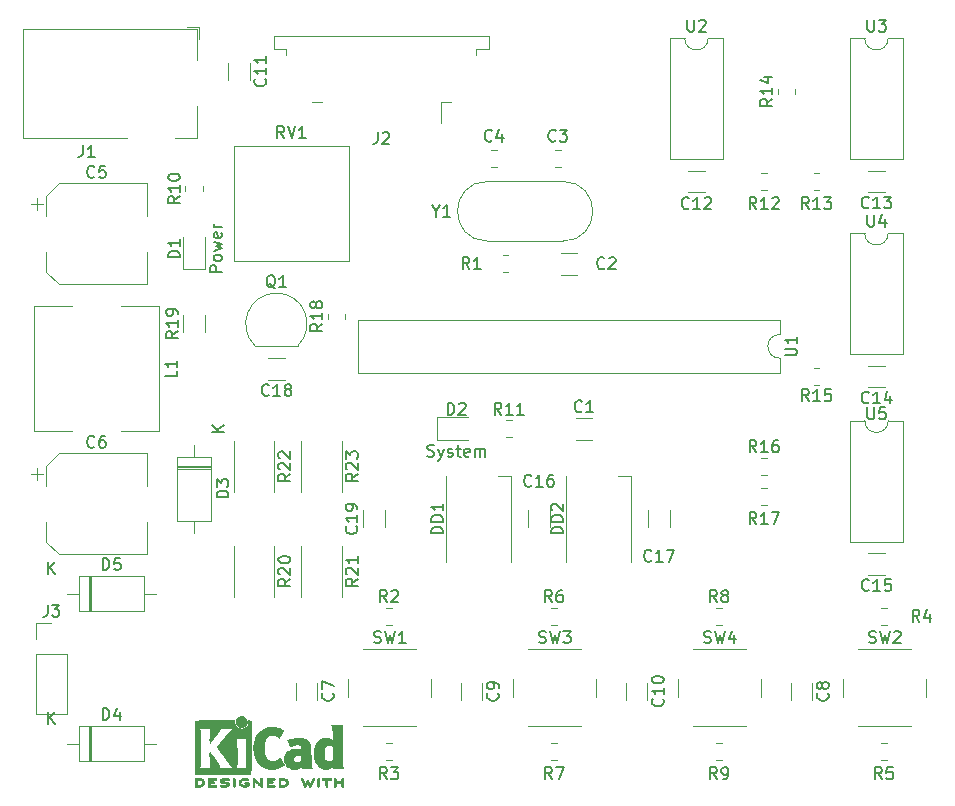
<source format=gbr>
%TF.GenerationSoftware,KiCad,Pcbnew,(5.1.10)-1*%
%TF.CreationDate,2021-08-11T22:10:23+03:00*%
%TF.ProjectId,ambient,616d6269-656e-4742-9e6b-696361645f70,rev?*%
%TF.SameCoordinates,Original*%
%TF.FileFunction,Legend,Top*%
%TF.FilePolarity,Positive*%
%FSLAX46Y46*%
G04 Gerber Fmt 4.6, Leading zero omitted, Abs format (unit mm)*
G04 Created by KiCad (PCBNEW (5.1.10)-1) date 2021-08-11 22:10:23*
%MOMM*%
%LPD*%
G01*
G04 APERTURE LIST*
%ADD10C,0.150000*%
%ADD11C,0.010000*%
%ADD12C,0.120000*%
G04 APERTURE END LIST*
D10*
X48347619Y-51839761D02*
X48490476Y-51887380D01*
X48728571Y-51887380D01*
X48823809Y-51839761D01*
X48871428Y-51792142D01*
X48919047Y-51696904D01*
X48919047Y-51601666D01*
X48871428Y-51506428D01*
X48823809Y-51458809D01*
X48728571Y-51411190D01*
X48538095Y-51363571D01*
X48442857Y-51315952D01*
X48395238Y-51268333D01*
X48347619Y-51173095D01*
X48347619Y-51077857D01*
X48395238Y-50982619D01*
X48442857Y-50935000D01*
X48538095Y-50887380D01*
X48776190Y-50887380D01*
X48919047Y-50935000D01*
X49252380Y-51220714D02*
X49490476Y-51887380D01*
X49728571Y-51220714D02*
X49490476Y-51887380D01*
X49395238Y-52125476D01*
X49347619Y-52173095D01*
X49252380Y-52220714D01*
X50061904Y-51839761D02*
X50157142Y-51887380D01*
X50347619Y-51887380D01*
X50442857Y-51839761D01*
X50490476Y-51744523D01*
X50490476Y-51696904D01*
X50442857Y-51601666D01*
X50347619Y-51554047D01*
X50204761Y-51554047D01*
X50109523Y-51506428D01*
X50061904Y-51411190D01*
X50061904Y-51363571D01*
X50109523Y-51268333D01*
X50204761Y-51220714D01*
X50347619Y-51220714D01*
X50442857Y-51268333D01*
X50776190Y-51220714D02*
X51157142Y-51220714D01*
X50919047Y-50887380D02*
X50919047Y-51744523D01*
X50966666Y-51839761D01*
X51061904Y-51887380D01*
X51157142Y-51887380D01*
X51871428Y-51839761D02*
X51776190Y-51887380D01*
X51585714Y-51887380D01*
X51490476Y-51839761D01*
X51442857Y-51744523D01*
X51442857Y-51363571D01*
X51490476Y-51268333D01*
X51585714Y-51220714D01*
X51776190Y-51220714D01*
X51871428Y-51268333D01*
X51919047Y-51363571D01*
X51919047Y-51458809D01*
X51442857Y-51554047D01*
X52347619Y-51887380D02*
X52347619Y-51220714D01*
X52347619Y-51315952D02*
X52395238Y-51268333D01*
X52490476Y-51220714D01*
X52633333Y-51220714D01*
X52728571Y-51268333D01*
X52776190Y-51363571D01*
X52776190Y-51887380D01*
X52776190Y-51363571D02*
X52823809Y-51268333D01*
X52919047Y-51220714D01*
X53061904Y-51220714D01*
X53157142Y-51268333D01*
X53204761Y-51363571D01*
X53204761Y-51887380D01*
X30932380Y-36266190D02*
X29932380Y-36266190D01*
X29932380Y-35885238D01*
X29980000Y-35790000D01*
X30027619Y-35742380D01*
X30122857Y-35694761D01*
X30265714Y-35694761D01*
X30360952Y-35742380D01*
X30408571Y-35790000D01*
X30456190Y-35885238D01*
X30456190Y-36266190D01*
X30932380Y-35123333D02*
X30884761Y-35218571D01*
X30837142Y-35266190D01*
X30741904Y-35313809D01*
X30456190Y-35313809D01*
X30360952Y-35266190D01*
X30313333Y-35218571D01*
X30265714Y-35123333D01*
X30265714Y-34980476D01*
X30313333Y-34885238D01*
X30360952Y-34837619D01*
X30456190Y-34790000D01*
X30741904Y-34790000D01*
X30837142Y-34837619D01*
X30884761Y-34885238D01*
X30932380Y-34980476D01*
X30932380Y-35123333D01*
X30265714Y-34456666D02*
X30932380Y-34266190D01*
X30456190Y-34075714D01*
X30932380Y-33885238D01*
X30265714Y-33694761D01*
X30884761Y-32932857D02*
X30932380Y-33028095D01*
X30932380Y-33218571D01*
X30884761Y-33313809D01*
X30789523Y-33361428D01*
X30408571Y-33361428D01*
X30313333Y-33313809D01*
X30265714Y-33218571D01*
X30265714Y-33028095D01*
X30313333Y-32932857D01*
X30408571Y-32885238D01*
X30503809Y-32885238D01*
X30599047Y-33361428D01*
X30932380Y-32456666D02*
X30265714Y-32456666D01*
X30456190Y-32456666D02*
X30360952Y-32409047D01*
X30313333Y-32361428D01*
X30265714Y-32266190D01*
X30265714Y-32170952D01*
D11*
%TO.C,REF\u002A\u002A*%
G36*
X31978600Y-74324054D02*
G01*
X31989465Y-74437993D01*
X32021082Y-74545616D01*
X32071985Y-74644615D01*
X32140707Y-74732684D01*
X32225781Y-74807516D01*
X32322768Y-74865384D01*
X32429036Y-74905005D01*
X32536050Y-74923573D01*
X32641700Y-74922434D01*
X32743875Y-74902930D01*
X32840466Y-74866406D01*
X32929362Y-74814205D01*
X33008454Y-74747673D01*
X33075631Y-74668152D01*
X33128783Y-74576987D01*
X33165801Y-74475523D01*
X33184573Y-74365102D01*
X33186511Y-74315206D01*
X33186511Y-74227267D01*
X33238440Y-74227267D01*
X33274747Y-74230111D01*
X33301645Y-74241911D01*
X33328751Y-74265649D01*
X33367133Y-74304031D01*
X33367133Y-76495602D01*
X33367124Y-76757739D01*
X33367092Y-76998241D01*
X33367028Y-77218048D01*
X33366924Y-77418101D01*
X33366773Y-77599344D01*
X33366566Y-77762716D01*
X33366294Y-77909160D01*
X33365950Y-78039617D01*
X33365526Y-78155029D01*
X33365013Y-78256338D01*
X33364403Y-78344484D01*
X33363688Y-78420410D01*
X33362860Y-78485057D01*
X33361911Y-78539367D01*
X33360833Y-78584280D01*
X33359617Y-78620740D01*
X33358255Y-78649687D01*
X33356739Y-78672063D01*
X33355062Y-78688809D01*
X33353214Y-78700868D01*
X33351187Y-78709180D01*
X33348975Y-78714687D01*
X33347892Y-78716537D01*
X33343729Y-78723549D01*
X33340195Y-78729996D01*
X33336365Y-78735900D01*
X33331318Y-78741286D01*
X33324129Y-78746178D01*
X33313877Y-78750598D01*
X33299636Y-78754572D01*
X33280486Y-78758121D01*
X33255501Y-78761270D01*
X33223760Y-78764042D01*
X33184338Y-78766461D01*
X33136314Y-78768551D01*
X33078763Y-78770335D01*
X33010763Y-78771837D01*
X32931390Y-78773080D01*
X32839721Y-78774089D01*
X32734834Y-78774885D01*
X32615804Y-78775494D01*
X32481710Y-78775939D01*
X32331627Y-78776243D01*
X32164633Y-78776430D01*
X31979804Y-78776524D01*
X31776217Y-78776548D01*
X31552950Y-78776525D01*
X31309078Y-78776480D01*
X31043679Y-78776437D01*
X31005296Y-78776432D01*
X30738318Y-78776389D01*
X30492998Y-78776318D01*
X30268417Y-78776213D01*
X30063655Y-78776066D01*
X29877794Y-78775869D01*
X29709912Y-78775616D01*
X29559092Y-78775300D01*
X29424413Y-78774913D01*
X29304956Y-78774447D01*
X29199801Y-78773897D01*
X29108029Y-78773253D01*
X29028721Y-78772511D01*
X28960957Y-78771661D01*
X28903818Y-78770697D01*
X28856383Y-78769611D01*
X28817734Y-78768397D01*
X28786951Y-78767047D01*
X28763115Y-78765555D01*
X28745306Y-78763911D01*
X28732605Y-78762111D01*
X28724092Y-78760145D01*
X28719734Y-78758477D01*
X28711272Y-78754906D01*
X28703503Y-78752270D01*
X28696398Y-78749634D01*
X28689927Y-78746062D01*
X28684061Y-78740621D01*
X28678771Y-78732375D01*
X28674026Y-78720390D01*
X28669798Y-78703731D01*
X28666057Y-78681463D01*
X28662773Y-78652652D01*
X28659917Y-78616363D01*
X28657460Y-78571661D01*
X28655371Y-78517611D01*
X28653622Y-78453279D01*
X28652183Y-78377730D01*
X28651024Y-78290030D01*
X28650117Y-78189243D01*
X28649431Y-78074434D01*
X28648937Y-77944670D01*
X28648605Y-77799015D01*
X28648407Y-77636535D01*
X28648313Y-77456295D01*
X28648292Y-77257360D01*
X28648315Y-77038796D01*
X28648354Y-76799668D01*
X28648378Y-76539040D01*
X28648378Y-76496889D01*
X28648364Y-76233992D01*
X28648339Y-75992732D01*
X28648329Y-75772165D01*
X28648358Y-75571352D01*
X28648452Y-75389349D01*
X28648638Y-75225216D01*
X28648941Y-75078011D01*
X28649386Y-74946792D01*
X28649966Y-74836867D01*
X28952803Y-74836867D01*
X28992593Y-74894711D01*
X29003764Y-74910479D01*
X29013834Y-74924441D01*
X29022862Y-74937784D01*
X29030903Y-74951693D01*
X29038014Y-74967356D01*
X29044253Y-74985958D01*
X29049675Y-75008686D01*
X29054338Y-75036727D01*
X29058299Y-75071267D01*
X29061615Y-75113492D01*
X29064341Y-75164589D01*
X29066536Y-75225744D01*
X29068255Y-75298144D01*
X29069556Y-75382975D01*
X29070495Y-75481422D01*
X29071130Y-75594674D01*
X29071516Y-75723916D01*
X29071712Y-75870334D01*
X29071773Y-76035116D01*
X29071757Y-76219447D01*
X29071720Y-76424513D01*
X29071711Y-76547133D01*
X29071735Y-76764082D01*
X29071769Y-76959642D01*
X29071757Y-77134999D01*
X29071642Y-77291341D01*
X29071370Y-77429857D01*
X29070882Y-77551734D01*
X29070124Y-77658160D01*
X29069038Y-77750322D01*
X29067569Y-77829409D01*
X29065660Y-77896608D01*
X29063256Y-77953107D01*
X29060299Y-78000093D01*
X29056734Y-78038755D01*
X29052505Y-78070280D01*
X29047554Y-78095855D01*
X29041827Y-78116670D01*
X29035267Y-78133911D01*
X29027817Y-78148765D01*
X29019421Y-78162422D01*
X29010024Y-78176069D01*
X28999568Y-78190893D01*
X28993477Y-78199783D01*
X28954704Y-78257400D01*
X29486268Y-78257400D01*
X29609517Y-78257365D01*
X29712013Y-78257215D01*
X29795580Y-78256878D01*
X29862044Y-78256286D01*
X29913229Y-78255367D01*
X29950959Y-78254051D01*
X29977060Y-78252269D01*
X29993356Y-78249951D01*
X30001672Y-78247026D01*
X30003832Y-78243424D01*
X30001661Y-78239075D01*
X30000465Y-78237645D01*
X29975315Y-78200573D01*
X29949417Y-78147772D01*
X29925808Y-78085770D01*
X29917539Y-78059357D01*
X29912922Y-78041416D01*
X29909021Y-78020355D01*
X29905752Y-77994089D01*
X29903034Y-77960532D01*
X29900785Y-77917599D01*
X29898923Y-77863204D01*
X29897364Y-77795262D01*
X29896028Y-77711688D01*
X29894831Y-77610395D01*
X29893692Y-77489300D01*
X29893315Y-77444600D01*
X29892298Y-77319449D01*
X29891540Y-77215082D01*
X29891097Y-77129707D01*
X29891030Y-77061533D01*
X29891395Y-77008765D01*
X29892252Y-76969614D01*
X29893659Y-76942285D01*
X29895675Y-76924986D01*
X29898357Y-76915926D01*
X29901764Y-76913312D01*
X29905956Y-76915351D01*
X29910429Y-76919667D01*
X29920784Y-76932602D01*
X29942842Y-76961676D01*
X29975043Y-77004759D01*
X30015826Y-77059718D01*
X30063630Y-77124423D01*
X30116895Y-77196742D01*
X30174060Y-77274544D01*
X30233563Y-77355698D01*
X30293845Y-77438072D01*
X30353345Y-77519536D01*
X30410502Y-77597957D01*
X30463755Y-77671204D01*
X30511543Y-77737147D01*
X30552307Y-77793654D01*
X30584484Y-77838593D01*
X30606515Y-77869834D01*
X30611083Y-77876466D01*
X30634004Y-77913369D01*
X30660812Y-77961359D01*
X30686211Y-78010897D01*
X30689432Y-78017577D01*
X30711110Y-78065772D01*
X30723696Y-78103334D01*
X30729426Y-78139160D01*
X30730544Y-78181200D01*
X30729910Y-78257400D01*
X31884349Y-78257400D01*
X31793185Y-78163669D01*
X31746388Y-78113775D01*
X31696101Y-78057295D01*
X31650056Y-78003026D01*
X31629631Y-77977673D01*
X31599193Y-77938128D01*
X31559138Y-77884916D01*
X31510639Y-77819667D01*
X31454865Y-77744011D01*
X31392989Y-77659577D01*
X31326181Y-77567994D01*
X31255613Y-77470892D01*
X31182455Y-77369901D01*
X31107879Y-77266650D01*
X31033056Y-77162768D01*
X30959157Y-77059885D01*
X30887354Y-76959631D01*
X30818816Y-76863636D01*
X30754716Y-76773527D01*
X30696225Y-76690936D01*
X30644514Y-76617492D01*
X30600753Y-76554824D01*
X30566115Y-76504561D01*
X30541770Y-76468334D01*
X30528889Y-76447771D01*
X30527131Y-76443668D01*
X30535090Y-76432342D01*
X30555885Y-76405162D01*
X30588153Y-76363829D01*
X30630530Y-76310044D01*
X30681653Y-76245506D01*
X30740159Y-76171918D01*
X30804686Y-76090978D01*
X30873869Y-76004388D01*
X30946347Y-75913848D01*
X31020754Y-75821060D01*
X31080483Y-75746702D01*
X32091489Y-75746702D01*
X32097398Y-75759659D01*
X32111728Y-75781908D01*
X32112775Y-75783391D01*
X32131562Y-75813544D01*
X32151209Y-75850375D01*
X32155108Y-75858511D01*
X32158644Y-75866940D01*
X32161770Y-75877059D01*
X32164514Y-75890260D01*
X32166908Y-75907938D01*
X32168981Y-75931484D01*
X32170765Y-75962293D01*
X32172288Y-76001757D01*
X32173581Y-76051269D01*
X32174674Y-76112223D01*
X32175597Y-76186011D01*
X32176381Y-76274028D01*
X32177055Y-76377665D01*
X32177650Y-76498316D01*
X32178195Y-76637374D01*
X32178721Y-76796232D01*
X32179255Y-76975089D01*
X32179794Y-77160207D01*
X32180228Y-77324145D01*
X32180491Y-77468303D01*
X32180516Y-77594079D01*
X32180235Y-77702871D01*
X32179581Y-77796077D01*
X32178486Y-77875097D01*
X32176882Y-77941328D01*
X32174703Y-77996170D01*
X32171881Y-78041021D01*
X32168349Y-78077278D01*
X32164039Y-78106341D01*
X32158883Y-78129609D01*
X32152815Y-78148479D01*
X32145767Y-78164351D01*
X32137671Y-78178622D01*
X32128460Y-78192691D01*
X32119960Y-78205158D01*
X32102824Y-78231452D01*
X32092678Y-78249037D01*
X32091489Y-78252257D01*
X32102396Y-78253334D01*
X32133589Y-78254335D01*
X32182777Y-78255235D01*
X32247667Y-78256010D01*
X32325970Y-78256637D01*
X32415393Y-78257091D01*
X32513644Y-78257349D01*
X32582555Y-78257400D01*
X32687548Y-78257180D01*
X32784390Y-78256548D01*
X32870893Y-78255549D01*
X32944868Y-78254227D01*
X33004126Y-78252626D01*
X33046480Y-78250791D01*
X33069740Y-78248765D01*
X33073622Y-78247493D01*
X33065924Y-78232591D01*
X33057926Y-78224560D01*
X33044754Y-78207434D01*
X33027515Y-78177183D01*
X33015593Y-78152622D01*
X32988955Y-78093711D01*
X32985880Y-76916845D01*
X32982805Y-75739978D01*
X32537147Y-75739978D01*
X32439330Y-75740142D01*
X32348936Y-75740611D01*
X32268370Y-75741347D01*
X32200038Y-75742316D01*
X32146344Y-75743480D01*
X32109695Y-75744803D01*
X32092496Y-75746249D01*
X32091489Y-75746702D01*
X31080483Y-75746702D01*
X31095730Y-75727722D01*
X31169910Y-75635537D01*
X31241931Y-75546204D01*
X31310431Y-75461424D01*
X31374045Y-75382898D01*
X31431412Y-75312326D01*
X31481167Y-75251409D01*
X31521948Y-75201847D01*
X31539112Y-75181178D01*
X31625404Y-75080516D01*
X31702003Y-74997259D01*
X31770817Y-74929438D01*
X31833752Y-74875089D01*
X31843133Y-74867722D01*
X31882644Y-74837117D01*
X30750884Y-74836867D01*
X30756173Y-74884844D01*
X30752870Y-74942188D01*
X30731339Y-75010463D01*
X30691365Y-75090212D01*
X30646057Y-75162495D01*
X30629839Y-75185140D01*
X30601786Y-75222696D01*
X30563570Y-75273021D01*
X30516863Y-75333973D01*
X30463339Y-75403411D01*
X30404669Y-75479194D01*
X30342525Y-75559180D01*
X30278579Y-75641228D01*
X30214505Y-75723196D01*
X30151973Y-75802943D01*
X30092657Y-75878327D01*
X30038229Y-75947207D01*
X29990361Y-76007442D01*
X29950725Y-76056889D01*
X29920994Y-76093408D01*
X29902839Y-76114858D01*
X29899780Y-76118156D01*
X29896921Y-76110149D01*
X29894707Y-76079855D01*
X29893143Y-76027556D01*
X29892233Y-75953531D01*
X29891980Y-75858063D01*
X29892387Y-75741434D01*
X29893296Y-75621445D01*
X29894618Y-75489333D01*
X29896143Y-75377594D01*
X29898119Y-75284025D01*
X29900794Y-75206419D01*
X29904418Y-75142574D01*
X29909239Y-75090283D01*
X29915506Y-75047344D01*
X29923468Y-75011551D01*
X29933373Y-74980700D01*
X29945469Y-74952586D01*
X29960007Y-74925005D01*
X29974689Y-74899966D01*
X30012686Y-74836867D01*
X28952803Y-74836867D01*
X28649966Y-74836867D01*
X28649999Y-74830617D01*
X28650805Y-74728544D01*
X28651830Y-74639633D01*
X28653100Y-74562941D01*
X28654640Y-74497527D01*
X28656476Y-74442449D01*
X28658633Y-74396765D01*
X28661137Y-74359534D01*
X28664013Y-74329813D01*
X28667287Y-74306662D01*
X28670985Y-74289139D01*
X28675131Y-74276301D01*
X28679753Y-74267208D01*
X28684874Y-74260918D01*
X28690522Y-74256488D01*
X28696721Y-74252978D01*
X28703496Y-74249445D01*
X28709492Y-74245876D01*
X28714725Y-74243300D01*
X28722901Y-74240972D01*
X28735114Y-74238878D01*
X28752459Y-74237007D01*
X28776031Y-74235347D01*
X28806923Y-74233884D01*
X28846232Y-74232608D01*
X28895050Y-74231504D01*
X28954473Y-74230561D01*
X29025596Y-74229767D01*
X29109512Y-74229109D01*
X29207317Y-74228575D01*
X29320106Y-74228153D01*
X29448971Y-74227829D01*
X29595009Y-74227592D01*
X29759314Y-74227430D01*
X29942980Y-74227330D01*
X30147103Y-74227280D01*
X30358247Y-74227267D01*
X31978600Y-74227267D01*
X31978600Y-74324054D01*
G37*
X31978600Y-74324054D02*
X31989465Y-74437993D01*
X32021082Y-74545616D01*
X32071985Y-74644615D01*
X32140707Y-74732684D01*
X32225781Y-74807516D01*
X32322768Y-74865384D01*
X32429036Y-74905005D01*
X32536050Y-74923573D01*
X32641700Y-74922434D01*
X32743875Y-74902930D01*
X32840466Y-74866406D01*
X32929362Y-74814205D01*
X33008454Y-74747673D01*
X33075631Y-74668152D01*
X33128783Y-74576987D01*
X33165801Y-74475523D01*
X33184573Y-74365102D01*
X33186511Y-74315206D01*
X33186511Y-74227267D01*
X33238440Y-74227267D01*
X33274747Y-74230111D01*
X33301645Y-74241911D01*
X33328751Y-74265649D01*
X33367133Y-74304031D01*
X33367133Y-76495602D01*
X33367124Y-76757739D01*
X33367092Y-76998241D01*
X33367028Y-77218048D01*
X33366924Y-77418101D01*
X33366773Y-77599344D01*
X33366566Y-77762716D01*
X33366294Y-77909160D01*
X33365950Y-78039617D01*
X33365526Y-78155029D01*
X33365013Y-78256338D01*
X33364403Y-78344484D01*
X33363688Y-78420410D01*
X33362860Y-78485057D01*
X33361911Y-78539367D01*
X33360833Y-78584280D01*
X33359617Y-78620740D01*
X33358255Y-78649687D01*
X33356739Y-78672063D01*
X33355062Y-78688809D01*
X33353214Y-78700868D01*
X33351187Y-78709180D01*
X33348975Y-78714687D01*
X33347892Y-78716537D01*
X33343729Y-78723549D01*
X33340195Y-78729996D01*
X33336365Y-78735900D01*
X33331318Y-78741286D01*
X33324129Y-78746178D01*
X33313877Y-78750598D01*
X33299636Y-78754572D01*
X33280486Y-78758121D01*
X33255501Y-78761270D01*
X33223760Y-78764042D01*
X33184338Y-78766461D01*
X33136314Y-78768551D01*
X33078763Y-78770335D01*
X33010763Y-78771837D01*
X32931390Y-78773080D01*
X32839721Y-78774089D01*
X32734834Y-78774885D01*
X32615804Y-78775494D01*
X32481710Y-78775939D01*
X32331627Y-78776243D01*
X32164633Y-78776430D01*
X31979804Y-78776524D01*
X31776217Y-78776548D01*
X31552950Y-78776525D01*
X31309078Y-78776480D01*
X31043679Y-78776437D01*
X31005296Y-78776432D01*
X30738318Y-78776389D01*
X30492998Y-78776318D01*
X30268417Y-78776213D01*
X30063655Y-78776066D01*
X29877794Y-78775869D01*
X29709912Y-78775616D01*
X29559092Y-78775300D01*
X29424413Y-78774913D01*
X29304956Y-78774447D01*
X29199801Y-78773897D01*
X29108029Y-78773253D01*
X29028721Y-78772511D01*
X28960957Y-78771661D01*
X28903818Y-78770697D01*
X28856383Y-78769611D01*
X28817734Y-78768397D01*
X28786951Y-78767047D01*
X28763115Y-78765555D01*
X28745306Y-78763911D01*
X28732605Y-78762111D01*
X28724092Y-78760145D01*
X28719734Y-78758477D01*
X28711272Y-78754906D01*
X28703503Y-78752270D01*
X28696398Y-78749634D01*
X28689927Y-78746062D01*
X28684061Y-78740621D01*
X28678771Y-78732375D01*
X28674026Y-78720390D01*
X28669798Y-78703731D01*
X28666057Y-78681463D01*
X28662773Y-78652652D01*
X28659917Y-78616363D01*
X28657460Y-78571661D01*
X28655371Y-78517611D01*
X28653622Y-78453279D01*
X28652183Y-78377730D01*
X28651024Y-78290030D01*
X28650117Y-78189243D01*
X28649431Y-78074434D01*
X28648937Y-77944670D01*
X28648605Y-77799015D01*
X28648407Y-77636535D01*
X28648313Y-77456295D01*
X28648292Y-77257360D01*
X28648315Y-77038796D01*
X28648354Y-76799668D01*
X28648378Y-76539040D01*
X28648378Y-76496889D01*
X28648364Y-76233992D01*
X28648339Y-75992732D01*
X28648329Y-75772165D01*
X28648358Y-75571352D01*
X28648452Y-75389349D01*
X28648638Y-75225216D01*
X28648941Y-75078011D01*
X28649386Y-74946792D01*
X28649966Y-74836867D01*
X28952803Y-74836867D01*
X28992593Y-74894711D01*
X29003764Y-74910479D01*
X29013834Y-74924441D01*
X29022862Y-74937784D01*
X29030903Y-74951693D01*
X29038014Y-74967356D01*
X29044253Y-74985958D01*
X29049675Y-75008686D01*
X29054338Y-75036727D01*
X29058299Y-75071267D01*
X29061615Y-75113492D01*
X29064341Y-75164589D01*
X29066536Y-75225744D01*
X29068255Y-75298144D01*
X29069556Y-75382975D01*
X29070495Y-75481422D01*
X29071130Y-75594674D01*
X29071516Y-75723916D01*
X29071712Y-75870334D01*
X29071773Y-76035116D01*
X29071757Y-76219447D01*
X29071720Y-76424513D01*
X29071711Y-76547133D01*
X29071735Y-76764082D01*
X29071769Y-76959642D01*
X29071757Y-77134999D01*
X29071642Y-77291341D01*
X29071370Y-77429857D01*
X29070882Y-77551734D01*
X29070124Y-77658160D01*
X29069038Y-77750322D01*
X29067569Y-77829409D01*
X29065660Y-77896608D01*
X29063256Y-77953107D01*
X29060299Y-78000093D01*
X29056734Y-78038755D01*
X29052505Y-78070280D01*
X29047554Y-78095855D01*
X29041827Y-78116670D01*
X29035267Y-78133911D01*
X29027817Y-78148765D01*
X29019421Y-78162422D01*
X29010024Y-78176069D01*
X28999568Y-78190893D01*
X28993477Y-78199783D01*
X28954704Y-78257400D01*
X29486268Y-78257400D01*
X29609517Y-78257365D01*
X29712013Y-78257215D01*
X29795580Y-78256878D01*
X29862044Y-78256286D01*
X29913229Y-78255367D01*
X29950959Y-78254051D01*
X29977060Y-78252269D01*
X29993356Y-78249951D01*
X30001672Y-78247026D01*
X30003832Y-78243424D01*
X30001661Y-78239075D01*
X30000465Y-78237645D01*
X29975315Y-78200573D01*
X29949417Y-78147772D01*
X29925808Y-78085770D01*
X29917539Y-78059357D01*
X29912922Y-78041416D01*
X29909021Y-78020355D01*
X29905752Y-77994089D01*
X29903034Y-77960532D01*
X29900785Y-77917599D01*
X29898923Y-77863204D01*
X29897364Y-77795262D01*
X29896028Y-77711688D01*
X29894831Y-77610395D01*
X29893692Y-77489300D01*
X29893315Y-77444600D01*
X29892298Y-77319449D01*
X29891540Y-77215082D01*
X29891097Y-77129707D01*
X29891030Y-77061533D01*
X29891395Y-77008765D01*
X29892252Y-76969614D01*
X29893659Y-76942285D01*
X29895675Y-76924986D01*
X29898357Y-76915926D01*
X29901764Y-76913312D01*
X29905956Y-76915351D01*
X29910429Y-76919667D01*
X29920784Y-76932602D01*
X29942842Y-76961676D01*
X29975043Y-77004759D01*
X30015826Y-77059718D01*
X30063630Y-77124423D01*
X30116895Y-77196742D01*
X30174060Y-77274544D01*
X30233563Y-77355698D01*
X30293845Y-77438072D01*
X30353345Y-77519536D01*
X30410502Y-77597957D01*
X30463755Y-77671204D01*
X30511543Y-77737147D01*
X30552307Y-77793654D01*
X30584484Y-77838593D01*
X30606515Y-77869834D01*
X30611083Y-77876466D01*
X30634004Y-77913369D01*
X30660812Y-77961359D01*
X30686211Y-78010897D01*
X30689432Y-78017577D01*
X30711110Y-78065772D01*
X30723696Y-78103334D01*
X30729426Y-78139160D01*
X30730544Y-78181200D01*
X30729910Y-78257400D01*
X31884349Y-78257400D01*
X31793185Y-78163669D01*
X31746388Y-78113775D01*
X31696101Y-78057295D01*
X31650056Y-78003026D01*
X31629631Y-77977673D01*
X31599193Y-77938128D01*
X31559138Y-77884916D01*
X31510639Y-77819667D01*
X31454865Y-77744011D01*
X31392989Y-77659577D01*
X31326181Y-77567994D01*
X31255613Y-77470892D01*
X31182455Y-77369901D01*
X31107879Y-77266650D01*
X31033056Y-77162768D01*
X30959157Y-77059885D01*
X30887354Y-76959631D01*
X30818816Y-76863636D01*
X30754716Y-76773527D01*
X30696225Y-76690936D01*
X30644514Y-76617492D01*
X30600753Y-76554824D01*
X30566115Y-76504561D01*
X30541770Y-76468334D01*
X30528889Y-76447771D01*
X30527131Y-76443668D01*
X30535090Y-76432342D01*
X30555885Y-76405162D01*
X30588153Y-76363829D01*
X30630530Y-76310044D01*
X30681653Y-76245506D01*
X30740159Y-76171918D01*
X30804686Y-76090978D01*
X30873869Y-76004388D01*
X30946347Y-75913848D01*
X31020754Y-75821060D01*
X31080483Y-75746702D01*
X32091489Y-75746702D01*
X32097398Y-75759659D01*
X32111728Y-75781908D01*
X32112775Y-75783391D01*
X32131562Y-75813544D01*
X32151209Y-75850375D01*
X32155108Y-75858511D01*
X32158644Y-75866940D01*
X32161770Y-75877059D01*
X32164514Y-75890260D01*
X32166908Y-75907938D01*
X32168981Y-75931484D01*
X32170765Y-75962293D01*
X32172288Y-76001757D01*
X32173581Y-76051269D01*
X32174674Y-76112223D01*
X32175597Y-76186011D01*
X32176381Y-76274028D01*
X32177055Y-76377665D01*
X32177650Y-76498316D01*
X32178195Y-76637374D01*
X32178721Y-76796232D01*
X32179255Y-76975089D01*
X32179794Y-77160207D01*
X32180228Y-77324145D01*
X32180491Y-77468303D01*
X32180516Y-77594079D01*
X32180235Y-77702871D01*
X32179581Y-77796077D01*
X32178486Y-77875097D01*
X32176882Y-77941328D01*
X32174703Y-77996170D01*
X32171881Y-78041021D01*
X32168349Y-78077278D01*
X32164039Y-78106341D01*
X32158883Y-78129609D01*
X32152815Y-78148479D01*
X32145767Y-78164351D01*
X32137671Y-78178622D01*
X32128460Y-78192691D01*
X32119960Y-78205158D01*
X32102824Y-78231452D01*
X32092678Y-78249037D01*
X32091489Y-78252257D01*
X32102396Y-78253334D01*
X32133589Y-78254335D01*
X32182777Y-78255235D01*
X32247667Y-78256010D01*
X32325970Y-78256637D01*
X32415393Y-78257091D01*
X32513644Y-78257349D01*
X32582555Y-78257400D01*
X32687548Y-78257180D01*
X32784390Y-78256548D01*
X32870893Y-78255549D01*
X32944868Y-78254227D01*
X33004126Y-78252626D01*
X33046480Y-78250791D01*
X33069740Y-78248765D01*
X33073622Y-78247493D01*
X33065924Y-78232591D01*
X33057926Y-78224560D01*
X33044754Y-78207434D01*
X33027515Y-78177183D01*
X33015593Y-78152622D01*
X32988955Y-78093711D01*
X32985880Y-76916845D01*
X32982805Y-75739978D01*
X32537147Y-75739978D01*
X32439330Y-75740142D01*
X32348936Y-75740611D01*
X32268370Y-75741347D01*
X32200038Y-75742316D01*
X32146344Y-75743480D01*
X32109695Y-75744803D01*
X32092496Y-75746249D01*
X32091489Y-75746702D01*
X31080483Y-75746702D01*
X31095730Y-75727722D01*
X31169910Y-75635537D01*
X31241931Y-75546204D01*
X31310431Y-75461424D01*
X31374045Y-75382898D01*
X31431412Y-75312326D01*
X31481167Y-75251409D01*
X31521948Y-75201847D01*
X31539112Y-75181178D01*
X31625404Y-75080516D01*
X31702003Y-74997259D01*
X31770817Y-74929438D01*
X31833752Y-74875089D01*
X31843133Y-74867722D01*
X31882644Y-74837117D01*
X30750884Y-74836867D01*
X30756173Y-74884844D01*
X30752870Y-74942188D01*
X30731339Y-75010463D01*
X30691365Y-75090212D01*
X30646057Y-75162495D01*
X30629839Y-75185140D01*
X30601786Y-75222696D01*
X30563570Y-75273021D01*
X30516863Y-75333973D01*
X30463339Y-75403411D01*
X30404669Y-75479194D01*
X30342525Y-75559180D01*
X30278579Y-75641228D01*
X30214505Y-75723196D01*
X30151973Y-75802943D01*
X30092657Y-75878327D01*
X30038229Y-75947207D01*
X29990361Y-76007442D01*
X29950725Y-76056889D01*
X29920994Y-76093408D01*
X29902839Y-76114858D01*
X29899780Y-76118156D01*
X29896921Y-76110149D01*
X29894707Y-76079855D01*
X29893143Y-76027556D01*
X29892233Y-75953531D01*
X29891980Y-75858063D01*
X29892387Y-75741434D01*
X29893296Y-75621445D01*
X29894618Y-75489333D01*
X29896143Y-75377594D01*
X29898119Y-75284025D01*
X29900794Y-75206419D01*
X29904418Y-75142574D01*
X29909239Y-75090283D01*
X29915506Y-75047344D01*
X29923468Y-75011551D01*
X29933373Y-74980700D01*
X29945469Y-74952586D01*
X29960007Y-74925005D01*
X29974689Y-74899966D01*
X30012686Y-74836867D01*
X28952803Y-74836867D01*
X28649966Y-74836867D01*
X28649999Y-74830617D01*
X28650805Y-74728544D01*
X28651830Y-74639633D01*
X28653100Y-74562941D01*
X28654640Y-74497527D01*
X28656476Y-74442449D01*
X28658633Y-74396765D01*
X28661137Y-74359534D01*
X28664013Y-74329813D01*
X28667287Y-74306662D01*
X28670985Y-74289139D01*
X28675131Y-74276301D01*
X28679753Y-74267208D01*
X28684874Y-74260918D01*
X28690522Y-74256488D01*
X28696721Y-74252978D01*
X28703496Y-74249445D01*
X28709492Y-74245876D01*
X28714725Y-74243300D01*
X28722901Y-74240972D01*
X28735114Y-74238878D01*
X28752459Y-74237007D01*
X28776031Y-74235347D01*
X28806923Y-74233884D01*
X28846232Y-74232608D01*
X28895050Y-74231504D01*
X28954473Y-74230561D01*
X29025596Y-74229767D01*
X29109512Y-74229109D01*
X29207317Y-74228575D01*
X29320106Y-74228153D01*
X29448971Y-74227829D01*
X29595009Y-74227592D01*
X29759314Y-74227430D01*
X29942980Y-74227330D01*
X30147103Y-74227280D01*
X30358247Y-74227267D01*
X31978600Y-74227267D01*
X31978600Y-74324054D01*
G36*
X35253429Y-74784071D02*
G01*
X35413570Y-74805245D01*
X35577510Y-74845385D01*
X35747313Y-74904889D01*
X35925043Y-74984154D01*
X35936310Y-74989699D01*
X35994005Y-75017725D01*
X36045552Y-75041802D01*
X36087191Y-75060249D01*
X36115162Y-75071386D01*
X36124733Y-75073933D01*
X36143950Y-75078941D01*
X36148561Y-75083147D01*
X36143458Y-75093580D01*
X36127418Y-75119868D01*
X36102288Y-75159257D01*
X36069914Y-75208991D01*
X36032143Y-75266315D01*
X35990822Y-75328476D01*
X35947798Y-75392718D01*
X35904917Y-75456285D01*
X35864026Y-75516425D01*
X35826971Y-75570380D01*
X35795600Y-75615397D01*
X35771759Y-75648721D01*
X35757294Y-75667597D01*
X35755309Y-75669787D01*
X35745191Y-75665138D01*
X35722850Y-75647962D01*
X35692280Y-75621440D01*
X35676536Y-75606964D01*
X35580047Y-75531682D01*
X35473336Y-75476241D01*
X35357832Y-75441141D01*
X35234962Y-75426880D01*
X35165561Y-75428051D01*
X35044423Y-75445212D01*
X34935205Y-75481094D01*
X34837582Y-75535959D01*
X34751228Y-75610070D01*
X34675815Y-75703688D01*
X34611018Y-75817076D01*
X34573601Y-75903667D01*
X34529748Y-76039366D01*
X34497428Y-76186850D01*
X34476557Y-76342314D01*
X34467051Y-76501956D01*
X34468827Y-76661973D01*
X34481803Y-76818561D01*
X34505894Y-76967918D01*
X34541018Y-77106240D01*
X34587092Y-77229724D01*
X34603373Y-77263978D01*
X34671620Y-77378064D01*
X34752079Y-77474557D01*
X34843570Y-77552670D01*
X34944911Y-77611617D01*
X35054920Y-77650612D01*
X35172415Y-77668868D01*
X35213883Y-77670211D01*
X35335441Y-77659290D01*
X35455878Y-77626474D01*
X35573666Y-77572439D01*
X35687277Y-77497865D01*
X35778685Y-77419539D01*
X35825215Y-77375008D01*
X36006483Y-77672271D01*
X36051580Y-77746433D01*
X36092819Y-77814646D01*
X36128735Y-77874459D01*
X36157866Y-77923420D01*
X36178750Y-77959079D01*
X36189924Y-77978984D01*
X36191375Y-77982079D01*
X36183146Y-77991718D01*
X36157567Y-78008999D01*
X36117873Y-78032283D01*
X36067297Y-78059934D01*
X36009074Y-78090315D01*
X35946437Y-78121790D01*
X35882621Y-78152722D01*
X35820860Y-78181473D01*
X35764388Y-78206408D01*
X35716438Y-78225889D01*
X35692986Y-78234318D01*
X35559221Y-78272133D01*
X35421327Y-78297136D01*
X35273622Y-78310140D01*
X35146833Y-78312468D01*
X35078878Y-78311373D01*
X35013277Y-78309275D01*
X34955847Y-78306434D01*
X34912403Y-78303106D01*
X34898298Y-78301422D01*
X34759284Y-78272587D01*
X34617757Y-78227468D01*
X34480275Y-78168750D01*
X34353394Y-78099120D01*
X34275889Y-78046441D01*
X34148481Y-77938239D01*
X34030178Y-77811671D01*
X33923172Y-77669866D01*
X33829652Y-77515951D01*
X33751810Y-77353053D01*
X33707956Y-77235756D01*
X33657708Y-77052128D01*
X33624209Y-76857581D01*
X33607449Y-76656325D01*
X33607416Y-76452568D01*
X33624101Y-76250521D01*
X33657493Y-76054392D01*
X33707580Y-75868391D01*
X33711397Y-75856803D01*
X33774281Y-75694750D01*
X33851028Y-75546832D01*
X33944242Y-75408865D01*
X34056527Y-75276661D01*
X34100392Y-75231399D01*
X34236534Y-75107457D01*
X34376491Y-75004915D01*
X34522411Y-74922656D01*
X34676442Y-74859564D01*
X34840732Y-74814523D01*
X34936289Y-74797033D01*
X35095023Y-74781466D01*
X35253429Y-74784071D01*
G37*
X35253429Y-74784071D02*
X35413570Y-74805245D01*
X35577510Y-74845385D01*
X35747313Y-74904889D01*
X35925043Y-74984154D01*
X35936310Y-74989699D01*
X35994005Y-75017725D01*
X36045552Y-75041802D01*
X36087191Y-75060249D01*
X36115162Y-75071386D01*
X36124733Y-75073933D01*
X36143950Y-75078941D01*
X36148561Y-75083147D01*
X36143458Y-75093580D01*
X36127418Y-75119868D01*
X36102288Y-75159257D01*
X36069914Y-75208991D01*
X36032143Y-75266315D01*
X35990822Y-75328476D01*
X35947798Y-75392718D01*
X35904917Y-75456285D01*
X35864026Y-75516425D01*
X35826971Y-75570380D01*
X35795600Y-75615397D01*
X35771759Y-75648721D01*
X35757294Y-75667597D01*
X35755309Y-75669787D01*
X35745191Y-75665138D01*
X35722850Y-75647962D01*
X35692280Y-75621440D01*
X35676536Y-75606964D01*
X35580047Y-75531682D01*
X35473336Y-75476241D01*
X35357832Y-75441141D01*
X35234962Y-75426880D01*
X35165561Y-75428051D01*
X35044423Y-75445212D01*
X34935205Y-75481094D01*
X34837582Y-75535959D01*
X34751228Y-75610070D01*
X34675815Y-75703688D01*
X34611018Y-75817076D01*
X34573601Y-75903667D01*
X34529748Y-76039366D01*
X34497428Y-76186850D01*
X34476557Y-76342314D01*
X34467051Y-76501956D01*
X34468827Y-76661973D01*
X34481803Y-76818561D01*
X34505894Y-76967918D01*
X34541018Y-77106240D01*
X34587092Y-77229724D01*
X34603373Y-77263978D01*
X34671620Y-77378064D01*
X34752079Y-77474557D01*
X34843570Y-77552670D01*
X34944911Y-77611617D01*
X35054920Y-77650612D01*
X35172415Y-77668868D01*
X35213883Y-77670211D01*
X35335441Y-77659290D01*
X35455878Y-77626474D01*
X35573666Y-77572439D01*
X35687277Y-77497865D01*
X35778685Y-77419539D01*
X35825215Y-77375008D01*
X36006483Y-77672271D01*
X36051580Y-77746433D01*
X36092819Y-77814646D01*
X36128735Y-77874459D01*
X36157866Y-77923420D01*
X36178750Y-77959079D01*
X36189924Y-77978984D01*
X36191375Y-77982079D01*
X36183146Y-77991718D01*
X36157567Y-78008999D01*
X36117873Y-78032283D01*
X36067297Y-78059934D01*
X36009074Y-78090315D01*
X35946437Y-78121790D01*
X35882621Y-78152722D01*
X35820860Y-78181473D01*
X35764388Y-78206408D01*
X35716438Y-78225889D01*
X35692986Y-78234318D01*
X35559221Y-78272133D01*
X35421327Y-78297136D01*
X35273622Y-78310140D01*
X35146833Y-78312468D01*
X35078878Y-78311373D01*
X35013277Y-78309275D01*
X34955847Y-78306434D01*
X34912403Y-78303106D01*
X34898298Y-78301422D01*
X34759284Y-78272587D01*
X34617757Y-78227468D01*
X34480275Y-78168750D01*
X34353394Y-78099120D01*
X34275889Y-78046441D01*
X34148481Y-77938239D01*
X34030178Y-77811671D01*
X33923172Y-77669866D01*
X33829652Y-77515951D01*
X33751810Y-77353053D01*
X33707956Y-77235756D01*
X33657708Y-77052128D01*
X33624209Y-76857581D01*
X33607449Y-76656325D01*
X33607416Y-76452568D01*
X33624101Y-76250521D01*
X33657493Y-76054392D01*
X33707580Y-75868391D01*
X33711397Y-75856803D01*
X33774281Y-75694750D01*
X33851028Y-75546832D01*
X33944242Y-75408865D01*
X34056527Y-75276661D01*
X34100392Y-75231399D01*
X34236534Y-75107457D01*
X34376491Y-75004915D01*
X34522411Y-74922656D01*
X34676442Y-74859564D01*
X34840732Y-74814523D01*
X34936289Y-74797033D01*
X35095023Y-74781466D01*
X35253429Y-74784071D01*
G36*
X37598574Y-75701552D02*
G01*
X37750492Y-75721567D01*
X37885756Y-75755202D01*
X38005239Y-75802725D01*
X38109815Y-75864405D01*
X38187424Y-75927965D01*
X38256265Y-76002099D01*
X38310006Y-76081871D01*
X38352910Y-76174091D01*
X38368384Y-76217161D01*
X38381244Y-76256142D01*
X38392446Y-76292289D01*
X38402120Y-76327434D01*
X38410396Y-76363410D01*
X38417403Y-76402050D01*
X38423272Y-76445185D01*
X38428131Y-76494649D01*
X38432110Y-76552273D01*
X38435340Y-76619891D01*
X38437949Y-76699334D01*
X38440067Y-76792436D01*
X38441824Y-76901027D01*
X38443349Y-77026942D01*
X38444772Y-77172012D01*
X38446025Y-77314778D01*
X38447351Y-77470968D01*
X38448556Y-77606239D01*
X38449766Y-77722246D01*
X38451106Y-77820645D01*
X38452700Y-77903093D01*
X38454675Y-77971246D01*
X38457156Y-78026760D01*
X38460269Y-78071292D01*
X38464138Y-78106498D01*
X38468889Y-78134034D01*
X38474648Y-78155556D01*
X38481539Y-78172722D01*
X38489689Y-78187186D01*
X38499223Y-78200606D01*
X38510266Y-78214638D01*
X38514566Y-78220071D01*
X38530386Y-78242910D01*
X38537422Y-78258463D01*
X38537444Y-78258922D01*
X38526567Y-78261121D01*
X38495582Y-78263147D01*
X38446957Y-78264942D01*
X38383163Y-78266451D01*
X38306669Y-78267616D01*
X38219944Y-78268380D01*
X38125457Y-78268686D01*
X38114550Y-78268689D01*
X37691657Y-78268689D01*
X37688395Y-78172622D01*
X37685133Y-78076556D01*
X37623044Y-78127543D01*
X37525714Y-78195057D01*
X37415813Y-78249749D01*
X37329349Y-78279978D01*
X37260278Y-78294666D01*
X37176925Y-78304659D01*
X37087159Y-78309646D01*
X36998845Y-78309313D01*
X36919851Y-78303351D01*
X36883622Y-78297638D01*
X36743603Y-78259776D01*
X36617178Y-78204932D01*
X36505260Y-78133924D01*
X36408762Y-78047568D01*
X36328600Y-77946679D01*
X36265687Y-77832076D01*
X36221312Y-77705984D01*
X36208978Y-77649401D01*
X36201368Y-77587202D01*
X36197739Y-77512363D01*
X36197245Y-77478467D01*
X36197310Y-77475282D01*
X36957248Y-77475282D01*
X36966541Y-77550333D01*
X36994728Y-77614160D01*
X37043197Y-77669798D01*
X37048254Y-77674211D01*
X37096548Y-77709037D01*
X37148257Y-77731620D01*
X37208989Y-77743540D01*
X37284352Y-77746383D01*
X37302459Y-77745978D01*
X37356278Y-77743325D01*
X37396308Y-77737909D01*
X37431324Y-77727745D01*
X37470103Y-77710850D01*
X37480745Y-77705672D01*
X37541396Y-77669844D01*
X37588215Y-77627212D01*
X37600952Y-77611973D01*
X37645622Y-77555462D01*
X37645622Y-77359586D01*
X37645086Y-77280939D01*
X37643396Y-77222988D01*
X37640428Y-77183875D01*
X37636057Y-77161741D01*
X37631972Y-77155274D01*
X37616047Y-77152111D01*
X37582264Y-77149488D01*
X37535340Y-77147655D01*
X37479993Y-77146857D01*
X37471106Y-77146842D01*
X37350330Y-77152096D01*
X37247660Y-77168263D01*
X37161106Y-77195961D01*
X37088681Y-77235808D01*
X37033751Y-77282758D01*
X36989204Y-77340645D01*
X36964480Y-77403693D01*
X36957248Y-77475282D01*
X36197310Y-77475282D01*
X36199178Y-77384712D01*
X36207522Y-77305812D01*
X36223768Y-77234590D01*
X36249405Y-77163864D01*
X36273401Y-77111493D01*
X36332020Y-77016196D01*
X36410117Y-76928170D01*
X36505315Y-76849017D01*
X36615238Y-76780340D01*
X36737510Y-76723741D01*
X36869755Y-76680821D01*
X36934422Y-76665882D01*
X37070604Y-76643777D01*
X37219049Y-76629194D01*
X37370505Y-76622813D01*
X37497064Y-76624445D01*
X37658950Y-76631224D01*
X37651530Y-76572245D01*
X37632238Y-76473092D01*
X37601104Y-76392372D01*
X37557269Y-76329466D01*
X37499871Y-76283756D01*
X37428048Y-76254622D01*
X37340941Y-76241447D01*
X37237686Y-76243611D01*
X37199711Y-76247612D01*
X37058520Y-76272780D01*
X36921707Y-76313814D01*
X36827178Y-76351815D01*
X36782018Y-76371190D01*
X36743585Y-76386760D01*
X36717234Y-76396405D01*
X36709546Y-76398452D01*
X36699802Y-76389374D01*
X36683083Y-76360405D01*
X36659232Y-76311217D01*
X36628093Y-76241484D01*
X36589507Y-76150879D01*
X36582910Y-76135089D01*
X36552853Y-76062772D01*
X36525874Y-75997425D01*
X36503136Y-75941906D01*
X36485806Y-75899072D01*
X36475048Y-75871781D01*
X36471941Y-75862942D01*
X36481940Y-75858187D01*
X36508217Y-75852910D01*
X36536489Y-75849231D01*
X36566646Y-75844474D01*
X36614433Y-75835028D01*
X36675612Y-75821820D01*
X36745946Y-75805776D01*
X36821194Y-75787820D01*
X36849755Y-75780797D01*
X36954816Y-75755209D01*
X37042480Y-75735147D01*
X37117068Y-75719969D01*
X37182903Y-75709035D01*
X37244307Y-75701704D01*
X37305602Y-75697335D01*
X37371110Y-75695287D01*
X37429128Y-75694889D01*
X37598574Y-75701552D01*
G37*
X37598574Y-75701552D02*
X37750492Y-75721567D01*
X37885756Y-75755202D01*
X38005239Y-75802725D01*
X38109815Y-75864405D01*
X38187424Y-75927965D01*
X38256265Y-76002099D01*
X38310006Y-76081871D01*
X38352910Y-76174091D01*
X38368384Y-76217161D01*
X38381244Y-76256142D01*
X38392446Y-76292289D01*
X38402120Y-76327434D01*
X38410396Y-76363410D01*
X38417403Y-76402050D01*
X38423272Y-76445185D01*
X38428131Y-76494649D01*
X38432110Y-76552273D01*
X38435340Y-76619891D01*
X38437949Y-76699334D01*
X38440067Y-76792436D01*
X38441824Y-76901027D01*
X38443349Y-77026942D01*
X38444772Y-77172012D01*
X38446025Y-77314778D01*
X38447351Y-77470968D01*
X38448556Y-77606239D01*
X38449766Y-77722246D01*
X38451106Y-77820645D01*
X38452700Y-77903093D01*
X38454675Y-77971246D01*
X38457156Y-78026760D01*
X38460269Y-78071292D01*
X38464138Y-78106498D01*
X38468889Y-78134034D01*
X38474648Y-78155556D01*
X38481539Y-78172722D01*
X38489689Y-78187186D01*
X38499223Y-78200606D01*
X38510266Y-78214638D01*
X38514566Y-78220071D01*
X38530386Y-78242910D01*
X38537422Y-78258463D01*
X38537444Y-78258922D01*
X38526567Y-78261121D01*
X38495582Y-78263147D01*
X38446957Y-78264942D01*
X38383163Y-78266451D01*
X38306669Y-78267616D01*
X38219944Y-78268380D01*
X38125457Y-78268686D01*
X38114550Y-78268689D01*
X37691657Y-78268689D01*
X37688395Y-78172622D01*
X37685133Y-78076556D01*
X37623044Y-78127543D01*
X37525714Y-78195057D01*
X37415813Y-78249749D01*
X37329349Y-78279978D01*
X37260278Y-78294666D01*
X37176925Y-78304659D01*
X37087159Y-78309646D01*
X36998845Y-78309313D01*
X36919851Y-78303351D01*
X36883622Y-78297638D01*
X36743603Y-78259776D01*
X36617178Y-78204932D01*
X36505260Y-78133924D01*
X36408762Y-78047568D01*
X36328600Y-77946679D01*
X36265687Y-77832076D01*
X36221312Y-77705984D01*
X36208978Y-77649401D01*
X36201368Y-77587202D01*
X36197739Y-77512363D01*
X36197245Y-77478467D01*
X36197310Y-77475282D01*
X36957248Y-77475282D01*
X36966541Y-77550333D01*
X36994728Y-77614160D01*
X37043197Y-77669798D01*
X37048254Y-77674211D01*
X37096548Y-77709037D01*
X37148257Y-77731620D01*
X37208989Y-77743540D01*
X37284352Y-77746383D01*
X37302459Y-77745978D01*
X37356278Y-77743325D01*
X37396308Y-77737909D01*
X37431324Y-77727745D01*
X37470103Y-77710850D01*
X37480745Y-77705672D01*
X37541396Y-77669844D01*
X37588215Y-77627212D01*
X37600952Y-77611973D01*
X37645622Y-77555462D01*
X37645622Y-77359586D01*
X37645086Y-77280939D01*
X37643396Y-77222988D01*
X37640428Y-77183875D01*
X37636057Y-77161741D01*
X37631972Y-77155274D01*
X37616047Y-77152111D01*
X37582264Y-77149488D01*
X37535340Y-77147655D01*
X37479993Y-77146857D01*
X37471106Y-77146842D01*
X37350330Y-77152096D01*
X37247660Y-77168263D01*
X37161106Y-77195961D01*
X37088681Y-77235808D01*
X37033751Y-77282758D01*
X36989204Y-77340645D01*
X36964480Y-77403693D01*
X36957248Y-77475282D01*
X36197310Y-77475282D01*
X36199178Y-77384712D01*
X36207522Y-77305812D01*
X36223768Y-77234590D01*
X36249405Y-77163864D01*
X36273401Y-77111493D01*
X36332020Y-77016196D01*
X36410117Y-76928170D01*
X36505315Y-76849017D01*
X36615238Y-76780340D01*
X36737510Y-76723741D01*
X36869755Y-76680821D01*
X36934422Y-76665882D01*
X37070604Y-76643777D01*
X37219049Y-76629194D01*
X37370505Y-76622813D01*
X37497064Y-76624445D01*
X37658950Y-76631224D01*
X37651530Y-76572245D01*
X37632238Y-76473092D01*
X37601104Y-76392372D01*
X37557269Y-76329466D01*
X37499871Y-76283756D01*
X37428048Y-76254622D01*
X37340941Y-76241447D01*
X37237686Y-76243611D01*
X37199711Y-76247612D01*
X37058520Y-76272780D01*
X36921707Y-76313814D01*
X36827178Y-76351815D01*
X36782018Y-76371190D01*
X36743585Y-76386760D01*
X36717234Y-76396405D01*
X36709546Y-76398452D01*
X36699802Y-76389374D01*
X36683083Y-76360405D01*
X36659232Y-76311217D01*
X36628093Y-76241484D01*
X36589507Y-76150879D01*
X36582910Y-76135089D01*
X36552853Y-76062772D01*
X36525874Y-75997425D01*
X36503136Y-75941906D01*
X36485806Y-75899072D01*
X36475048Y-75871781D01*
X36471941Y-75862942D01*
X36481940Y-75858187D01*
X36508217Y-75852910D01*
X36536489Y-75849231D01*
X36566646Y-75844474D01*
X36614433Y-75835028D01*
X36675612Y-75821820D01*
X36745946Y-75805776D01*
X36821194Y-75787820D01*
X36849755Y-75780797D01*
X36954816Y-75755209D01*
X37042480Y-75735147D01*
X37117068Y-75719969D01*
X37182903Y-75709035D01*
X37244307Y-75701704D01*
X37305602Y-75697335D01*
X37371110Y-75695287D01*
X37429128Y-75694889D01*
X37598574Y-75701552D01*
G36*
X41111507Y-76307245D02*
G01*
X41111526Y-76541662D01*
X41111552Y-76754603D01*
X41111625Y-76947168D01*
X41111782Y-77120459D01*
X41112064Y-77275576D01*
X41112509Y-77413620D01*
X41113156Y-77535692D01*
X41114045Y-77642894D01*
X41115213Y-77736326D01*
X41116701Y-77817090D01*
X41118546Y-77886286D01*
X41120789Y-77945015D01*
X41123469Y-77994379D01*
X41126623Y-78035478D01*
X41130292Y-78069413D01*
X41134513Y-78097286D01*
X41139327Y-78120198D01*
X41144773Y-78139249D01*
X41150888Y-78155540D01*
X41157712Y-78170173D01*
X41165285Y-78184249D01*
X41173645Y-78198868D01*
X41178839Y-78207974D01*
X41213104Y-78268689D01*
X40354955Y-78268689D01*
X40354955Y-78172733D01*
X40354224Y-78129370D01*
X40352272Y-78096205D01*
X40349463Y-78078424D01*
X40348221Y-78076778D01*
X40336799Y-78083662D01*
X40314084Y-78101505D01*
X40291385Y-78120879D01*
X40236800Y-78161614D01*
X40167321Y-78202617D01*
X40090270Y-78240123D01*
X40012965Y-78270364D01*
X39982113Y-78280012D01*
X39913616Y-78294578D01*
X39830764Y-78304539D01*
X39741371Y-78309583D01*
X39653248Y-78309396D01*
X39574207Y-78303666D01*
X39536511Y-78297858D01*
X39398414Y-78259797D01*
X39271113Y-78202073D01*
X39155292Y-78125211D01*
X39051637Y-78029739D01*
X38960833Y-77916179D01*
X38894031Y-77805381D01*
X38839164Y-77688625D01*
X38797163Y-77569276D01*
X38767167Y-77443283D01*
X38748311Y-77306594D01*
X38739732Y-77155158D01*
X38739006Y-77077711D01*
X38741100Y-77020934D01*
X39570217Y-77020934D01*
X39570424Y-77114002D01*
X39573337Y-77201692D01*
X39579000Y-77278772D01*
X39587455Y-77340009D01*
X39590038Y-77352350D01*
X39621840Y-77459633D01*
X39663498Y-77546658D01*
X39715363Y-77613642D01*
X39777781Y-77660805D01*
X39851100Y-77688365D01*
X39935669Y-77696541D01*
X40031835Y-77685551D01*
X40095311Y-77669829D01*
X40144454Y-77651639D01*
X40198583Y-77625791D01*
X40239244Y-77602089D01*
X40309800Y-77555721D01*
X40309800Y-76405530D01*
X40242392Y-76361962D01*
X40163867Y-76321040D01*
X40079681Y-76294389D01*
X39994557Y-76282465D01*
X39913216Y-76285722D01*
X39840380Y-76304615D01*
X39808426Y-76320184D01*
X39750501Y-76363181D01*
X39701544Y-76419953D01*
X39660390Y-76492575D01*
X39625874Y-76583121D01*
X39596833Y-76693666D01*
X39595552Y-76699533D01*
X39585381Y-76761788D01*
X39577739Y-76839594D01*
X39572670Y-76927720D01*
X39570217Y-77020934D01*
X38741100Y-77020934D01*
X38746857Y-76864895D01*
X38768802Y-76669059D01*
X38804786Y-76490332D01*
X38854759Y-76328845D01*
X38918668Y-76184726D01*
X38996462Y-76058106D01*
X39088089Y-75949115D01*
X39193497Y-75857883D01*
X39238662Y-75826932D01*
X39339611Y-75770785D01*
X39442901Y-75731174D01*
X39552989Y-75707014D01*
X39674330Y-75697219D01*
X39766836Y-75698265D01*
X39896490Y-75709231D01*
X40009084Y-75731046D01*
X40107875Y-75764714D01*
X40196121Y-75811236D01*
X40244986Y-75845448D01*
X40274353Y-75867362D01*
X40296043Y-75882333D01*
X40304253Y-75886733D01*
X40305868Y-75875904D01*
X40307159Y-75845251D01*
X40308138Y-75797526D01*
X40308817Y-75735479D01*
X40309210Y-75661862D01*
X40309330Y-75579427D01*
X40309188Y-75490925D01*
X40308797Y-75399107D01*
X40308171Y-75306724D01*
X40307320Y-75216528D01*
X40306260Y-75131271D01*
X40305001Y-75053703D01*
X40303556Y-74986576D01*
X40301938Y-74932641D01*
X40300161Y-74894650D01*
X40299669Y-74887667D01*
X40292092Y-74817251D01*
X40280531Y-74762102D01*
X40262792Y-74714981D01*
X40236682Y-74668647D01*
X40230415Y-74659067D01*
X40205983Y-74622378D01*
X41111311Y-74622378D01*
X41111507Y-76307245D01*
G37*
X41111507Y-76307245D02*
X41111526Y-76541662D01*
X41111552Y-76754603D01*
X41111625Y-76947168D01*
X41111782Y-77120459D01*
X41112064Y-77275576D01*
X41112509Y-77413620D01*
X41113156Y-77535692D01*
X41114045Y-77642894D01*
X41115213Y-77736326D01*
X41116701Y-77817090D01*
X41118546Y-77886286D01*
X41120789Y-77945015D01*
X41123469Y-77994379D01*
X41126623Y-78035478D01*
X41130292Y-78069413D01*
X41134513Y-78097286D01*
X41139327Y-78120198D01*
X41144773Y-78139249D01*
X41150888Y-78155540D01*
X41157712Y-78170173D01*
X41165285Y-78184249D01*
X41173645Y-78198868D01*
X41178839Y-78207974D01*
X41213104Y-78268689D01*
X40354955Y-78268689D01*
X40354955Y-78172733D01*
X40354224Y-78129370D01*
X40352272Y-78096205D01*
X40349463Y-78078424D01*
X40348221Y-78076778D01*
X40336799Y-78083662D01*
X40314084Y-78101505D01*
X40291385Y-78120879D01*
X40236800Y-78161614D01*
X40167321Y-78202617D01*
X40090270Y-78240123D01*
X40012965Y-78270364D01*
X39982113Y-78280012D01*
X39913616Y-78294578D01*
X39830764Y-78304539D01*
X39741371Y-78309583D01*
X39653248Y-78309396D01*
X39574207Y-78303666D01*
X39536511Y-78297858D01*
X39398414Y-78259797D01*
X39271113Y-78202073D01*
X39155292Y-78125211D01*
X39051637Y-78029739D01*
X38960833Y-77916179D01*
X38894031Y-77805381D01*
X38839164Y-77688625D01*
X38797163Y-77569276D01*
X38767167Y-77443283D01*
X38748311Y-77306594D01*
X38739732Y-77155158D01*
X38739006Y-77077711D01*
X38741100Y-77020934D01*
X39570217Y-77020934D01*
X39570424Y-77114002D01*
X39573337Y-77201692D01*
X39579000Y-77278772D01*
X39587455Y-77340009D01*
X39590038Y-77352350D01*
X39621840Y-77459633D01*
X39663498Y-77546658D01*
X39715363Y-77613642D01*
X39777781Y-77660805D01*
X39851100Y-77688365D01*
X39935669Y-77696541D01*
X40031835Y-77685551D01*
X40095311Y-77669829D01*
X40144454Y-77651639D01*
X40198583Y-77625791D01*
X40239244Y-77602089D01*
X40309800Y-77555721D01*
X40309800Y-76405530D01*
X40242392Y-76361962D01*
X40163867Y-76321040D01*
X40079681Y-76294389D01*
X39994557Y-76282465D01*
X39913216Y-76285722D01*
X39840380Y-76304615D01*
X39808426Y-76320184D01*
X39750501Y-76363181D01*
X39701544Y-76419953D01*
X39660390Y-76492575D01*
X39625874Y-76583121D01*
X39596833Y-76693666D01*
X39595552Y-76699533D01*
X39585381Y-76761788D01*
X39577739Y-76839594D01*
X39572670Y-76927720D01*
X39570217Y-77020934D01*
X38741100Y-77020934D01*
X38746857Y-76864895D01*
X38768802Y-76669059D01*
X38804786Y-76490332D01*
X38854759Y-76328845D01*
X38918668Y-76184726D01*
X38996462Y-76058106D01*
X39088089Y-75949115D01*
X39193497Y-75857883D01*
X39238662Y-75826932D01*
X39339611Y-75770785D01*
X39442901Y-75731174D01*
X39552989Y-75707014D01*
X39674330Y-75697219D01*
X39766836Y-75698265D01*
X39896490Y-75709231D01*
X40009084Y-75731046D01*
X40107875Y-75764714D01*
X40196121Y-75811236D01*
X40244986Y-75845448D01*
X40274353Y-75867362D01*
X40296043Y-75882333D01*
X40304253Y-75886733D01*
X40305868Y-75875904D01*
X40307159Y-75845251D01*
X40308138Y-75797526D01*
X40308817Y-75735479D01*
X40309210Y-75661862D01*
X40309330Y-75579427D01*
X40309188Y-75490925D01*
X40308797Y-75399107D01*
X40308171Y-75306724D01*
X40307320Y-75216528D01*
X40306260Y-75131271D01*
X40305001Y-75053703D01*
X40303556Y-74986576D01*
X40301938Y-74932641D01*
X40300161Y-74894650D01*
X40299669Y-74887667D01*
X40292092Y-74817251D01*
X40280531Y-74762102D01*
X40262792Y-74714981D01*
X40236682Y-74668647D01*
X40230415Y-74659067D01*
X40205983Y-74622378D01*
X41111311Y-74622378D01*
X41111507Y-76307245D01*
G36*
X32651957Y-73861571D02*
G01*
X32748232Y-73885809D01*
X32834816Y-73928641D01*
X32909627Y-73988419D01*
X32970582Y-74063494D01*
X33015601Y-74152220D01*
X33041864Y-74248530D01*
X33047714Y-74345795D01*
X33032860Y-74439654D01*
X32999160Y-74527511D01*
X32948472Y-74606770D01*
X32882655Y-74674836D01*
X32803566Y-74729112D01*
X32713066Y-74767002D01*
X32661800Y-74779426D01*
X32617302Y-74786947D01*
X32583001Y-74789919D01*
X32550040Y-74788094D01*
X32509566Y-74781225D01*
X32476469Y-74774250D01*
X32383053Y-74742741D01*
X32299381Y-74691617D01*
X32227335Y-74622429D01*
X32168800Y-74536728D01*
X32154852Y-74509489D01*
X32138414Y-74473122D01*
X32128106Y-74442582D01*
X32122540Y-74410450D01*
X32120331Y-74369307D01*
X32120052Y-74323222D01*
X32124139Y-74238865D01*
X32137554Y-74169586D01*
X32162744Y-74108961D01*
X32202154Y-74050567D01*
X32240702Y-74006302D01*
X32312594Y-73940484D01*
X32387687Y-73895053D01*
X32470438Y-73867850D01*
X32548072Y-73857576D01*
X32651957Y-73861571D01*
G37*
X32651957Y-73861571D02*
X32748232Y-73885809D01*
X32834816Y-73928641D01*
X32909627Y-73988419D01*
X32970582Y-74063494D01*
X33015601Y-74152220D01*
X33041864Y-74248530D01*
X33047714Y-74345795D01*
X33032860Y-74439654D01*
X32999160Y-74527511D01*
X32948472Y-74606770D01*
X32882655Y-74674836D01*
X32803566Y-74729112D01*
X32713066Y-74767002D01*
X32661800Y-74779426D01*
X32617302Y-74786947D01*
X32583001Y-74789919D01*
X32550040Y-74788094D01*
X32509566Y-74781225D01*
X32476469Y-74774250D01*
X32383053Y-74742741D01*
X32299381Y-74691617D01*
X32227335Y-74622429D01*
X32168800Y-74536728D01*
X32154852Y-74509489D01*
X32138414Y-74473122D01*
X32128106Y-74442582D01*
X32122540Y-74410450D01*
X32120331Y-74369307D01*
X32120052Y-74323222D01*
X32124139Y-74238865D01*
X32137554Y-74169586D01*
X32162744Y-74108961D01*
X32202154Y-74050567D01*
X32240702Y-74006302D01*
X32312594Y-73940484D01*
X32387687Y-73895053D01*
X32470438Y-73867850D01*
X32548072Y-73857576D01*
X32651957Y-73861571D01*
G36*
X28803629Y-79104066D02*
G01*
X28843111Y-79104467D01*
X28958800Y-79107259D01*
X29055689Y-79115550D01*
X29137081Y-79130232D01*
X29206277Y-79152193D01*
X29266580Y-79182322D01*
X29321292Y-79221510D01*
X29340833Y-79238532D01*
X29373250Y-79278363D01*
X29402480Y-79332413D01*
X29425009Y-79392323D01*
X29437321Y-79449739D01*
X29438600Y-79470956D01*
X29430583Y-79529769D01*
X29409101Y-79594013D01*
X29378001Y-79654821D01*
X29341134Y-79703330D01*
X29335146Y-79709182D01*
X29284421Y-79750321D01*
X29228875Y-79782435D01*
X29165304Y-79806365D01*
X29090506Y-79822953D01*
X29001278Y-79833041D01*
X28894418Y-79837469D01*
X28845472Y-79837845D01*
X28783238Y-79837545D01*
X28739472Y-79836292D01*
X28710069Y-79833554D01*
X28690921Y-79828801D01*
X28677923Y-79821501D01*
X28670955Y-79815267D01*
X28664374Y-79807694D01*
X28659212Y-79797924D01*
X28655297Y-79783340D01*
X28652457Y-79761326D01*
X28650520Y-79729264D01*
X28649316Y-79684536D01*
X28648672Y-79624526D01*
X28648417Y-79546617D01*
X28648378Y-79470956D01*
X28648130Y-79370041D01*
X28648183Y-79289427D01*
X28649143Y-79250822D01*
X28795133Y-79250822D01*
X28795133Y-79691089D01*
X28888266Y-79691004D01*
X28944307Y-79689396D01*
X29003001Y-79685256D01*
X29051972Y-79679464D01*
X29053462Y-79679226D01*
X29132608Y-79660090D01*
X29193998Y-79630287D01*
X29240695Y-79587878D01*
X29270365Y-79541961D01*
X29288647Y-79491026D01*
X29287229Y-79443200D01*
X29266012Y-79391933D01*
X29224511Y-79338899D01*
X29167002Y-79299600D01*
X29092250Y-79273331D01*
X29042292Y-79264035D01*
X28985584Y-79257507D01*
X28925481Y-79252782D01*
X28874361Y-79250817D01*
X28871333Y-79250808D01*
X28795133Y-79250822D01*
X28649143Y-79250822D01*
X28649740Y-79226851D01*
X28654002Y-79180055D01*
X28662170Y-79146778D01*
X28675444Y-79124759D01*
X28695026Y-79111739D01*
X28722117Y-79105457D01*
X28757918Y-79103653D01*
X28803629Y-79104066D01*
G37*
X28803629Y-79104066D02*
X28843111Y-79104467D01*
X28958800Y-79107259D01*
X29055689Y-79115550D01*
X29137081Y-79130232D01*
X29206277Y-79152193D01*
X29266580Y-79182322D01*
X29321292Y-79221510D01*
X29340833Y-79238532D01*
X29373250Y-79278363D01*
X29402480Y-79332413D01*
X29425009Y-79392323D01*
X29437321Y-79449739D01*
X29438600Y-79470956D01*
X29430583Y-79529769D01*
X29409101Y-79594013D01*
X29378001Y-79654821D01*
X29341134Y-79703330D01*
X29335146Y-79709182D01*
X29284421Y-79750321D01*
X29228875Y-79782435D01*
X29165304Y-79806365D01*
X29090506Y-79822953D01*
X29001278Y-79833041D01*
X28894418Y-79837469D01*
X28845472Y-79837845D01*
X28783238Y-79837545D01*
X28739472Y-79836292D01*
X28710069Y-79833554D01*
X28690921Y-79828801D01*
X28677923Y-79821501D01*
X28670955Y-79815267D01*
X28664374Y-79807694D01*
X28659212Y-79797924D01*
X28655297Y-79783340D01*
X28652457Y-79761326D01*
X28650520Y-79729264D01*
X28649316Y-79684536D01*
X28648672Y-79624526D01*
X28648417Y-79546617D01*
X28648378Y-79470956D01*
X28648130Y-79370041D01*
X28648183Y-79289427D01*
X28649143Y-79250822D01*
X28795133Y-79250822D01*
X28795133Y-79691089D01*
X28888266Y-79691004D01*
X28944307Y-79689396D01*
X29003001Y-79685256D01*
X29051972Y-79679464D01*
X29053462Y-79679226D01*
X29132608Y-79660090D01*
X29193998Y-79630287D01*
X29240695Y-79587878D01*
X29270365Y-79541961D01*
X29288647Y-79491026D01*
X29287229Y-79443200D01*
X29266012Y-79391933D01*
X29224511Y-79338899D01*
X29167002Y-79299600D01*
X29092250Y-79273331D01*
X29042292Y-79264035D01*
X28985584Y-79257507D01*
X28925481Y-79252782D01*
X28874361Y-79250817D01*
X28871333Y-79250808D01*
X28795133Y-79250822D01*
X28649143Y-79250822D01*
X28649740Y-79226851D01*
X28654002Y-79180055D01*
X28662170Y-79146778D01*
X28675444Y-79124759D01*
X28695026Y-79111739D01*
X28722117Y-79105457D01*
X28757918Y-79103653D01*
X28803629Y-79104066D01*
G36*
X30212206Y-79104146D02*
G01*
X30281614Y-79104518D01*
X30334003Y-79105385D01*
X30372153Y-79106946D01*
X30398841Y-79109403D01*
X30416847Y-79112957D01*
X30428951Y-79117810D01*
X30437931Y-79124161D01*
X30441182Y-79127084D01*
X30460957Y-79158142D01*
X30464518Y-79193828D01*
X30451509Y-79225510D01*
X30445494Y-79231913D01*
X30435765Y-79238121D01*
X30420099Y-79242910D01*
X30395592Y-79246514D01*
X30359339Y-79249164D01*
X30308435Y-79251095D01*
X30239974Y-79252539D01*
X30177383Y-79253418D01*
X29929666Y-79256467D01*
X29926281Y-79321378D01*
X29922895Y-79386289D01*
X30091042Y-79386289D01*
X30164041Y-79386919D01*
X30217483Y-79389553D01*
X30254372Y-79395309D01*
X30277712Y-79405304D01*
X30290506Y-79420656D01*
X30295758Y-79442482D01*
X30296555Y-79462738D01*
X30294077Y-79487592D01*
X30284723Y-79505906D01*
X30265617Y-79518637D01*
X30233882Y-79526741D01*
X30186641Y-79531176D01*
X30121017Y-79532899D01*
X30085199Y-79533045D01*
X29924022Y-79533045D01*
X29924022Y-79691089D01*
X30172378Y-79691089D01*
X30253787Y-79691202D01*
X30315658Y-79691712D01*
X30361032Y-79692870D01*
X30392946Y-79694930D01*
X30414441Y-79698146D01*
X30428557Y-79702772D01*
X30438332Y-79709059D01*
X30443311Y-79713667D01*
X30460390Y-79740560D01*
X30465889Y-79764467D01*
X30458037Y-79793667D01*
X30443311Y-79815267D01*
X30435454Y-79822066D01*
X30425312Y-79827346D01*
X30410156Y-79831298D01*
X30387259Y-79834113D01*
X30353891Y-79835982D01*
X30307325Y-79837098D01*
X30244833Y-79837651D01*
X30163686Y-79837833D01*
X30121578Y-79837845D01*
X30031402Y-79837765D01*
X29961076Y-79837398D01*
X29907871Y-79836552D01*
X29869060Y-79835036D01*
X29841913Y-79832659D01*
X29823702Y-79829229D01*
X29811700Y-79824554D01*
X29803178Y-79818444D01*
X29799844Y-79815267D01*
X29793245Y-79807670D01*
X29788073Y-79797870D01*
X29784154Y-79783239D01*
X29781316Y-79761152D01*
X29779385Y-79728982D01*
X29778188Y-79684103D01*
X29777552Y-79623889D01*
X29777303Y-79545713D01*
X29777266Y-79472923D01*
X29777300Y-79379707D01*
X29777535Y-79306431D01*
X29778170Y-79250458D01*
X29779406Y-79209151D01*
X29781444Y-79179872D01*
X29784483Y-79159984D01*
X29788723Y-79146850D01*
X29794365Y-79137832D01*
X29801609Y-79130293D01*
X29803394Y-79128612D01*
X29812055Y-79121172D01*
X29822118Y-79115409D01*
X29836375Y-79111112D01*
X29857617Y-79108064D01*
X29888636Y-79106051D01*
X29932223Y-79104860D01*
X29991169Y-79104275D01*
X30068266Y-79104083D01*
X30122999Y-79104067D01*
X30212206Y-79104146D01*
G37*
X30212206Y-79104146D02*
X30281614Y-79104518D01*
X30334003Y-79105385D01*
X30372153Y-79106946D01*
X30398841Y-79109403D01*
X30416847Y-79112957D01*
X30428951Y-79117810D01*
X30437931Y-79124161D01*
X30441182Y-79127084D01*
X30460957Y-79158142D01*
X30464518Y-79193828D01*
X30451509Y-79225510D01*
X30445494Y-79231913D01*
X30435765Y-79238121D01*
X30420099Y-79242910D01*
X30395592Y-79246514D01*
X30359339Y-79249164D01*
X30308435Y-79251095D01*
X30239974Y-79252539D01*
X30177383Y-79253418D01*
X29929666Y-79256467D01*
X29926281Y-79321378D01*
X29922895Y-79386289D01*
X30091042Y-79386289D01*
X30164041Y-79386919D01*
X30217483Y-79389553D01*
X30254372Y-79395309D01*
X30277712Y-79405304D01*
X30290506Y-79420656D01*
X30295758Y-79442482D01*
X30296555Y-79462738D01*
X30294077Y-79487592D01*
X30284723Y-79505906D01*
X30265617Y-79518637D01*
X30233882Y-79526741D01*
X30186641Y-79531176D01*
X30121017Y-79532899D01*
X30085199Y-79533045D01*
X29924022Y-79533045D01*
X29924022Y-79691089D01*
X30172378Y-79691089D01*
X30253787Y-79691202D01*
X30315658Y-79691712D01*
X30361032Y-79692870D01*
X30392946Y-79694930D01*
X30414441Y-79698146D01*
X30428557Y-79702772D01*
X30438332Y-79709059D01*
X30443311Y-79713667D01*
X30460390Y-79740560D01*
X30465889Y-79764467D01*
X30458037Y-79793667D01*
X30443311Y-79815267D01*
X30435454Y-79822066D01*
X30425312Y-79827346D01*
X30410156Y-79831298D01*
X30387259Y-79834113D01*
X30353891Y-79835982D01*
X30307325Y-79837098D01*
X30244833Y-79837651D01*
X30163686Y-79837833D01*
X30121578Y-79837845D01*
X30031402Y-79837765D01*
X29961076Y-79837398D01*
X29907871Y-79836552D01*
X29869060Y-79835036D01*
X29841913Y-79832659D01*
X29823702Y-79829229D01*
X29811700Y-79824554D01*
X29803178Y-79818444D01*
X29799844Y-79815267D01*
X29793245Y-79807670D01*
X29788073Y-79797870D01*
X29784154Y-79783239D01*
X29781316Y-79761152D01*
X29779385Y-79728982D01*
X29778188Y-79684103D01*
X29777552Y-79623889D01*
X29777303Y-79545713D01*
X29777266Y-79472923D01*
X29777300Y-79379707D01*
X29777535Y-79306431D01*
X29778170Y-79250458D01*
X29779406Y-79209151D01*
X29781444Y-79179872D01*
X29784483Y-79159984D01*
X29788723Y-79146850D01*
X29794365Y-79137832D01*
X29801609Y-79130293D01*
X29803394Y-79128612D01*
X29812055Y-79121172D01*
X29822118Y-79115409D01*
X29836375Y-79111112D01*
X29857617Y-79108064D01*
X29888636Y-79106051D01*
X29932223Y-79104860D01*
X29991169Y-79104275D01*
X30068266Y-79104083D01*
X30122999Y-79104067D01*
X30212206Y-79104146D01*
G36*
X31233297Y-79105351D02*
G01*
X31308112Y-79110581D01*
X31377694Y-79118750D01*
X31437998Y-79129550D01*
X31484980Y-79142673D01*
X31514594Y-79157813D01*
X31519140Y-79162269D01*
X31534946Y-79196850D01*
X31530153Y-79232351D01*
X31505636Y-79262725D01*
X31504466Y-79263596D01*
X31490046Y-79272954D01*
X31474992Y-79277876D01*
X31453995Y-79278473D01*
X31421743Y-79274861D01*
X31372927Y-79267154D01*
X31369000Y-79266505D01*
X31296261Y-79257569D01*
X31217783Y-79253161D01*
X31139073Y-79253119D01*
X31065639Y-79257279D01*
X31002989Y-79265479D01*
X30956630Y-79277557D01*
X30953584Y-79278771D01*
X30919952Y-79297615D01*
X30908136Y-79316685D01*
X30917386Y-79335439D01*
X30946953Y-79353337D01*
X30996089Y-79369837D01*
X31064043Y-79384396D01*
X31109355Y-79391406D01*
X31203544Y-79404889D01*
X31278456Y-79417214D01*
X31337283Y-79429449D01*
X31383215Y-79442661D01*
X31419445Y-79457917D01*
X31449162Y-79476285D01*
X31475558Y-79498831D01*
X31496770Y-79520971D01*
X31521935Y-79551819D01*
X31534319Y-79578345D01*
X31538192Y-79611026D01*
X31538333Y-79622995D01*
X31535424Y-79662712D01*
X31523798Y-79692259D01*
X31503677Y-79718486D01*
X31462784Y-79758576D01*
X31417183Y-79789149D01*
X31363487Y-79811203D01*
X31298308Y-79825735D01*
X31218256Y-79833741D01*
X31119943Y-79836218D01*
X31103711Y-79836177D01*
X31038151Y-79834818D01*
X30973134Y-79831730D01*
X30915748Y-79827356D01*
X30873078Y-79822140D01*
X30869628Y-79821541D01*
X30827204Y-79811491D01*
X30791220Y-79798796D01*
X30770850Y-79787190D01*
X30751893Y-79756572D01*
X30750573Y-79720918D01*
X30766915Y-79689144D01*
X30770571Y-79685551D01*
X30785685Y-79674876D01*
X30804585Y-79670276D01*
X30833838Y-79671059D01*
X30869349Y-79675127D01*
X30909030Y-79678762D01*
X30964655Y-79681828D01*
X31029594Y-79684053D01*
X31097215Y-79685164D01*
X31115000Y-79685237D01*
X31182872Y-79684964D01*
X31232546Y-79683646D01*
X31268390Y-79680827D01*
X31294776Y-79676050D01*
X31316074Y-79668857D01*
X31328874Y-79662867D01*
X31357000Y-79646233D01*
X31374932Y-79631168D01*
X31377553Y-79626897D01*
X31372024Y-79609263D01*
X31345740Y-79592192D01*
X31300522Y-79576458D01*
X31238192Y-79562838D01*
X31219829Y-79559804D01*
X31123910Y-79544738D01*
X31047359Y-79532146D01*
X30987220Y-79521111D01*
X30940540Y-79510720D01*
X30904363Y-79500056D01*
X30875735Y-79488205D01*
X30851702Y-79474251D01*
X30829308Y-79457281D01*
X30805598Y-79436378D01*
X30797620Y-79429049D01*
X30769647Y-79401699D01*
X30754840Y-79380029D01*
X30749048Y-79355232D01*
X30748111Y-79323983D01*
X30758425Y-79262705D01*
X30789248Y-79210640D01*
X30840405Y-79167958D01*
X30911717Y-79134825D01*
X30962600Y-79119964D01*
X31017900Y-79110366D01*
X31084147Y-79104936D01*
X31157294Y-79103367D01*
X31233297Y-79105351D01*
G37*
X31233297Y-79105351D02*
X31308112Y-79110581D01*
X31377694Y-79118750D01*
X31437998Y-79129550D01*
X31484980Y-79142673D01*
X31514594Y-79157813D01*
X31519140Y-79162269D01*
X31534946Y-79196850D01*
X31530153Y-79232351D01*
X31505636Y-79262725D01*
X31504466Y-79263596D01*
X31490046Y-79272954D01*
X31474992Y-79277876D01*
X31453995Y-79278473D01*
X31421743Y-79274861D01*
X31372927Y-79267154D01*
X31369000Y-79266505D01*
X31296261Y-79257569D01*
X31217783Y-79253161D01*
X31139073Y-79253119D01*
X31065639Y-79257279D01*
X31002989Y-79265479D01*
X30956630Y-79277557D01*
X30953584Y-79278771D01*
X30919952Y-79297615D01*
X30908136Y-79316685D01*
X30917386Y-79335439D01*
X30946953Y-79353337D01*
X30996089Y-79369837D01*
X31064043Y-79384396D01*
X31109355Y-79391406D01*
X31203544Y-79404889D01*
X31278456Y-79417214D01*
X31337283Y-79429449D01*
X31383215Y-79442661D01*
X31419445Y-79457917D01*
X31449162Y-79476285D01*
X31475558Y-79498831D01*
X31496770Y-79520971D01*
X31521935Y-79551819D01*
X31534319Y-79578345D01*
X31538192Y-79611026D01*
X31538333Y-79622995D01*
X31535424Y-79662712D01*
X31523798Y-79692259D01*
X31503677Y-79718486D01*
X31462784Y-79758576D01*
X31417183Y-79789149D01*
X31363487Y-79811203D01*
X31298308Y-79825735D01*
X31218256Y-79833741D01*
X31119943Y-79836218D01*
X31103711Y-79836177D01*
X31038151Y-79834818D01*
X30973134Y-79831730D01*
X30915748Y-79827356D01*
X30873078Y-79822140D01*
X30869628Y-79821541D01*
X30827204Y-79811491D01*
X30791220Y-79798796D01*
X30770850Y-79787190D01*
X30751893Y-79756572D01*
X30750573Y-79720918D01*
X30766915Y-79689144D01*
X30770571Y-79685551D01*
X30785685Y-79674876D01*
X30804585Y-79670276D01*
X30833838Y-79671059D01*
X30869349Y-79675127D01*
X30909030Y-79678762D01*
X30964655Y-79681828D01*
X31029594Y-79684053D01*
X31097215Y-79685164D01*
X31115000Y-79685237D01*
X31182872Y-79684964D01*
X31232546Y-79683646D01*
X31268390Y-79680827D01*
X31294776Y-79676050D01*
X31316074Y-79668857D01*
X31328874Y-79662867D01*
X31357000Y-79646233D01*
X31374932Y-79631168D01*
X31377553Y-79626897D01*
X31372024Y-79609263D01*
X31345740Y-79592192D01*
X31300522Y-79576458D01*
X31238192Y-79562838D01*
X31219829Y-79559804D01*
X31123910Y-79544738D01*
X31047359Y-79532146D01*
X30987220Y-79521111D01*
X30940540Y-79510720D01*
X30904363Y-79500056D01*
X30875735Y-79488205D01*
X30851702Y-79474251D01*
X30829308Y-79457281D01*
X30805598Y-79436378D01*
X30797620Y-79429049D01*
X30769647Y-79401699D01*
X30754840Y-79380029D01*
X30749048Y-79355232D01*
X30748111Y-79323983D01*
X30758425Y-79262705D01*
X30789248Y-79210640D01*
X30840405Y-79167958D01*
X30911717Y-79134825D01*
X30962600Y-79119964D01*
X31017900Y-79110366D01*
X31084147Y-79104936D01*
X31157294Y-79103367D01*
X31233297Y-79105351D01*
G36*
X32001178Y-79126645D02*
G01*
X32007758Y-79134218D01*
X32012921Y-79143987D01*
X32016836Y-79158571D01*
X32019676Y-79180585D01*
X32021613Y-79212648D01*
X32022817Y-79257375D01*
X32023461Y-79317385D01*
X32023716Y-79395294D01*
X32023755Y-79470956D01*
X32023686Y-79564802D01*
X32023362Y-79638689D01*
X32022614Y-79695232D01*
X32021268Y-79737049D01*
X32019154Y-79766757D01*
X32016100Y-79786973D01*
X32011934Y-79800314D01*
X32006484Y-79809398D01*
X32001178Y-79815267D01*
X31968174Y-79834947D01*
X31933009Y-79833181D01*
X31901545Y-79811717D01*
X31894316Y-79803337D01*
X31888666Y-79793614D01*
X31884401Y-79779861D01*
X31881327Y-79759389D01*
X31879248Y-79729512D01*
X31877970Y-79687541D01*
X31877299Y-79630789D01*
X31877041Y-79556567D01*
X31877000Y-79472537D01*
X31877000Y-79159485D01*
X31904709Y-79131776D01*
X31938863Y-79108463D01*
X31971994Y-79107623D01*
X32001178Y-79126645D01*
G37*
X32001178Y-79126645D02*
X32007758Y-79134218D01*
X32012921Y-79143987D01*
X32016836Y-79158571D01*
X32019676Y-79180585D01*
X32021613Y-79212648D01*
X32022817Y-79257375D01*
X32023461Y-79317385D01*
X32023716Y-79395294D01*
X32023755Y-79470956D01*
X32023686Y-79564802D01*
X32023362Y-79638689D01*
X32022614Y-79695232D01*
X32021268Y-79737049D01*
X32019154Y-79766757D01*
X32016100Y-79786973D01*
X32011934Y-79800314D01*
X32006484Y-79809398D01*
X32001178Y-79815267D01*
X31968174Y-79834947D01*
X31933009Y-79833181D01*
X31901545Y-79811717D01*
X31894316Y-79803337D01*
X31888666Y-79793614D01*
X31884401Y-79779861D01*
X31881327Y-79759389D01*
X31879248Y-79729512D01*
X31877970Y-79687541D01*
X31877299Y-79630789D01*
X31877041Y-79556567D01*
X31877000Y-79472537D01*
X31877000Y-79159485D01*
X31904709Y-79131776D01*
X31938863Y-79108463D01*
X31971994Y-79107623D01*
X32001178Y-79126645D01*
G36*
X32974919Y-79109599D02*
G01*
X33043435Y-79121095D01*
X33096057Y-79138967D01*
X33130292Y-79162499D01*
X33139621Y-79175924D01*
X33149107Y-79207148D01*
X33142723Y-79235395D01*
X33122570Y-79262182D01*
X33091255Y-79274713D01*
X33045817Y-79273696D01*
X33010674Y-79266906D01*
X32932581Y-79253971D01*
X32852774Y-79252742D01*
X32763445Y-79263241D01*
X32738771Y-79267690D01*
X32655709Y-79291108D01*
X32590727Y-79325945D01*
X32544539Y-79371604D01*
X32517855Y-79427494D01*
X32512337Y-79456388D01*
X32515949Y-79515012D01*
X32539271Y-79566879D01*
X32580176Y-79610978D01*
X32636541Y-79646299D01*
X32706240Y-79671829D01*
X32787148Y-79686559D01*
X32877140Y-79689478D01*
X32974090Y-79679575D01*
X32979564Y-79678641D01*
X33018125Y-79671459D01*
X33039506Y-79664521D01*
X33048773Y-79654227D01*
X33050994Y-79636976D01*
X33051044Y-79627841D01*
X33051044Y-79589489D01*
X32982569Y-79589489D01*
X32922100Y-79585347D01*
X32880835Y-79572147D01*
X32856825Y-79548730D01*
X32848123Y-79513936D01*
X32848017Y-79509394D01*
X32853108Y-79479654D01*
X32870567Y-79458419D01*
X32903061Y-79444366D01*
X32953257Y-79436173D01*
X33001877Y-79433161D01*
X33072544Y-79431433D01*
X33123802Y-79434070D01*
X33158761Y-79443800D01*
X33180530Y-79463353D01*
X33192220Y-79495456D01*
X33196940Y-79542838D01*
X33197800Y-79605071D01*
X33196391Y-79674535D01*
X33192152Y-79721786D01*
X33185064Y-79747012D01*
X33183689Y-79748988D01*
X33144772Y-79780508D01*
X33087714Y-79805470D01*
X33016131Y-79823340D01*
X32933642Y-79833586D01*
X32843861Y-79835673D01*
X32750408Y-79829068D01*
X32695444Y-79820956D01*
X32609234Y-79796554D01*
X32529108Y-79756662D01*
X32462023Y-79704887D01*
X32451827Y-79694539D01*
X32418698Y-79651035D01*
X32388806Y-79597118D01*
X32365643Y-79540592D01*
X32352702Y-79489259D01*
X32351142Y-79469544D01*
X32357782Y-79428419D01*
X32375432Y-79377252D01*
X32400703Y-79323394D01*
X32430211Y-79274195D01*
X32456281Y-79241334D01*
X32517235Y-79192452D01*
X32596031Y-79153545D01*
X32689843Y-79125494D01*
X32795850Y-79109179D01*
X32893000Y-79105192D01*
X32974919Y-79109599D01*
G37*
X32974919Y-79109599D02*
X33043435Y-79121095D01*
X33096057Y-79138967D01*
X33130292Y-79162499D01*
X33139621Y-79175924D01*
X33149107Y-79207148D01*
X33142723Y-79235395D01*
X33122570Y-79262182D01*
X33091255Y-79274713D01*
X33045817Y-79273696D01*
X33010674Y-79266906D01*
X32932581Y-79253971D01*
X32852774Y-79252742D01*
X32763445Y-79263241D01*
X32738771Y-79267690D01*
X32655709Y-79291108D01*
X32590727Y-79325945D01*
X32544539Y-79371604D01*
X32517855Y-79427494D01*
X32512337Y-79456388D01*
X32515949Y-79515012D01*
X32539271Y-79566879D01*
X32580176Y-79610978D01*
X32636541Y-79646299D01*
X32706240Y-79671829D01*
X32787148Y-79686559D01*
X32877140Y-79689478D01*
X32974090Y-79679575D01*
X32979564Y-79678641D01*
X33018125Y-79671459D01*
X33039506Y-79664521D01*
X33048773Y-79654227D01*
X33050994Y-79636976D01*
X33051044Y-79627841D01*
X33051044Y-79589489D01*
X32982569Y-79589489D01*
X32922100Y-79585347D01*
X32880835Y-79572147D01*
X32856825Y-79548730D01*
X32848123Y-79513936D01*
X32848017Y-79509394D01*
X32853108Y-79479654D01*
X32870567Y-79458419D01*
X32903061Y-79444366D01*
X32953257Y-79436173D01*
X33001877Y-79433161D01*
X33072544Y-79431433D01*
X33123802Y-79434070D01*
X33158761Y-79443800D01*
X33180530Y-79463353D01*
X33192220Y-79495456D01*
X33196940Y-79542838D01*
X33197800Y-79605071D01*
X33196391Y-79674535D01*
X33192152Y-79721786D01*
X33185064Y-79747012D01*
X33183689Y-79748988D01*
X33144772Y-79780508D01*
X33087714Y-79805470D01*
X33016131Y-79823340D01*
X32933642Y-79833586D01*
X32843861Y-79835673D01*
X32750408Y-79829068D01*
X32695444Y-79820956D01*
X32609234Y-79796554D01*
X32529108Y-79756662D01*
X32462023Y-79704887D01*
X32451827Y-79694539D01*
X32418698Y-79651035D01*
X32388806Y-79597118D01*
X32365643Y-79540592D01*
X32352702Y-79489259D01*
X32351142Y-79469544D01*
X32357782Y-79428419D01*
X32375432Y-79377252D01*
X32400703Y-79323394D01*
X32430211Y-79274195D01*
X32456281Y-79241334D01*
X32517235Y-79192452D01*
X32596031Y-79153545D01*
X32689843Y-79125494D01*
X32795850Y-79109179D01*
X32893000Y-79105192D01*
X32974919Y-79109599D01*
G36*
X33624886Y-79108448D02*
G01*
X33648452Y-79122273D01*
X33679265Y-79144881D01*
X33718922Y-79177338D01*
X33769020Y-79220708D01*
X33831157Y-79276058D01*
X33906928Y-79344451D01*
X33993666Y-79423084D01*
X34174289Y-79586878D01*
X34179933Y-79367029D01*
X34181971Y-79291351D01*
X34183937Y-79234994D01*
X34186266Y-79194706D01*
X34189394Y-79167235D01*
X34193755Y-79149329D01*
X34199784Y-79137737D01*
X34207916Y-79129208D01*
X34212228Y-79125623D01*
X34246759Y-79106670D01*
X34279617Y-79109441D01*
X34305682Y-79125633D01*
X34332333Y-79147199D01*
X34335648Y-79462151D01*
X34336565Y-79554779D01*
X34337032Y-79627544D01*
X34336887Y-79683161D01*
X34335968Y-79724342D01*
X34334113Y-79753803D01*
X34331161Y-79774255D01*
X34326950Y-79788413D01*
X34321318Y-79798991D01*
X34315073Y-79807474D01*
X34301561Y-79823207D01*
X34288117Y-79833636D01*
X34272876Y-79837639D01*
X34253974Y-79834094D01*
X34229545Y-79821879D01*
X34197727Y-79799871D01*
X34156652Y-79766949D01*
X34104458Y-79721991D01*
X34039278Y-79663875D01*
X33965444Y-79597099D01*
X33700155Y-79356458D01*
X33694511Y-79575589D01*
X33692469Y-79651128D01*
X33690498Y-79707354D01*
X33688161Y-79747524D01*
X33685019Y-79774896D01*
X33680636Y-79792728D01*
X33674576Y-79804279D01*
X33666400Y-79812807D01*
X33662216Y-79816282D01*
X33625235Y-79835372D01*
X33590292Y-79832493D01*
X33559864Y-79808100D01*
X33552903Y-79798286D01*
X33547477Y-79786826D01*
X33543397Y-79770968D01*
X33540471Y-79747963D01*
X33538508Y-79715062D01*
X33537317Y-79669516D01*
X33536708Y-79608573D01*
X33536489Y-79529486D01*
X33536466Y-79470956D01*
X33536540Y-79379407D01*
X33536887Y-79307687D01*
X33537699Y-79253045D01*
X33539167Y-79212732D01*
X33541481Y-79183998D01*
X33544833Y-79164093D01*
X33549412Y-79150268D01*
X33555411Y-79139772D01*
X33559864Y-79133811D01*
X33571150Y-79119691D01*
X33581699Y-79109029D01*
X33593107Y-79102892D01*
X33606970Y-79102343D01*
X33624886Y-79108448D01*
G37*
X33624886Y-79108448D02*
X33648452Y-79122273D01*
X33679265Y-79144881D01*
X33718922Y-79177338D01*
X33769020Y-79220708D01*
X33831157Y-79276058D01*
X33906928Y-79344451D01*
X33993666Y-79423084D01*
X34174289Y-79586878D01*
X34179933Y-79367029D01*
X34181971Y-79291351D01*
X34183937Y-79234994D01*
X34186266Y-79194706D01*
X34189394Y-79167235D01*
X34193755Y-79149329D01*
X34199784Y-79137737D01*
X34207916Y-79129208D01*
X34212228Y-79125623D01*
X34246759Y-79106670D01*
X34279617Y-79109441D01*
X34305682Y-79125633D01*
X34332333Y-79147199D01*
X34335648Y-79462151D01*
X34336565Y-79554779D01*
X34337032Y-79627544D01*
X34336887Y-79683161D01*
X34335968Y-79724342D01*
X34334113Y-79753803D01*
X34331161Y-79774255D01*
X34326950Y-79788413D01*
X34321318Y-79798991D01*
X34315073Y-79807474D01*
X34301561Y-79823207D01*
X34288117Y-79833636D01*
X34272876Y-79837639D01*
X34253974Y-79834094D01*
X34229545Y-79821879D01*
X34197727Y-79799871D01*
X34156652Y-79766949D01*
X34104458Y-79721991D01*
X34039278Y-79663875D01*
X33965444Y-79597099D01*
X33700155Y-79356458D01*
X33694511Y-79575589D01*
X33692469Y-79651128D01*
X33690498Y-79707354D01*
X33688161Y-79747524D01*
X33685019Y-79774896D01*
X33680636Y-79792728D01*
X33674576Y-79804279D01*
X33666400Y-79812807D01*
X33662216Y-79816282D01*
X33625235Y-79835372D01*
X33590292Y-79832493D01*
X33559864Y-79808100D01*
X33552903Y-79798286D01*
X33547477Y-79786826D01*
X33543397Y-79770968D01*
X33540471Y-79747963D01*
X33538508Y-79715062D01*
X33537317Y-79669516D01*
X33536708Y-79608573D01*
X33536489Y-79529486D01*
X33536466Y-79470956D01*
X33536540Y-79379407D01*
X33536887Y-79307687D01*
X33537699Y-79253045D01*
X33539167Y-79212732D01*
X33541481Y-79183998D01*
X33544833Y-79164093D01*
X33549412Y-79150268D01*
X33555411Y-79139772D01*
X33559864Y-79133811D01*
X33571150Y-79119691D01*
X33581699Y-79109029D01*
X33593107Y-79102892D01*
X33606970Y-79102343D01*
X33624886Y-79108448D01*
G36*
X35155343Y-79104260D02*
G01*
X35231701Y-79105174D01*
X35290217Y-79107311D01*
X35333255Y-79111175D01*
X35363183Y-79117267D01*
X35382368Y-79126090D01*
X35393176Y-79138146D01*
X35397973Y-79153939D01*
X35399127Y-79173970D01*
X35399133Y-79176335D01*
X35398131Y-79198992D01*
X35393396Y-79216503D01*
X35382333Y-79229574D01*
X35362348Y-79238913D01*
X35330846Y-79245227D01*
X35285232Y-79249222D01*
X35222913Y-79251606D01*
X35141293Y-79253086D01*
X35116277Y-79253414D01*
X34874200Y-79256467D01*
X34870814Y-79321378D01*
X34867429Y-79386289D01*
X35035576Y-79386289D01*
X35101266Y-79386531D01*
X35148172Y-79387556D01*
X35180083Y-79389811D01*
X35200791Y-79393742D01*
X35214084Y-79399798D01*
X35223755Y-79408424D01*
X35223817Y-79408493D01*
X35241356Y-79442112D01*
X35240722Y-79478448D01*
X35222314Y-79509423D01*
X35218671Y-79512607D01*
X35205741Y-79520812D01*
X35188024Y-79526521D01*
X35161570Y-79530162D01*
X35122432Y-79532167D01*
X35066662Y-79532964D01*
X35030994Y-79533045D01*
X34868555Y-79533045D01*
X34868555Y-79691089D01*
X35115161Y-79691089D01*
X35196580Y-79691231D01*
X35258410Y-79691814D01*
X35303637Y-79693068D01*
X35335248Y-79695227D01*
X35356231Y-79698523D01*
X35369573Y-79703189D01*
X35378261Y-79709457D01*
X35380450Y-79711733D01*
X35396614Y-79743280D01*
X35397797Y-79779168D01*
X35384536Y-79810285D01*
X35374043Y-79820271D01*
X35363129Y-79825769D01*
X35346217Y-79830022D01*
X35320633Y-79833180D01*
X35283701Y-79835392D01*
X35232746Y-79836806D01*
X35165094Y-79837572D01*
X35078069Y-79837838D01*
X35058394Y-79837845D01*
X34969911Y-79837787D01*
X34901227Y-79837467D01*
X34849564Y-79836667D01*
X34812145Y-79835167D01*
X34786190Y-79832749D01*
X34768922Y-79829194D01*
X34757562Y-79824282D01*
X34749332Y-79817795D01*
X34744817Y-79813138D01*
X34738021Y-79804889D01*
X34732712Y-79794669D01*
X34728706Y-79779800D01*
X34725821Y-79757602D01*
X34723874Y-79725393D01*
X34722681Y-79680496D01*
X34722061Y-79620228D01*
X34721829Y-79541911D01*
X34721800Y-79475994D01*
X34721871Y-79383628D01*
X34722208Y-79311117D01*
X34722998Y-79255737D01*
X34724426Y-79214765D01*
X34726679Y-79185478D01*
X34729943Y-79165153D01*
X34734404Y-79151066D01*
X34740248Y-79140495D01*
X34745197Y-79133811D01*
X34768594Y-79104067D01*
X35058774Y-79104067D01*
X35155343Y-79104260D01*
G37*
X35155343Y-79104260D02*
X35231701Y-79105174D01*
X35290217Y-79107311D01*
X35333255Y-79111175D01*
X35363183Y-79117267D01*
X35382368Y-79126090D01*
X35393176Y-79138146D01*
X35397973Y-79153939D01*
X35399127Y-79173970D01*
X35399133Y-79176335D01*
X35398131Y-79198992D01*
X35393396Y-79216503D01*
X35382333Y-79229574D01*
X35362348Y-79238913D01*
X35330846Y-79245227D01*
X35285232Y-79249222D01*
X35222913Y-79251606D01*
X35141293Y-79253086D01*
X35116277Y-79253414D01*
X34874200Y-79256467D01*
X34870814Y-79321378D01*
X34867429Y-79386289D01*
X35035576Y-79386289D01*
X35101266Y-79386531D01*
X35148172Y-79387556D01*
X35180083Y-79389811D01*
X35200791Y-79393742D01*
X35214084Y-79399798D01*
X35223755Y-79408424D01*
X35223817Y-79408493D01*
X35241356Y-79442112D01*
X35240722Y-79478448D01*
X35222314Y-79509423D01*
X35218671Y-79512607D01*
X35205741Y-79520812D01*
X35188024Y-79526521D01*
X35161570Y-79530162D01*
X35122432Y-79532167D01*
X35066662Y-79532964D01*
X35030994Y-79533045D01*
X34868555Y-79533045D01*
X34868555Y-79691089D01*
X35115161Y-79691089D01*
X35196580Y-79691231D01*
X35258410Y-79691814D01*
X35303637Y-79693068D01*
X35335248Y-79695227D01*
X35356231Y-79698523D01*
X35369573Y-79703189D01*
X35378261Y-79709457D01*
X35380450Y-79711733D01*
X35396614Y-79743280D01*
X35397797Y-79779168D01*
X35384536Y-79810285D01*
X35374043Y-79820271D01*
X35363129Y-79825769D01*
X35346217Y-79830022D01*
X35320633Y-79833180D01*
X35283701Y-79835392D01*
X35232746Y-79836806D01*
X35165094Y-79837572D01*
X35078069Y-79837838D01*
X35058394Y-79837845D01*
X34969911Y-79837787D01*
X34901227Y-79837467D01*
X34849564Y-79836667D01*
X34812145Y-79835167D01*
X34786190Y-79832749D01*
X34768922Y-79829194D01*
X34757562Y-79824282D01*
X34749332Y-79817795D01*
X34744817Y-79813138D01*
X34738021Y-79804889D01*
X34732712Y-79794669D01*
X34728706Y-79779800D01*
X34725821Y-79757602D01*
X34723874Y-79725393D01*
X34722681Y-79680496D01*
X34722061Y-79620228D01*
X34721829Y-79541911D01*
X34721800Y-79475994D01*
X34721871Y-79383628D01*
X34722208Y-79311117D01*
X34722998Y-79255737D01*
X34724426Y-79214765D01*
X34726679Y-79185478D01*
X34729943Y-79165153D01*
X34734404Y-79151066D01*
X34740248Y-79140495D01*
X34745197Y-79133811D01*
X34768594Y-79104067D01*
X35058774Y-79104067D01*
X35155343Y-79104260D01*
G36*
X35943309Y-79104275D02*
G01*
X36072288Y-79108636D01*
X36181991Y-79121861D01*
X36274226Y-79144741D01*
X36350802Y-79178070D01*
X36413527Y-79222638D01*
X36464212Y-79279236D01*
X36504663Y-79348658D01*
X36505459Y-79350351D01*
X36529601Y-79412483D01*
X36538203Y-79467509D01*
X36531231Y-79522887D01*
X36508654Y-79586073D01*
X36504372Y-79595689D01*
X36475172Y-79651966D01*
X36442356Y-79695451D01*
X36400002Y-79732417D01*
X36342190Y-79769135D01*
X36338831Y-79771052D01*
X36288504Y-79795227D01*
X36231621Y-79813282D01*
X36164527Y-79825839D01*
X36083565Y-79833522D01*
X35985082Y-79836953D01*
X35950286Y-79837251D01*
X35784594Y-79837845D01*
X35761197Y-79808100D01*
X35754257Y-79798319D01*
X35748842Y-79786897D01*
X35744765Y-79771095D01*
X35741837Y-79748175D01*
X35739867Y-79715396D01*
X35739225Y-79691089D01*
X35895844Y-79691089D01*
X35989726Y-79691089D01*
X36044664Y-79689483D01*
X36101060Y-79685255D01*
X36147345Y-79679292D01*
X36150139Y-79678790D01*
X36232348Y-79656736D01*
X36296114Y-79623600D01*
X36343452Y-79577847D01*
X36376382Y-79517939D01*
X36382108Y-79502061D01*
X36387721Y-79477333D01*
X36385291Y-79452902D01*
X36373467Y-79420400D01*
X36366340Y-79404434D01*
X36343000Y-79362006D01*
X36314880Y-79332240D01*
X36283940Y-79311511D01*
X36221966Y-79284537D01*
X36142651Y-79264998D01*
X36050253Y-79253746D01*
X35983333Y-79251270D01*
X35895844Y-79250822D01*
X35895844Y-79691089D01*
X35739225Y-79691089D01*
X35738668Y-79670021D01*
X35738050Y-79609311D01*
X35737825Y-79530526D01*
X35737800Y-79468920D01*
X35737800Y-79159485D01*
X35765509Y-79131776D01*
X35777806Y-79120544D01*
X35791103Y-79112853D01*
X35809672Y-79108040D01*
X35837786Y-79105446D01*
X35879717Y-79104410D01*
X35939737Y-79104270D01*
X35943309Y-79104275D01*
G37*
X35943309Y-79104275D02*
X36072288Y-79108636D01*
X36181991Y-79121861D01*
X36274226Y-79144741D01*
X36350802Y-79178070D01*
X36413527Y-79222638D01*
X36464212Y-79279236D01*
X36504663Y-79348658D01*
X36505459Y-79350351D01*
X36529601Y-79412483D01*
X36538203Y-79467509D01*
X36531231Y-79522887D01*
X36508654Y-79586073D01*
X36504372Y-79595689D01*
X36475172Y-79651966D01*
X36442356Y-79695451D01*
X36400002Y-79732417D01*
X36342190Y-79769135D01*
X36338831Y-79771052D01*
X36288504Y-79795227D01*
X36231621Y-79813282D01*
X36164527Y-79825839D01*
X36083565Y-79833522D01*
X35985082Y-79836953D01*
X35950286Y-79837251D01*
X35784594Y-79837845D01*
X35761197Y-79808100D01*
X35754257Y-79798319D01*
X35748842Y-79786897D01*
X35744765Y-79771095D01*
X35741837Y-79748175D01*
X35739867Y-79715396D01*
X35739225Y-79691089D01*
X35895844Y-79691089D01*
X35989726Y-79691089D01*
X36044664Y-79689483D01*
X36101060Y-79685255D01*
X36147345Y-79679292D01*
X36150139Y-79678790D01*
X36232348Y-79656736D01*
X36296114Y-79623600D01*
X36343452Y-79577847D01*
X36376382Y-79517939D01*
X36382108Y-79502061D01*
X36387721Y-79477333D01*
X36385291Y-79452902D01*
X36373467Y-79420400D01*
X36366340Y-79404434D01*
X36343000Y-79362006D01*
X36314880Y-79332240D01*
X36283940Y-79311511D01*
X36221966Y-79284537D01*
X36142651Y-79264998D01*
X36050253Y-79253746D01*
X35983333Y-79251270D01*
X35895844Y-79250822D01*
X35895844Y-79691089D01*
X35739225Y-79691089D01*
X35738668Y-79670021D01*
X35738050Y-79609311D01*
X35737825Y-79530526D01*
X35737800Y-79468920D01*
X35737800Y-79159485D01*
X35765509Y-79131776D01*
X35777806Y-79120544D01*
X35791103Y-79112853D01*
X35809672Y-79108040D01*
X35837786Y-79105446D01*
X35879717Y-79104410D01*
X35939737Y-79104270D01*
X35943309Y-79104275D01*
G36*
X38669665Y-79106034D02*
G01*
X38689255Y-79113035D01*
X38690010Y-79113377D01*
X38716613Y-79133678D01*
X38731270Y-79154561D01*
X38734138Y-79164352D01*
X38733996Y-79177361D01*
X38729961Y-79195895D01*
X38721146Y-79222257D01*
X38706669Y-79258752D01*
X38685645Y-79307687D01*
X38657188Y-79371365D01*
X38620415Y-79452093D01*
X38600175Y-79496216D01*
X38563625Y-79574985D01*
X38529315Y-79647423D01*
X38498552Y-79710880D01*
X38472648Y-79762708D01*
X38452910Y-79800259D01*
X38440650Y-79820884D01*
X38438224Y-79823733D01*
X38407183Y-79836302D01*
X38372121Y-79834619D01*
X38344000Y-79819332D01*
X38342854Y-79818089D01*
X38331668Y-79801154D01*
X38312904Y-79768170D01*
X38288875Y-79723380D01*
X38261897Y-79671032D01*
X38252201Y-79651742D01*
X38179014Y-79505150D01*
X38099240Y-79664393D01*
X38070767Y-79719415D01*
X38044350Y-79767132D01*
X38022148Y-79803893D01*
X38006319Y-79826044D01*
X38000954Y-79830741D01*
X37959257Y-79837102D01*
X37924849Y-79823733D01*
X37914728Y-79809446D01*
X37897214Y-79777692D01*
X37873735Y-79731597D01*
X37845720Y-79674285D01*
X37814599Y-79608880D01*
X37781799Y-79538507D01*
X37748750Y-79466291D01*
X37716881Y-79395355D01*
X37687619Y-79328825D01*
X37662395Y-79269826D01*
X37642636Y-79221481D01*
X37629772Y-79186915D01*
X37625231Y-79169253D01*
X37625277Y-79168613D01*
X37636326Y-79146388D01*
X37658410Y-79123753D01*
X37659710Y-79122768D01*
X37686853Y-79107425D01*
X37711958Y-79107574D01*
X37721368Y-79110466D01*
X37732834Y-79116718D01*
X37745010Y-79129014D01*
X37759357Y-79149908D01*
X37777336Y-79181949D01*
X37800407Y-79227688D01*
X37830030Y-79289677D01*
X37856745Y-79346898D01*
X37887480Y-79413226D01*
X37915021Y-79472874D01*
X37937938Y-79522725D01*
X37954798Y-79559664D01*
X37964173Y-79580573D01*
X37965540Y-79583845D01*
X37971689Y-79578497D01*
X37985822Y-79556109D01*
X38006057Y-79519946D01*
X38030515Y-79473277D01*
X38040248Y-79454022D01*
X38073217Y-79389004D01*
X38098643Y-79341654D01*
X38118612Y-79309219D01*
X38135210Y-79288946D01*
X38150524Y-79278082D01*
X38166640Y-79273875D01*
X38177143Y-79273400D01*
X38195670Y-79275042D01*
X38211904Y-79281831D01*
X38228035Y-79296566D01*
X38246251Y-79322044D01*
X38268739Y-79361061D01*
X38297689Y-79416414D01*
X38313662Y-79447903D01*
X38339570Y-79498087D01*
X38362167Y-79539704D01*
X38379458Y-79569242D01*
X38389450Y-79583189D01*
X38390809Y-79583770D01*
X38397261Y-79572793D01*
X38411708Y-79544290D01*
X38432703Y-79501244D01*
X38458797Y-79446638D01*
X38488546Y-79383454D01*
X38503180Y-79352071D01*
X38541250Y-79271078D01*
X38571905Y-79208756D01*
X38596737Y-79163071D01*
X38617337Y-79131989D01*
X38635298Y-79113478D01*
X38652210Y-79105504D01*
X38669665Y-79106034D01*
G37*
X38669665Y-79106034D02*
X38689255Y-79113035D01*
X38690010Y-79113377D01*
X38716613Y-79133678D01*
X38731270Y-79154561D01*
X38734138Y-79164352D01*
X38733996Y-79177361D01*
X38729961Y-79195895D01*
X38721146Y-79222257D01*
X38706669Y-79258752D01*
X38685645Y-79307687D01*
X38657188Y-79371365D01*
X38620415Y-79452093D01*
X38600175Y-79496216D01*
X38563625Y-79574985D01*
X38529315Y-79647423D01*
X38498552Y-79710880D01*
X38472648Y-79762708D01*
X38452910Y-79800259D01*
X38440650Y-79820884D01*
X38438224Y-79823733D01*
X38407183Y-79836302D01*
X38372121Y-79834619D01*
X38344000Y-79819332D01*
X38342854Y-79818089D01*
X38331668Y-79801154D01*
X38312904Y-79768170D01*
X38288875Y-79723380D01*
X38261897Y-79671032D01*
X38252201Y-79651742D01*
X38179014Y-79505150D01*
X38099240Y-79664393D01*
X38070767Y-79719415D01*
X38044350Y-79767132D01*
X38022148Y-79803893D01*
X38006319Y-79826044D01*
X38000954Y-79830741D01*
X37959257Y-79837102D01*
X37924849Y-79823733D01*
X37914728Y-79809446D01*
X37897214Y-79777692D01*
X37873735Y-79731597D01*
X37845720Y-79674285D01*
X37814599Y-79608880D01*
X37781799Y-79538507D01*
X37748750Y-79466291D01*
X37716881Y-79395355D01*
X37687619Y-79328825D01*
X37662395Y-79269826D01*
X37642636Y-79221481D01*
X37629772Y-79186915D01*
X37625231Y-79169253D01*
X37625277Y-79168613D01*
X37636326Y-79146388D01*
X37658410Y-79123753D01*
X37659710Y-79122768D01*
X37686853Y-79107425D01*
X37711958Y-79107574D01*
X37721368Y-79110466D01*
X37732834Y-79116718D01*
X37745010Y-79129014D01*
X37759357Y-79149908D01*
X37777336Y-79181949D01*
X37800407Y-79227688D01*
X37830030Y-79289677D01*
X37856745Y-79346898D01*
X37887480Y-79413226D01*
X37915021Y-79472874D01*
X37937938Y-79522725D01*
X37954798Y-79559664D01*
X37964173Y-79580573D01*
X37965540Y-79583845D01*
X37971689Y-79578497D01*
X37985822Y-79556109D01*
X38006057Y-79519946D01*
X38030515Y-79473277D01*
X38040248Y-79454022D01*
X38073217Y-79389004D01*
X38098643Y-79341654D01*
X38118612Y-79309219D01*
X38135210Y-79288946D01*
X38150524Y-79278082D01*
X38166640Y-79273875D01*
X38177143Y-79273400D01*
X38195670Y-79275042D01*
X38211904Y-79281831D01*
X38228035Y-79296566D01*
X38246251Y-79322044D01*
X38268739Y-79361061D01*
X38297689Y-79416414D01*
X38313662Y-79447903D01*
X38339570Y-79498087D01*
X38362167Y-79539704D01*
X38379458Y-79569242D01*
X38389450Y-79583189D01*
X38390809Y-79583770D01*
X38397261Y-79572793D01*
X38411708Y-79544290D01*
X38432703Y-79501244D01*
X38458797Y-79446638D01*
X38488546Y-79383454D01*
X38503180Y-79352071D01*
X38541250Y-79271078D01*
X38571905Y-79208756D01*
X38596737Y-79163071D01*
X38617337Y-79131989D01*
X38635298Y-79113478D01*
X38652210Y-79105504D01*
X38669665Y-79106034D01*
G36*
X39113614Y-79110877D02*
G01*
X39137327Y-79125647D01*
X39163978Y-79147227D01*
X39163978Y-79468773D01*
X39163893Y-79562830D01*
X39163529Y-79636932D01*
X39162724Y-79693704D01*
X39161313Y-79735768D01*
X39159133Y-79765748D01*
X39156021Y-79786267D01*
X39151814Y-79799949D01*
X39146348Y-79809416D01*
X39142472Y-79814082D01*
X39111034Y-79834575D01*
X39075233Y-79833739D01*
X39043873Y-79816264D01*
X39017222Y-79794684D01*
X39017222Y-79147227D01*
X39043873Y-79125647D01*
X39069594Y-79109949D01*
X39090600Y-79104067D01*
X39113614Y-79110877D01*
G37*
X39113614Y-79110877D02*
X39137327Y-79125647D01*
X39163978Y-79147227D01*
X39163978Y-79468773D01*
X39163893Y-79562830D01*
X39163529Y-79636932D01*
X39162724Y-79693704D01*
X39161313Y-79735768D01*
X39159133Y-79765748D01*
X39156021Y-79786267D01*
X39151814Y-79799949D01*
X39146348Y-79809416D01*
X39142472Y-79814082D01*
X39111034Y-79834575D01*
X39075233Y-79833739D01*
X39043873Y-79816264D01*
X39017222Y-79794684D01*
X39017222Y-79147227D01*
X39043873Y-79125647D01*
X39069594Y-79109949D01*
X39090600Y-79104067D01*
X39113614Y-79110877D01*
G36*
X39888065Y-79104163D02*
G01*
X39966772Y-79104542D01*
X40027863Y-79105333D01*
X40073817Y-79106670D01*
X40107114Y-79108683D01*
X40130236Y-79111506D01*
X40145662Y-79115269D01*
X40155871Y-79120105D01*
X40160813Y-79123822D01*
X40186457Y-79156358D01*
X40189559Y-79190138D01*
X40173711Y-79220826D01*
X40163348Y-79233089D01*
X40152196Y-79241450D01*
X40136035Y-79246657D01*
X40110642Y-79249457D01*
X40071798Y-79250596D01*
X40015280Y-79250821D01*
X40004180Y-79250822D01*
X39858244Y-79250822D01*
X39858244Y-79521756D01*
X39858148Y-79607154D01*
X39857711Y-79672864D01*
X39856712Y-79721774D01*
X39854928Y-79756773D01*
X39852137Y-79780749D01*
X39848117Y-79796593D01*
X39842645Y-79807191D01*
X39835666Y-79815267D01*
X39802734Y-79835112D01*
X39768354Y-79833548D01*
X39737176Y-79810906D01*
X39734886Y-79808100D01*
X39727429Y-79797492D01*
X39721747Y-79785081D01*
X39717601Y-79767850D01*
X39714750Y-79742784D01*
X39712954Y-79706867D01*
X39711972Y-79657083D01*
X39711564Y-79590417D01*
X39711489Y-79514589D01*
X39711489Y-79250822D01*
X39572127Y-79250822D01*
X39512322Y-79250418D01*
X39470918Y-79248840D01*
X39443748Y-79245547D01*
X39426646Y-79239992D01*
X39415443Y-79231631D01*
X39414083Y-79230178D01*
X39397725Y-79196939D01*
X39399172Y-79159362D01*
X39417978Y-79126645D01*
X39425250Y-79120298D01*
X39434627Y-79115266D01*
X39448609Y-79111396D01*
X39469696Y-79108537D01*
X39500389Y-79106535D01*
X39543189Y-79105239D01*
X39600595Y-79104498D01*
X39675110Y-79104158D01*
X39769233Y-79104068D01*
X39789260Y-79104067D01*
X39888065Y-79104163D01*
G37*
X39888065Y-79104163D02*
X39966772Y-79104542D01*
X40027863Y-79105333D01*
X40073817Y-79106670D01*
X40107114Y-79108683D01*
X40130236Y-79111506D01*
X40145662Y-79115269D01*
X40155871Y-79120105D01*
X40160813Y-79123822D01*
X40186457Y-79156358D01*
X40189559Y-79190138D01*
X40173711Y-79220826D01*
X40163348Y-79233089D01*
X40152196Y-79241450D01*
X40136035Y-79246657D01*
X40110642Y-79249457D01*
X40071798Y-79250596D01*
X40015280Y-79250821D01*
X40004180Y-79250822D01*
X39858244Y-79250822D01*
X39858244Y-79521756D01*
X39858148Y-79607154D01*
X39857711Y-79672864D01*
X39856712Y-79721774D01*
X39854928Y-79756773D01*
X39852137Y-79780749D01*
X39848117Y-79796593D01*
X39842645Y-79807191D01*
X39835666Y-79815267D01*
X39802734Y-79835112D01*
X39768354Y-79833548D01*
X39737176Y-79810906D01*
X39734886Y-79808100D01*
X39727429Y-79797492D01*
X39721747Y-79785081D01*
X39717601Y-79767850D01*
X39714750Y-79742784D01*
X39712954Y-79706867D01*
X39711972Y-79657083D01*
X39711564Y-79590417D01*
X39711489Y-79514589D01*
X39711489Y-79250822D01*
X39572127Y-79250822D01*
X39512322Y-79250418D01*
X39470918Y-79248840D01*
X39443748Y-79245547D01*
X39426646Y-79239992D01*
X39415443Y-79231631D01*
X39414083Y-79230178D01*
X39397725Y-79196939D01*
X39399172Y-79159362D01*
X39417978Y-79126645D01*
X39425250Y-79120298D01*
X39434627Y-79115266D01*
X39448609Y-79111396D01*
X39469696Y-79108537D01*
X39500389Y-79106535D01*
X39543189Y-79105239D01*
X39600595Y-79104498D01*
X39675110Y-79104158D01*
X39769233Y-79104068D01*
X39789260Y-79104067D01*
X39888065Y-79104163D01*
G36*
X41153823Y-79109533D02*
G01*
X41185202Y-79131776D01*
X41212911Y-79159485D01*
X41212911Y-79468920D01*
X41212838Y-79560799D01*
X41212495Y-79632840D01*
X41211692Y-79687780D01*
X41210241Y-79728360D01*
X41207952Y-79757317D01*
X41204636Y-79777391D01*
X41200105Y-79791321D01*
X41194169Y-79801845D01*
X41189514Y-79808100D01*
X41158783Y-79832673D01*
X41123496Y-79835341D01*
X41091245Y-79820271D01*
X41080588Y-79811374D01*
X41073464Y-79799557D01*
X41069167Y-79780526D01*
X41066991Y-79749992D01*
X41066228Y-79703662D01*
X41066155Y-79667871D01*
X41066155Y-79533045D01*
X40569444Y-79533045D01*
X40569444Y-79655700D01*
X40568931Y-79711787D01*
X40566876Y-79750333D01*
X40562508Y-79776361D01*
X40555056Y-79794897D01*
X40546047Y-79808100D01*
X40515144Y-79832604D01*
X40480196Y-79835506D01*
X40446738Y-79818089D01*
X40437604Y-79808959D01*
X40431152Y-79796855D01*
X40426897Y-79778001D01*
X40424352Y-79748620D01*
X40423029Y-79704937D01*
X40422443Y-79643175D01*
X40422375Y-79629000D01*
X40421891Y-79512631D01*
X40421641Y-79416727D01*
X40421723Y-79339177D01*
X40422231Y-79277869D01*
X40423262Y-79230690D01*
X40424913Y-79195530D01*
X40427279Y-79170276D01*
X40430457Y-79152817D01*
X40434544Y-79141041D01*
X40439634Y-79132835D01*
X40445266Y-79126645D01*
X40477128Y-79106844D01*
X40510357Y-79109533D01*
X40541735Y-79131776D01*
X40554433Y-79146126D01*
X40562526Y-79161978D01*
X40567042Y-79184554D01*
X40569006Y-79219078D01*
X40569444Y-79270776D01*
X40569444Y-79386289D01*
X41066155Y-79386289D01*
X41066155Y-79267756D01*
X41066662Y-79213148D01*
X41068698Y-79176275D01*
X41073035Y-79152307D01*
X41080447Y-79136415D01*
X41088733Y-79126645D01*
X41120594Y-79106844D01*
X41153823Y-79109533D01*
G37*
X41153823Y-79109533D02*
X41185202Y-79131776D01*
X41212911Y-79159485D01*
X41212911Y-79468920D01*
X41212838Y-79560799D01*
X41212495Y-79632840D01*
X41211692Y-79687780D01*
X41210241Y-79728360D01*
X41207952Y-79757317D01*
X41204636Y-79777391D01*
X41200105Y-79791321D01*
X41194169Y-79801845D01*
X41189514Y-79808100D01*
X41158783Y-79832673D01*
X41123496Y-79835341D01*
X41091245Y-79820271D01*
X41080588Y-79811374D01*
X41073464Y-79799557D01*
X41069167Y-79780526D01*
X41066991Y-79749992D01*
X41066228Y-79703662D01*
X41066155Y-79667871D01*
X41066155Y-79533045D01*
X40569444Y-79533045D01*
X40569444Y-79655700D01*
X40568931Y-79711787D01*
X40566876Y-79750333D01*
X40562508Y-79776361D01*
X40555056Y-79794897D01*
X40546047Y-79808100D01*
X40515144Y-79832604D01*
X40480196Y-79835506D01*
X40446738Y-79818089D01*
X40437604Y-79808959D01*
X40431152Y-79796855D01*
X40426897Y-79778001D01*
X40424352Y-79748620D01*
X40423029Y-79704937D01*
X40422443Y-79643175D01*
X40422375Y-79629000D01*
X40421891Y-79512631D01*
X40421641Y-79416727D01*
X40421723Y-79339177D01*
X40422231Y-79277869D01*
X40423262Y-79230690D01*
X40424913Y-79195530D01*
X40427279Y-79170276D01*
X40430457Y-79152817D01*
X40434544Y-79141041D01*
X40439634Y-79132835D01*
X40445266Y-79126645D01*
X40477128Y-79106844D01*
X40510357Y-79109533D01*
X40541735Y-79131776D01*
X40554433Y-79146126D01*
X40562526Y-79161978D01*
X40567042Y-79184554D01*
X40569006Y-79219078D01*
X40569444Y-79270776D01*
X40569444Y-79386289D01*
X41066155Y-79386289D01*
X41066155Y-79267756D01*
X41066662Y-79213148D01*
X41068698Y-79176275D01*
X41073035Y-79152307D01*
X41080447Y-79136415D01*
X41088733Y-79126645D01*
X41120594Y-79106844D01*
X41153823Y-79109533D01*
D12*
%TO.C,C1*%
X60883748Y-50440000D02*
X62306252Y-50440000D01*
X60883748Y-48620000D02*
X62306252Y-48620000D01*
%TO.C,C2*%
X61036252Y-36470000D02*
X59613748Y-36470000D01*
X61036252Y-34650000D02*
X59613748Y-34650000D01*
%TO.C,J1*%
X28840000Y-15720000D02*
X28840000Y-18320000D01*
X14140000Y-15720000D02*
X28840000Y-15720000D01*
X28840000Y-24920000D02*
X26940000Y-24920000D01*
X28840000Y-22220000D02*
X28840000Y-24920000D01*
X14140000Y-24920000D02*
X14140000Y-15720000D01*
X22940000Y-24920000D02*
X14140000Y-24920000D01*
X27990000Y-15520000D02*
X29040000Y-15520000D01*
X29040000Y-16570000D02*
X29040000Y-15520000D01*
%TO.C,U1*%
X78165000Y-44795000D02*
X78165000Y-43545000D01*
X42485000Y-44795000D02*
X78165000Y-44795000D01*
X42485000Y-40295000D02*
X42485000Y-44795000D01*
X78165000Y-40295000D02*
X42485000Y-40295000D01*
X78165000Y-41545000D02*
X78165000Y-40295000D01*
X78165000Y-43545000D02*
G75*
G02*
X78165000Y-41545000I0J1000000D01*
G01*
%TO.C,C3*%
X59631252Y-25935000D02*
X59108748Y-25935000D01*
X59631252Y-27405000D02*
X59108748Y-27405000D01*
%TO.C,C4*%
X53713748Y-25935000D02*
X54236252Y-25935000D01*
X53713748Y-27405000D02*
X54236252Y-27405000D01*
%TO.C,R1*%
X54740436Y-36295000D02*
X55194564Y-36295000D01*
X54740436Y-34825000D02*
X55194564Y-34825000D01*
%TO.C,C5*%
X15320000Y-30010000D02*
X15320000Y-31010000D01*
X14820000Y-30510000D02*
X15820000Y-30510000D01*
X16060000Y-36215563D02*
X17124437Y-37280000D01*
X16060000Y-29824437D02*
X17124437Y-28760000D01*
X16060000Y-29824437D02*
X16060000Y-31510000D01*
X16060000Y-36215563D02*
X16060000Y-34530000D01*
X17124437Y-37280000D02*
X24580000Y-37280000D01*
X17124437Y-28760000D02*
X24580000Y-28760000D01*
X24580000Y-28760000D02*
X24580000Y-31510000D01*
X24580000Y-37280000D02*
X24580000Y-34530000D01*
%TO.C,C6*%
X24580000Y-60140000D02*
X24580000Y-57390000D01*
X24580000Y-51620000D02*
X24580000Y-54370000D01*
X17124437Y-51620000D02*
X24580000Y-51620000D01*
X17124437Y-60140000D02*
X24580000Y-60140000D01*
X16060000Y-59075563D02*
X16060000Y-57390000D01*
X16060000Y-52684437D02*
X16060000Y-54370000D01*
X16060000Y-52684437D02*
X17124437Y-51620000D01*
X16060000Y-59075563D02*
X17124437Y-60140000D01*
X14820000Y-53370000D02*
X15820000Y-53370000D01*
X15320000Y-52870000D02*
X15320000Y-53870000D01*
%TO.C,C7*%
X37190000Y-71043748D02*
X37190000Y-72466252D01*
X39010000Y-71043748D02*
X39010000Y-72466252D01*
%TO.C,L1*%
X25620000Y-49750000D02*
X22420000Y-49750000D01*
X25620000Y-39150000D02*
X25620000Y-49750000D01*
X22420000Y-39150000D02*
X25620000Y-39150000D01*
X15020000Y-39150000D02*
X18220000Y-39150000D01*
X15020000Y-49750000D02*
X15020000Y-39150000D01*
X18220000Y-49750000D02*
X15020000Y-49750000D01*
%TO.C,R2*%
X44857936Y-64670000D02*
X45312064Y-64670000D01*
X44857936Y-66140000D02*
X45312064Y-66140000D01*
%TO.C,R3*%
X44857936Y-77570000D02*
X45312064Y-77570000D01*
X44857936Y-76100000D02*
X45312064Y-76100000D01*
%TO.C,C8*%
X79100000Y-71043748D02*
X79100000Y-72466252D01*
X80920000Y-71043748D02*
X80920000Y-72466252D01*
%TO.C,C9*%
X52980000Y-71043748D02*
X52980000Y-72466252D01*
X51160000Y-71043748D02*
X51160000Y-72466252D01*
%TO.C,C10*%
X66950000Y-71043748D02*
X66950000Y-72466252D01*
X65130000Y-71043748D02*
X65130000Y-72466252D01*
%TO.C,C11*%
X31475000Y-18543748D02*
X31475000Y-19966252D01*
X33295000Y-18543748D02*
X33295000Y-19966252D01*
%TO.C,D1*%
X27615000Y-33290000D02*
X27615000Y-35975000D01*
X27615000Y-35975000D02*
X29535000Y-35975000D01*
X29535000Y-35975000D02*
X29535000Y-33290000D01*
%TO.C,D2*%
X49115000Y-50490000D02*
X51800000Y-50490000D01*
X49115000Y-48570000D02*
X49115000Y-50490000D01*
X51800000Y-48570000D02*
X49115000Y-48570000D01*
%TO.C,J2*%
X39385000Y-21865000D02*
X38560000Y-21865000D01*
X49515000Y-21865000D02*
X49515000Y-23665000D01*
X50340000Y-21865000D02*
X49515000Y-21865000D01*
X52495000Y-17355000D02*
X52495000Y-17895000D01*
X53520000Y-17355000D02*
X52495000Y-17355000D01*
X53520000Y-16245000D02*
X53520000Y-17355000D01*
X35380000Y-16245000D02*
X53520000Y-16245000D01*
X35380000Y-17355000D02*
X35380000Y-16245000D01*
X36405000Y-17355000D02*
X35380000Y-17355000D01*
X36405000Y-17895000D02*
X36405000Y-17355000D01*
%TO.C,R4*%
X86767936Y-66140000D02*
X87222064Y-66140000D01*
X86767936Y-64670000D02*
X87222064Y-64670000D01*
%TO.C,R5*%
X86767936Y-76100000D02*
X87222064Y-76100000D01*
X86767936Y-77570000D02*
X87222064Y-77570000D01*
%TO.C,R6*%
X58827936Y-64670000D02*
X59282064Y-64670000D01*
X58827936Y-66140000D02*
X59282064Y-66140000D01*
%TO.C,R7*%
X58827936Y-77570000D02*
X59282064Y-77570000D01*
X58827936Y-76100000D02*
X59282064Y-76100000D01*
%TO.C,R8*%
X72797936Y-64670000D02*
X73252064Y-64670000D01*
X72797936Y-66140000D02*
X73252064Y-66140000D01*
%TO.C,R9*%
X72797936Y-77570000D02*
X73252064Y-77570000D01*
X72797936Y-76100000D02*
X73252064Y-76100000D01*
%TO.C,R10*%
X29310000Y-29437064D02*
X29310000Y-28982936D01*
X27840000Y-29437064D02*
X27840000Y-28982936D01*
%TO.C,R11*%
X55017936Y-48795000D02*
X55472064Y-48795000D01*
X55017936Y-50265000D02*
X55472064Y-50265000D01*
%TO.C,RV1*%
X41700000Y-25595000D02*
X41700000Y-35365000D01*
X31930000Y-25595000D02*
X31930000Y-35365000D01*
X31930000Y-35365000D02*
X41700000Y-35365000D01*
X31930000Y-25595000D02*
X41700000Y-25595000D01*
%TO.C,C12*%
X71831252Y-29485000D02*
X70408748Y-29485000D01*
X71831252Y-27665000D02*
X70408748Y-27665000D01*
%TO.C,C13*%
X87071252Y-27665000D02*
X85648748Y-27665000D01*
X87071252Y-29485000D02*
X85648748Y-29485000D01*
%TO.C,C14*%
X87071252Y-45995000D02*
X85648748Y-45995000D01*
X87071252Y-44175000D02*
X85648748Y-44175000D01*
%TO.C,C15*%
X87071252Y-60050000D02*
X85648748Y-60050000D01*
X87071252Y-61870000D02*
X85648748Y-61870000D01*
%TO.C,R12*%
X76607936Y-29310000D02*
X77062064Y-29310000D01*
X76607936Y-27840000D02*
X77062064Y-27840000D01*
%TO.C,R13*%
X81507064Y-29310000D02*
X81052936Y-29310000D01*
X81507064Y-27840000D02*
X81052936Y-27840000D01*
%TO.C,R14*%
X79475000Y-21182064D02*
X79475000Y-20727936D01*
X78005000Y-21182064D02*
X78005000Y-20727936D01*
%TO.C,R15*%
X81507064Y-44350000D02*
X81052936Y-44350000D01*
X81507064Y-45820000D02*
X81052936Y-45820000D01*
%TO.C,R16*%
X76607936Y-51970000D02*
X77062064Y-51970000D01*
X76607936Y-53440000D02*
X77062064Y-53440000D01*
%TO.C,R17*%
X76607936Y-54510000D02*
X77062064Y-54510000D01*
X76607936Y-55980000D02*
X77062064Y-55980000D01*
%TO.C,U2*%
X73370000Y-16450000D02*
X72120000Y-16450000D01*
X73370000Y-26730000D02*
X73370000Y-16450000D01*
X68870000Y-26730000D02*
X73370000Y-26730000D01*
X68870000Y-16450000D02*
X68870000Y-26730000D01*
X70120000Y-16450000D02*
X68870000Y-16450000D01*
X72120000Y-16450000D02*
G75*
G02*
X70120000Y-16450000I-1000000J0D01*
G01*
%TO.C,U3*%
X85360000Y-16450000D02*
X84110000Y-16450000D01*
X84110000Y-16450000D02*
X84110000Y-26730000D01*
X84110000Y-26730000D02*
X88610000Y-26730000D01*
X88610000Y-26730000D02*
X88610000Y-16450000D01*
X88610000Y-16450000D02*
X87360000Y-16450000D01*
X87360000Y-16450000D02*
G75*
G02*
X85360000Y-16450000I-1000000J0D01*
G01*
%TO.C,U4*%
X88610000Y-32960000D02*
X87360000Y-32960000D01*
X88610000Y-43240000D02*
X88610000Y-32960000D01*
X84110000Y-43240000D02*
X88610000Y-43240000D01*
X84110000Y-32960000D02*
X84110000Y-43240000D01*
X85360000Y-32960000D02*
X84110000Y-32960000D01*
X87360000Y-32960000D02*
G75*
G02*
X85360000Y-32960000I-1000000J0D01*
G01*
%TO.C,U5*%
X85360000Y-48835000D02*
X84110000Y-48835000D01*
X84110000Y-48835000D02*
X84110000Y-59115000D01*
X84110000Y-59115000D02*
X88610000Y-59115000D01*
X88610000Y-59115000D02*
X88610000Y-48835000D01*
X88610000Y-48835000D02*
X87360000Y-48835000D01*
X87360000Y-48835000D02*
G75*
G02*
X85360000Y-48835000I-1000000J0D01*
G01*
%TO.C,SW1*%
X42910000Y-74715000D02*
X47410000Y-74715000D01*
X41660000Y-70715000D02*
X41660000Y-72215000D01*
X47410000Y-68215000D02*
X42910000Y-68215000D01*
X48660000Y-72215000D02*
X48660000Y-70715000D01*
%TO.C,SW2*%
X90570000Y-72215000D02*
X90570000Y-70715000D01*
X89320000Y-68215000D02*
X84820000Y-68215000D01*
X83570000Y-70715000D02*
X83570000Y-72215000D01*
X84820000Y-74715000D02*
X89320000Y-74715000D01*
%TO.C,SW3*%
X56880000Y-74715000D02*
X61380000Y-74715000D01*
X55630000Y-70715000D02*
X55630000Y-72215000D01*
X61380000Y-68215000D02*
X56880000Y-68215000D01*
X62630000Y-72215000D02*
X62630000Y-70715000D01*
%TO.C,SW4*%
X76600000Y-72215000D02*
X76600000Y-70715000D01*
X75350000Y-68215000D02*
X70850000Y-68215000D01*
X69600000Y-70715000D02*
X69600000Y-72215000D01*
X70850000Y-74715000D02*
X75350000Y-74715000D01*
%TO.C,C16*%
X58695000Y-57861252D02*
X58695000Y-56438748D01*
X56875000Y-57861252D02*
X56875000Y-56438748D01*
%TO.C,C17*%
X68855000Y-56438748D02*
X68855000Y-57861252D01*
X67035000Y-56438748D02*
X67035000Y-57861252D01*
%TO.C,C18*%
X36271252Y-45360000D02*
X34848748Y-45360000D01*
X36271252Y-43540000D02*
X34848748Y-43540000D01*
%TO.C,C19*%
X44725000Y-57861252D02*
X44725000Y-56438748D01*
X42905000Y-57861252D02*
X42905000Y-56438748D01*
%TO.C,D3*%
X30045000Y-51890000D02*
X27105000Y-51890000D01*
X27105000Y-51890000D02*
X27105000Y-57330000D01*
X27105000Y-57330000D02*
X30045000Y-57330000D01*
X30045000Y-57330000D02*
X30045000Y-51890000D01*
X28575000Y-50870000D02*
X28575000Y-51890000D01*
X28575000Y-58350000D02*
X28575000Y-57330000D01*
X30045000Y-52790000D02*
X27105000Y-52790000D01*
X30045000Y-52910000D02*
X27105000Y-52910000D01*
X30045000Y-52670000D02*
X27105000Y-52670000D01*
%TO.C,D4*%
X19650000Y-74730000D02*
X19650000Y-77670000D01*
X19890000Y-74730000D02*
X19890000Y-77670000D01*
X19770000Y-74730000D02*
X19770000Y-77670000D01*
X25330000Y-76200000D02*
X24310000Y-76200000D01*
X17850000Y-76200000D02*
X18870000Y-76200000D01*
X24310000Y-74730000D02*
X18870000Y-74730000D01*
X24310000Y-77670000D02*
X24310000Y-74730000D01*
X18870000Y-77670000D02*
X24310000Y-77670000D01*
X18870000Y-74730000D02*
X18870000Y-77670000D01*
%TO.C,D5*%
X18870000Y-62030000D02*
X18870000Y-64970000D01*
X18870000Y-64970000D02*
X24310000Y-64970000D01*
X24310000Y-64970000D02*
X24310000Y-62030000D01*
X24310000Y-62030000D02*
X18870000Y-62030000D01*
X17850000Y-63500000D02*
X18870000Y-63500000D01*
X25330000Y-63500000D02*
X24310000Y-63500000D01*
X19770000Y-62030000D02*
X19770000Y-64970000D01*
X19890000Y-62030000D02*
X19890000Y-64970000D01*
X19650000Y-62030000D02*
X19650000Y-64970000D01*
%TO.C,J3*%
X15180000Y-73720000D02*
X17840000Y-73720000D01*
X15180000Y-68580000D02*
X15180000Y-73720000D01*
X17840000Y-68580000D02*
X17840000Y-73720000D01*
X15180000Y-68580000D02*
X17840000Y-68580000D01*
X15180000Y-67310000D02*
X15180000Y-65980000D01*
X15180000Y-65980000D02*
X16510000Y-65980000D01*
%TO.C,R18*%
X39905000Y-40232064D02*
X39905000Y-39777936D01*
X41375000Y-40232064D02*
X41375000Y-39777936D01*
%TO.C,R19*%
X27665000Y-41367064D02*
X27665000Y-39912936D01*
X29485000Y-41367064D02*
X29485000Y-39912936D01*
%TO.C,R20*%
X31945000Y-59417936D02*
X31945000Y-63772064D01*
X35365000Y-59417936D02*
X35365000Y-63772064D01*
%TO.C,R21*%
X41080000Y-59417936D02*
X41080000Y-63772064D01*
X37660000Y-59417936D02*
X37660000Y-63772064D01*
%TO.C,R22*%
X31945000Y-50527936D02*
X31945000Y-54882064D01*
X35365000Y-50527936D02*
X35365000Y-54882064D01*
%TO.C,R23*%
X41080000Y-50527936D02*
X41080000Y-54882064D01*
X37660000Y-50527936D02*
X37660000Y-54882064D01*
%TO.C,Q1*%
X33760000Y-42490000D02*
X37360000Y-42490000D01*
X33721522Y-42478478D02*
G75*
G02*
X35560000Y-38040000I1838478J1838478D01*
G01*
X37398478Y-42478478D02*
G75*
G03*
X35560000Y-38040000I-1838478J1838478D01*
G01*
%TO.C,Y1*%
X59815000Y-28590000D02*
X53415000Y-28590000D01*
X59815000Y-33640000D02*
X53415000Y-33640000D01*
X59815000Y-28590000D02*
G75*
G02*
X59815000Y-33640000I0J-2525000D01*
G01*
X53415000Y-28590000D02*
G75*
G03*
X53415000Y-33640000I0J-2525000D01*
G01*
%TO.C,DD1*%
X55455000Y-53500000D02*
X54305000Y-53500000D01*
X55455000Y-60800000D02*
X55455000Y-53500000D01*
X49955000Y-60800000D02*
X49955000Y-53500000D01*
%TO.C,DD2*%
X60115000Y-60800000D02*
X60115000Y-53500000D01*
X65615000Y-60800000D02*
X65615000Y-53500000D01*
X65615000Y-53500000D02*
X64465000Y-53500000D01*
%TO.C, *%
D10*
%TO.C,C1*%
X61428333Y-48037142D02*
X61380714Y-48084761D01*
X61237857Y-48132380D01*
X61142619Y-48132380D01*
X60999761Y-48084761D01*
X60904523Y-47989523D01*
X60856904Y-47894285D01*
X60809285Y-47703809D01*
X60809285Y-47560952D01*
X60856904Y-47370476D01*
X60904523Y-47275238D01*
X60999761Y-47180000D01*
X61142619Y-47132380D01*
X61237857Y-47132380D01*
X61380714Y-47180000D01*
X61428333Y-47227619D01*
X62380714Y-48132380D02*
X61809285Y-48132380D01*
X62095000Y-48132380D02*
X62095000Y-47132380D01*
X61999761Y-47275238D01*
X61904523Y-47370476D01*
X61809285Y-47418095D01*
%TO.C,C2*%
X63333333Y-35917142D02*
X63285714Y-35964761D01*
X63142857Y-36012380D01*
X63047619Y-36012380D01*
X62904761Y-35964761D01*
X62809523Y-35869523D01*
X62761904Y-35774285D01*
X62714285Y-35583809D01*
X62714285Y-35440952D01*
X62761904Y-35250476D01*
X62809523Y-35155238D01*
X62904761Y-35060000D01*
X63047619Y-35012380D01*
X63142857Y-35012380D01*
X63285714Y-35060000D01*
X63333333Y-35107619D01*
X63714285Y-35107619D02*
X63761904Y-35060000D01*
X63857142Y-35012380D01*
X64095238Y-35012380D01*
X64190476Y-35060000D01*
X64238095Y-35107619D01*
X64285714Y-35202857D01*
X64285714Y-35298095D01*
X64238095Y-35440952D01*
X63666666Y-36012380D01*
X64285714Y-36012380D01*
%TO.C,J1*%
X19156666Y-25522380D02*
X19156666Y-26236666D01*
X19109047Y-26379523D01*
X19013809Y-26474761D01*
X18870952Y-26522380D01*
X18775714Y-26522380D01*
X20156666Y-26522380D02*
X19585238Y-26522380D01*
X19870952Y-26522380D02*
X19870952Y-25522380D01*
X19775714Y-25665238D01*
X19680476Y-25760476D01*
X19585238Y-25808095D01*
%TO.C,U1*%
X78617380Y-43306904D02*
X79426904Y-43306904D01*
X79522142Y-43259285D01*
X79569761Y-43211666D01*
X79617380Y-43116428D01*
X79617380Y-42925952D01*
X79569761Y-42830714D01*
X79522142Y-42783095D01*
X79426904Y-42735476D01*
X78617380Y-42735476D01*
X79617380Y-41735476D02*
X79617380Y-42306904D01*
X79617380Y-42021190D02*
X78617380Y-42021190D01*
X78760238Y-42116428D01*
X78855476Y-42211666D01*
X78903095Y-42306904D01*
%TO.C,C3*%
X59203333Y-25122142D02*
X59155714Y-25169761D01*
X59012857Y-25217380D01*
X58917619Y-25217380D01*
X58774761Y-25169761D01*
X58679523Y-25074523D01*
X58631904Y-24979285D01*
X58584285Y-24788809D01*
X58584285Y-24645952D01*
X58631904Y-24455476D01*
X58679523Y-24360238D01*
X58774761Y-24265000D01*
X58917619Y-24217380D01*
X59012857Y-24217380D01*
X59155714Y-24265000D01*
X59203333Y-24312619D01*
X59536666Y-24217380D02*
X60155714Y-24217380D01*
X59822380Y-24598333D01*
X59965238Y-24598333D01*
X60060476Y-24645952D01*
X60108095Y-24693571D01*
X60155714Y-24788809D01*
X60155714Y-25026904D01*
X60108095Y-25122142D01*
X60060476Y-25169761D01*
X59965238Y-25217380D01*
X59679523Y-25217380D01*
X59584285Y-25169761D01*
X59536666Y-25122142D01*
%TO.C,C4*%
X53808333Y-25122142D02*
X53760714Y-25169761D01*
X53617857Y-25217380D01*
X53522619Y-25217380D01*
X53379761Y-25169761D01*
X53284523Y-25074523D01*
X53236904Y-24979285D01*
X53189285Y-24788809D01*
X53189285Y-24645952D01*
X53236904Y-24455476D01*
X53284523Y-24360238D01*
X53379761Y-24265000D01*
X53522619Y-24217380D01*
X53617857Y-24217380D01*
X53760714Y-24265000D01*
X53808333Y-24312619D01*
X54665476Y-24550714D02*
X54665476Y-25217380D01*
X54427380Y-24169761D02*
X54189285Y-24884047D01*
X54808333Y-24884047D01*
%TO.C,R1*%
X51903333Y-36012380D02*
X51570000Y-35536190D01*
X51331904Y-36012380D02*
X51331904Y-35012380D01*
X51712857Y-35012380D01*
X51808095Y-35060000D01*
X51855714Y-35107619D01*
X51903333Y-35202857D01*
X51903333Y-35345714D01*
X51855714Y-35440952D01*
X51808095Y-35488571D01*
X51712857Y-35536190D01*
X51331904Y-35536190D01*
X52855714Y-36012380D02*
X52284285Y-36012380D01*
X52570000Y-36012380D02*
X52570000Y-35012380D01*
X52474761Y-35155238D01*
X52379523Y-35250476D01*
X52284285Y-35298095D01*
%TO.C,C5*%
X20153333Y-28177142D02*
X20105714Y-28224761D01*
X19962857Y-28272380D01*
X19867619Y-28272380D01*
X19724761Y-28224761D01*
X19629523Y-28129523D01*
X19581904Y-28034285D01*
X19534285Y-27843809D01*
X19534285Y-27700952D01*
X19581904Y-27510476D01*
X19629523Y-27415238D01*
X19724761Y-27320000D01*
X19867619Y-27272380D01*
X19962857Y-27272380D01*
X20105714Y-27320000D01*
X20153333Y-27367619D01*
X21058095Y-27272380D02*
X20581904Y-27272380D01*
X20534285Y-27748571D01*
X20581904Y-27700952D01*
X20677142Y-27653333D01*
X20915238Y-27653333D01*
X21010476Y-27700952D01*
X21058095Y-27748571D01*
X21105714Y-27843809D01*
X21105714Y-28081904D01*
X21058095Y-28177142D01*
X21010476Y-28224761D01*
X20915238Y-28272380D01*
X20677142Y-28272380D01*
X20581904Y-28224761D01*
X20534285Y-28177142D01*
%TO.C,C6*%
X20153333Y-51037142D02*
X20105714Y-51084761D01*
X19962857Y-51132380D01*
X19867619Y-51132380D01*
X19724761Y-51084761D01*
X19629523Y-50989523D01*
X19581904Y-50894285D01*
X19534285Y-50703809D01*
X19534285Y-50560952D01*
X19581904Y-50370476D01*
X19629523Y-50275238D01*
X19724761Y-50180000D01*
X19867619Y-50132380D01*
X19962857Y-50132380D01*
X20105714Y-50180000D01*
X20153333Y-50227619D01*
X21010476Y-50132380D02*
X20820000Y-50132380D01*
X20724761Y-50180000D01*
X20677142Y-50227619D01*
X20581904Y-50370476D01*
X20534285Y-50560952D01*
X20534285Y-50941904D01*
X20581904Y-51037142D01*
X20629523Y-51084761D01*
X20724761Y-51132380D01*
X20915238Y-51132380D01*
X21010476Y-51084761D01*
X21058095Y-51037142D01*
X21105714Y-50941904D01*
X21105714Y-50703809D01*
X21058095Y-50608571D01*
X21010476Y-50560952D01*
X20915238Y-50513333D01*
X20724761Y-50513333D01*
X20629523Y-50560952D01*
X20581904Y-50608571D01*
X20534285Y-50703809D01*
%TO.C,C7*%
X40307142Y-71921666D02*
X40354761Y-71969285D01*
X40402380Y-72112142D01*
X40402380Y-72207380D01*
X40354761Y-72350238D01*
X40259523Y-72445476D01*
X40164285Y-72493095D01*
X39973809Y-72540714D01*
X39830952Y-72540714D01*
X39640476Y-72493095D01*
X39545238Y-72445476D01*
X39450000Y-72350238D01*
X39402380Y-72207380D01*
X39402380Y-72112142D01*
X39450000Y-71969285D01*
X39497619Y-71921666D01*
X39402380Y-71588333D02*
X39402380Y-70921666D01*
X40402380Y-71350238D01*
%TO.C,L1*%
X27122380Y-44616666D02*
X27122380Y-45092857D01*
X26122380Y-45092857D01*
X27122380Y-43759523D02*
X27122380Y-44330952D01*
X27122380Y-44045238D02*
X26122380Y-44045238D01*
X26265238Y-44140476D01*
X26360476Y-44235714D01*
X26408095Y-44330952D01*
%TO.C,R2*%
X44918333Y-64207380D02*
X44585000Y-63731190D01*
X44346904Y-64207380D02*
X44346904Y-63207380D01*
X44727857Y-63207380D01*
X44823095Y-63255000D01*
X44870714Y-63302619D01*
X44918333Y-63397857D01*
X44918333Y-63540714D01*
X44870714Y-63635952D01*
X44823095Y-63683571D01*
X44727857Y-63731190D01*
X44346904Y-63731190D01*
X45299285Y-63302619D02*
X45346904Y-63255000D01*
X45442142Y-63207380D01*
X45680238Y-63207380D01*
X45775476Y-63255000D01*
X45823095Y-63302619D01*
X45870714Y-63397857D01*
X45870714Y-63493095D01*
X45823095Y-63635952D01*
X45251666Y-64207380D01*
X45870714Y-64207380D01*
%TO.C,R3*%
X44918333Y-79192380D02*
X44585000Y-78716190D01*
X44346904Y-79192380D02*
X44346904Y-78192380D01*
X44727857Y-78192380D01*
X44823095Y-78240000D01*
X44870714Y-78287619D01*
X44918333Y-78382857D01*
X44918333Y-78525714D01*
X44870714Y-78620952D01*
X44823095Y-78668571D01*
X44727857Y-78716190D01*
X44346904Y-78716190D01*
X45251666Y-78192380D02*
X45870714Y-78192380D01*
X45537380Y-78573333D01*
X45680238Y-78573333D01*
X45775476Y-78620952D01*
X45823095Y-78668571D01*
X45870714Y-78763809D01*
X45870714Y-79001904D01*
X45823095Y-79097142D01*
X45775476Y-79144761D01*
X45680238Y-79192380D01*
X45394523Y-79192380D01*
X45299285Y-79144761D01*
X45251666Y-79097142D01*
%TO.C,C8*%
X82217142Y-71921666D02*
X82264761Y-71969285D01*
X82312380Y-72112142D01*
X82312380Y-72207380D01*
X82264761Y-72350238D01*
X82169523Y-72445476D01*
X82074285Y-72493095D01*
X81883809Y-72540714D01*
X81740952Y-72540714D01*
X81550476Y-72493095D01*
X81455238Y-72445476D01*
X81360000Y-72350238D01*
X81312380Y-72207380D01*
X81312380Y-72112142D01*
X81360000Y-71969285D01*
X81407619Y-71921666D01*
X81740952Y-71350238D02*
X81693333Y-71445476D01*
X81645714Y-71493095D01*
X81550476Y-71540714D01*
X81502857Y-71540714D01*
X81407619Y-71493095D01*
X81360000Y-71445476D01*
X81312380Y-71350238D01*
X81312380Y-71159761D01*
X81360000Y-71064523D01*
X81407619Y-71016904D01*
X81502857Y-70969285D01*
X81550476Y-70969285D01*
X81645714Y-71016904D01*
X81693333Y-71064523D01*
X81740952Y-71159761D01*
X81740952Y-71350238D01*
X81788571Y-71445476D01*
X81836190Y-71493095D01*
X81931428Y-71540714D01*
X82121904Y-71540714D01*
X82217142Y-71493095D01*
X82264761Y-71445476D01*
X82312380Y-71350238D01*
X82312380Y-71159761D01*
X82264761Y-71064523D01*
X82217142Y-71016904D01*
X82121904Y-70969285D01*
X81931428Y-70969285D01*
X81836190Y-71016904D01*
X81788571Y-71064523D01*
X81740952Y-71159761D01*
%TO.C,C9*%
X54277142Y-71921666D02*
X54324761Y-71969285D01*
X54372380Y-72112142D01*
X54372380Y-72207380D01*
X54324761Y-72350238D01*
X54229523Y-72445476D01*
X54134285Y-72493095D01*
X53943809Y-72540714D01*
X53800952Y-72540714D01*
X53610476Y-72493095D01*
X53515238Y-72445476D01*
X53420000Y-72350238D01*
X53372380Y-72207380D01*
X53372380Y-72112142D01*
X53420000Y-71969285D01*
X53467619Y-71921666D01*
X54372380Y-71445476D02*
X54372380Y-71255000D01*
X54324761Y-71159761D01*
X54277142Y-71112142D01*
X54134285Y-71016904D01*
X53943809Y-70969285D01*
X53562857Y-70969285D01*
X53467619Y-71016904D01*
X53420000Y-71064523D01*
X53372380Y-71159761D01*
X53372380Y-71350238D01*
X53420000Y-71445476D01*
X53467619Y-71493095D01*
X53562857Y-71540714D01*
X53800952Y-71540714D01*
X53896190Y-71493095D01*
X53943809Y-71445476D01*
X53991428Y-71350238D01*
X53991428Y-71159761D01*
X53943809Y-71064523D01*
X53896190Y-71016904D01*
X53800952Y-70969285D01*
%TO.C,C10*%
X68247142Y-72397857D02*
X68294761Y-72445476D01*
X68342380Y-72588333D01*
X68342380Y-72683571D01*
X68294761Y-72826428D01*
X68199523Y-72921666D01*
X68104285Y-72969285D01*
X67913809Y-73016904D01*
X67770952Y-73016904D01*
X67580476Y-72969285D01*
X67485238Y-72921666D01*
X67390000Y-72826428D01*
X67342380Y-72683571D01*
X67342380Y-72588333D01*
X67390000Y-72445476D01*
X67437619Y-72397857D01*
X68342380Y-71445476D02*
X68342380Y-72016904D01*
X68342380Y-71731190D02*
X67342380Y-71731190D01*
X67485238Y-71826428D01*
X67580476Y-71921666D01*
X67628095Y-72016904D01*
X67342380Y-70826428D02*
X67342380Y-70731190D01*
X67390000Y-70635952D01*
X67437619Y-70588333D01*
X67532857Y-70540714D01*
X67723333Y-70493095D01*
X67961428Y-70493095D01*
X68151904Y-70540714D01*
X68247142Y-70588333D01*
X68294761Y-70635952D01*
X68342380Y-70731190D01*
X68342380Y-70826428D01*
X68294761Y-70921666D01*
X68247142Y-70969285D01*
X68151904Y-71016904D01*
X67961428Y-71064523D01*
X67723333Y-71064523D01*
X67532857Y-71016904D01*
X67437619Y-70969285D01*
X67390000Y-70921666D01*
X67342380Y-70826428D01*
%TO.C,C11*%
X34592142Y-19897857D02*
X34639761Y-19945476D01*
X34687380Y-20088333D01*
X34687380Y-20183571D01*
X34639761Y-20326428D01*
X34544523Y-20421666D01*
X34449285Y-20469285D01*
X34258809Y-20516904D01*
X34115952Y-20516904D01*
X33925476Y-20469285D01*
X33830238Y-20421666D01*
X33735000Y-20326428D01*
X33687380Y-20183571D01*
X33687380Y-20088333D01*
X33735000Y-19945476D01*
X33782619Y-19897857D01*
X34687380Y-18945476D02*
X34687380Y-19516904D01*
X34687380Y-19231190D02*
X33687380Y-19231190D01*
X33830238Y-19326428D01*
X33925476Y-19421666D01*
X33973095Y-19516904D01*
X34687380Y-17993095D02*
X34687380Y-18564523D01*
X34687380Y-18278809D02*
X33687380Y-18278809D01*
X33830238Y-18374047D01*
X33925476Y-18469285D01*
X33973095Y-18564523D01*
%TO.C,D1*%
X27377380Y-35028095D02*
X26377380Y-35028095D01*
X26377380Y-34790000D01*
X26425000Y-34647142D01*
X26520238Y-34551904D01*
X26615476Y-34504285D01*
X26805952Y-34456666D01*
X26948809Y-34456666D01*
X27139285Y-34504285D01*
X27234523Y-34551904D01*
X27329761Y-34647142D01*
X27377380Y-34790000D01*
X27377380Y-35028095D01*
X27377380Y-33504285D02*
X27377380Y-34075714D01*
X27377380Y-33790000D02*
X26377380Y-33790000D01*
X26520238Y-33885238D01*
X26615476Y-33980476D01*
X26663095Y-34075714D01*
%TO.C,D2*%
X50061904Y-48332380D02*
X50061904Y-47332380D01*
X50300000Y-47332380D01*
X50442857Y-47380000D01*
X50538095Y-47475238D01*
X50585714Y-47570476D01*
X50633333Y-47760952D01*
X50633333Y-47903809D01*
X50585714Y-48094285D01*
X50538095Y-48189523D01*
X50442857Y-48284761D01*
X50300000Y-48332380D01*
X50061904Y-48332380D01*
X51014285Y-47427619D02*
X51061904Y-47380000D01*
X51157142Y-47332380D01*
X51395238Y-47332380D01*
X51490476Y-47380000D01*
X51538095Y-47427619D01*
X51585714Y-47522857D01*
X51585714Y-47618095D01*
X51538095Y-47760952D01*
X50966666Y-48332380D01*
X51585714Y-48332380D01*
%TO.C,J2*%
X44116666Y-24407380D02*
X44116666Y-25121666D01*
X44069047Y-25264523D01*
X43973809Y-25359761D01*
X43830952Y-25407380D01*
X43735714Y-25407380D01*
X44545238Y-24502619D02*
X44592857Y-24455000D01*
X44688095Y-24407380D01*
X44926190Y-24407380D01*
X45021428Y-24455000D01*
X45069047Y-24502619D01*
X45116666Y-24597857D01*
X45116666Y-24693095D01*
X45069047Y-24835952D01*
X44497619Y-25407380D01*
X45116666Y-25407380D01*
%TO.C,R4*%
X90003333Y-65857380D02*
X89670000Y-65381190D01*
X89431904Y-65857380D02*
X89431904Y-64857380D01*
X89812857Y-64857380D01*
X89908095Y-64905000D01*
X89955714Y-64952619D01*
X90003333Y-65047857D01*
X90003333Y-65190714D01*
X89955714Y-65285952D01*
X89908095Y-65333571D01*
X89812857Y-65381190D01*
X89431904Y-65381190D01*
X90860476Y-65190714D02*
X90860476Y-65857380D01*
X90622380Y-64809761D02*
X90384285Y-65524047D01*
X91003333Y-65524047D01*
%TO.C,R5*%
X86828333Y-79192380D02*
X86495000Y-78716190D01*
X86256904Y-79192380D02*
X86256904Y-78192380D01*
X86637857Y-78192380D01*
X86733095Y-78240000D01*
X86780714Y-78287619D01*
X86828333Y-78382857D01*
X86828333Y-78525714D01*
X86780714Y-78620952D01*
X86733095Y-78668571D01*
X86637857Y-78716190D01*
X86256904Y-78716190D01*
X87733095Y-78192380D02*
X87256904Y-78192380D01*
X87209285Y-78668571D01*
X87256904Y-78620952D01*
X87352142Y-78573333D01*
X87590238Y-78573333D01*
X87685476Y-78620952D01*
X87733095Y-78668571D01*
X87780714Y-78763809D01*
X87780714Y-79001904D01*
X87733095Y-79097142D01*
X87685476Y-79144761D01*
X87590238Y-79192380D01*
X87352142Y-79192380D01*
X87256904Y-79144761D01*
X87209285Y-79097142D01*
%TO.C,R6*%
X58888333Y-64207380D02*
X58555000Y-63731190D01*
X58316904Y-64207380D02*
X58316904Y-63207380D01*
X58697857Y-63207380D01*
X58793095Y-63255000D01*
X58840714Y-63302619D01*
X58888333Y-63397857D01*
X58888333Y-63540714D01*
X58840714Y-63635952D01*
X58793095Y-63683571D01*
X58697857Y-63731190D01*
X58316904Y-63731190D01*
X59745476Y-63207380D02*
X59555000Y-63207380D01*
X59459761Y-63255000D01*
X59412142Y-63302619D01*
X59316904Y-63445476D01*
X59269285Y-63635952D01*
X59269285Y-64016904D01*
X59316904Y-64112142D01*
X59364523Y-64159761D01*
X59459761Y-64207380D01*
X59650238Y-64207380D01*
X59745476Y-64159761D01*
X59793095Y-64112142D01*
X59840714Y-64016904D01*
X59840714Y-63778809D01*
X59793095Y-63683571D01*
X59745476Y-63635952D01*
X59650238Y-63588333D01*
X59459761Y-63588333D01*
X59364523Y-63635952D01*
X59316904Y-63683571D01*
X59269285Y-63778809D01*
%TO.C,R7*%
X58888333Y-79192380D02*
X58555000Y-78716190D01*
X58316904Y-79192380D02*
X58316904Y-78192380D01*
X58697857Y-78192380D01*
X58793095Y-78240000D01*
X58840714Y-78287619D01*
X58888333Y-78382857D01*
X58888333Y-78525714D01*
X58840714Y-78620952D01*
X58793095Y-78668571D01*
X58697857Y-78716190D01*
X58316904Y-78716190D01*
X59221666Y-78192380D02*
X59888333Y-78192380D01*
X59459761Y-79192380D01*
%TO.C,R8*%
X72858333Y-64207380D02*
X72525000Y-63731190D01*
X72286904Y-64207380D02*
X72286904Y-63207380D01*
X72667857Y-63207380D01*
X72763095Y-63255000D01*
X72810714Y-63302619D01*
X72858333Y-63397857D01*
X72858333Y-63540714D01*
X72810714Y-63635952D01*
X72763095Y-63683571D01*
X72667857Y-63731190D01*
X72286904Y-63731190D01*
X73429761Y-63635952D02*
X73334523Y-63588333D01*
X73286904Y-63540714D01*
X73239285Y-63445476D01*
X73239285Y-63397857D01*
X73286904Y-63302619D01*
X73334523Y-63255000D01*
X73429761Y-63207380D01*
X73620238Y-63207380D01*
X73715476Y-63255000D01*
X73763095Y-63302619D01*
X73810714Y-63397857D01*
X73810714Y-63445476D01*
X73763095Y-63540714D01*
X73715476Y-63588333D01*
X73620238Y-63635952D01*
X73429761Y-63635952D01*
X73334523Y-63683571D01*
X73286904Y-63731190D01*
X73239285Y-63826428D01*
X73239285Y-64016904D01*
X73286904Y-64112142D01*
X73334523Y-64159761D01*
X73429761Y-64207380D01*
X73620238Y-64207380D01*
X73715476Y-64159761D01*
X73763095Y-64112142D01*
X73810714Y-64016904D01*
X73810714Y-63826428D01*
X73763095Y-63731190D01*
X73715476Y-63683571D01*
X73620238Y-63635952D01*
%TO.C,R9*%
X72858333Y-79192380D02*
X72525000Y-78716190D01*
X72286904Y-79192380D02*
X72286904Y-78192380D01*
X72667857Y-78192380D01*
X72763095Y-78240000D01*
X72810714Y-78287619D01*
X72858333Y-78382857D01*
X72858333Y-78525714D01*
X72810714Y-78620952D01*
X72763095Y-78668571D01*
X72667857Y-78716190D01*
X72286904Y-78716190D01*
X73334523Y-79192380D02*
X73525000Y-79192380D01*
X73620238Y-79144761D01*
X73667857Y-79097142D01*
X73763095Y-78954285D01*
X73810714Y-78763809D01*
X73810714Y-78382857D01*
X73763095Y-78287619D01*
X73715476Y-78240000D01*
X73620238Y-78192380D01*
X73429761Y-78192380D01*
X73334523Y-78240000D01*
X73286904Y-78287619D01*
X73239285Y-78382857D01*
X73239285Y-78620952D01*
X73286904Y-78716190D01*
X73334523Y-78763809D01*
X73429761Y-78811428D01*
X73620238Y-78811428D01*
X73715476Y-78763809D01*
X73763095Y-78716190D01*
X73810714Y-78620952D01*
%TO.C,R10*%
X27377380Y-29852857D02*
X26901190Y-30186190D01*
X27377380Y-30424285D02*
X26377380Y-30424285D01*
X26377380Y-30043333D01*
X26425000Y-29948095D01*
X26472619Y-29900476D01*
X26567857Y-29852857D01*
X26710714Y-29852857D01*
X26805952Y-29900476D01*
X26853571Y-29948095D01*
X26901190Y-30043333D01*
X26901190Y-30424285D01*
X27377380Y-28900476D02*
X27377380Y-29471904D01*
X27377380Y-29186190D02*
X26377380Y-29186190D01*
X26520238Y-29281428D01*
X26615476Y-29376666D01*
X26663095Y-29471904D01*
X26377380Y-28281428D02*
X26377380Y-28186190D01*
X26425000Y-28090952D01*
X26472619Y-28043333D01*
X26567857Y-27995714D01*
X26758333Y-27948095D01*
X26996428Y-27948095D01*
X27186904Y-27995714D01*
X27282142Y-28043333D01*
X27329761Y-28090952D01*
X27377380Y-28186190D01*
X27377380Y-28281428D01*
X27329761Y-28376666D01*
X27282142Y-28424285D01*
X27186904Y-28471904D01*
X26996428Y-28519523D01*
X26758333Y-28519523D01*
X26567857Y-28471904D01*
X26472619Y-28424285D01*
X26425000Y-28376666D01*
X26377380Y-28281428D01*
%TO.C,R11*%
X54602142Y-48332380D02*
X54268809Y-47856190D01*
X54030714Y-48332380D02*
X54030714Y-47332380D01*
X54411666Y-47332380D01*
X54506904Y-47380000D01*
X54554523Y-47427619D01*
X54602142Y-47522857D01*
X54602142Y-47665714D01*
X54554523Y-47760952D01*
X54506904Y-47808571D01*
X54411666Y-47856190D01*
X54030714Y-47856190D01*
X55554523Y-48332380D02*
X54983095Y-48332380D01*
X55268809Y-48332380D02*
X55268809Y-47332380D01*
X55173571Y-47475238D01*
X55078333Y-47570476D01*
X54983095Y-47618095D01*
X56506904Y-48332380D02*
X55935476Y-48332380D01*
X56221190Y-48332380D02*
X56221190Y-47332380D01*
X56125952Y-47475238D01*
X56030714Y-47570476D01*
X55935476Y-47618095D01*
%TO.C,RV1*%
X36219761Y-24917380D02*
X35886428Y-24441190D01*
X35648333Y-24917380D02*
X35648333Y-23917380D01*
X36029285Y-23917380D01*
X36124523Y-23965000D01*
X36172142Y-24012619D01*
X36219761Y-24107857D01*
X36219761Y-24250714D01*
X36172142Y-24345952D01*
X36124523Y-24393571D01*
X36029285Y-24441190D01*
X35648333Y-24441190D01*
X36505476Y-23917380D02*
X36838809Y-24917380D01*
X37172142Y-23917380D01*
X38029285Y-24917380D02*
X37457857Y-24917380D01*
X37743571Y-24917380D02*
X37743571Y-23917380D01*
X37648333Y-24060238D01*
X37553095Y-24155476D01*
X37457857Y-24203095D01*
%TO.C,C12*%
X70477142Y-30837142D02*
X70429523Y-30884761D01*
X70286666Y-30932380D01*
X70191428Y-30932380D01*
X70048571Y-30884761D01*
X69953333Y-30789523D01*
X69905714Y-30694285D01*
X69858095Y-30503809D01*
X69858095Y-30360952D01*
X69905714Y-30170476D01*
X69953333Y-30075238D01*
X70048571Y-29980000D01*
X70191428Y-29932380D01*
X70286666Y-29932380D01*
X70429523Y-29980000D01*
X70477142Y-30027619D01*
X71429523Y-30932380D02*
X70858095Y-30932380D01*
X71143809Y-30932380D02*
X71143809Y-29932380D01*
X71048571Y-30075238D01*
X70953333Y-30170476D01*
X70858095Y-30218095D01*
X71810476Y-30027619D02*
X71858095Y-29980000D01*
X71953333Y-29932380D01*
X72191428Y-29932380D01*
X72286666Y-29980000D01*
X72334285Y-30027619D01*
X72381904Y-30122857D01*
X72381904Y-30218095D01*
X72334285Y-30360952D01*
X71762857Y-30932380D01*
X72381904Y-30932380D01*
%TO.C,C13*%
X85717142Y-30782142D02*
X85669523Y-30829761D01*
X85526666Y-30877380D01*
X85431428Y-30877380D01*
X85288571Y-30829761D01*
X85193333Y-30734523D01*
X85145714Y-30639285D01*
X85098095Y-30448809D01*
X85098095Y-30305952D01*
X85145714Y-30115476D01*
X85193333Y-30020238D01*
X85288571Y-29925000D01*
X85431428Y-29877380D01*
X85526666Y-29877380D01*
X85669523Y-29925000D01*
X85717142Y-29972619D01*
X86669523Y-30877380D02*
X86098095Y-30877380D01*
X86383809Y-30877380D02*
X86383809Y-29877380D01*
X86288571Y-30020238D01*
X86193333Y-30115476D01*
X86098095Y-30163095D01*
X87002857Y-29877380D02*
X87621904Y-29877380D01*
X87288571Y-30258333D01*
X87431428Y-30258333D01*
X87526666Y-30305952D01*
X87574285Y-30353571D01*
X87621904Y-30448809D01*
X87621904Y-30686904D01*
X87574285Y-30782142D01*
X87526666Y-30829761D01*
X87431428Y-30877380D01*
X87145714Y-30877380D01*
X87050476Y-30829761D01*
X87002857Y-30782142D01*
%TO.C,C14*%
X85717142Y-47292142D02*
X85669523Y-47339761D01*
X85526666Y-47387380D01*
X85431428Y-47387380D01*
X85288571Y-47339761D01*
X85193333Y-47244523D01*
X85145714Y-47149285D01*
X85098095Y-46958809D01*
X85098095Y-46815952D01*
X85145714Y-46625476D01*
X85193333Y-46530238D01*
X85288571Y-46435000D01*
X85431428Y-46387380D01*
X85526666Y-46387380D01*
X85669523Y-46435000D01*
X85717142Y-46482619D01*
X86669523Y-47387380D02*
X86098095Y-47387380D01*
X86383809Y-47387380D02*
X86383809Y-46387380D01*
X86288571Y-46530238D01*
X86193333Y-46625476D01*
X86098095Y-46673095D01*
X87526666Y-46720714D02*
X87526666Y-47387380D01*
X87288571Y-46339761D02*
X87050476Y-47054047D01*
X87669523Y-47054047D01*
%TO.C,C15*%
X85717142Y-63167142D02*
X85669523Y-63214761D01*
X85526666Y-63262380D01*
X85431428Y-63262380D01*
X85288571Y-63214761D01*
X85193333Y-63119523D01*
X85145714Y-63024285D01*
X85098095Y-62833809D01*
X85098095Y-62690952D01*
X85145714Y-62500476D01*
X85193333Y-62405238D01*
X85288571Y-62310000D01*
X85431428Y-62262380D01*
X85526666Y-62262380D01*
X85669523Y-62310000D01*
X85717142Y-62357619D01*
X86669523Y-63262380D02*
X86098095Y-63262380D01*
X86383809Y-63262380D02*
X86383809Y-62262380D01*
X86288571Y-62405238D01*
X86193333Y-62500476D01*
X86098095Y-62548095D01*
X87574285Y-62262380D02*
X87098095Y-62262380D01*
X87050476Y-62738571D01*
X87098095Y-62690952D01*
X87193333Y-62643333D01*
X87431428Y-62643333D01*
X87526666Y-62690952D01*
X87574285Y-62738571D01*
X87621904Y-62833809D01*
X87621904Y-63071904D01*
X87574285Y-63167142D01*
X87526666Y-63214761D01*
X87431428Y-63262380D01*
X87193333Y-63262380D01*
X87098095Y-63214761D01*
X87050476Y-63167142D01*
%TO.C,R12*%
X76192142Y-30932380D02*
X75858809Y-30456190D01*
X75620714Y-30932380D02*
X75620714Y-29932380D01*
X76001666Y-29932380D01*
X76096904Y-29980000D01*
X76144523Y-30027619D01*
X76192142Y-30122857D01*
X76192142Y-30265714D01*
X76144523Y-30360952D01*
X76096904Y-30408571D01*
X76001666Y-30456190D01*
X75620714Y-30456190D01*
X77144523Y-30932380D02*
X76573095Y-30932380D01*
X76858809Y-30932380D02*
X76858809Y-29932380D01*
X76763571Y-30075238D01*
X76668333Y-30170476D01*
X76573095Y-30218095D01*
X77525476Y-30027619D02*
X77573095Y-29980000D01*
X77668333Y-29932380D01*
X77906428Y-29932380D01*
X78001666Y-29980000D01*
X78049285Y-30027619D01*
X78096904Y-30122857D01*
X78096904Y-30218095D01*
X78049285Y-30360952D01*
X77477857Y-30932380D01*
X78096904Y-30932380D01*
%TO.C,R13*%
X80637142Y-30932380D02*
X80303809Y-30456190D01*
X80065714Y-30932380D02*
X80065714Y-29932380D01*
X80446666Y-29932380D01*
X80541904Y-29980000D01*
X80589523Y-30027619D01*
X80637142Y-30122857D01*
X80637142Y-30265714D01*
X80589523Y-30360952D01*
X80541904Y-30408571D01*
X80446666Y-30456190D01*
X80065714Y-30456190D01*
X81589523Y-30932380D02*
X81018095Y-30932380D01*
X81303809Y-30932380D02*
X81303809Y-29932380D01*
X81208571Y-30075238D01*
X81113333Y-30170476D01*
X81018095Y-30218095D01*
X81922857Y-29932380D02*
X82541904Y-29932380D01*
X82208571Y-30313333D01*
X82351428Y-30313333D01*
X82446666Y-30360952D01*
X82494285Y-30408571D01*
X82541904Y-30503809D01*
X82541904Y-30741904D01*
X82494285Y-30837142D01*
X82446666Y-30884761D01*
X82351428Y-30932380D01*
X82065714Y-30932380D01*
X81970476Y-30884761D01*
X81922857Y-30837142D01*
%TO.C,R14*%
X77542380Y-21597857D02*
X77066190Y-21931190D01*
X77542380Y-22169285D02*
X76542380Y-22169285D01*
X76542380Y-21788333D01*
X76590000Y-21693095D01*
X76637619Y-21645476D01*
X76732857Y-21597857D01*
X76875714Y-21597857D01*
X76970952Y-21645476D01*
X77018571Y-21693095D01*
X77066190Y-21788333D01*
X77066190Y-22169285D01*
X77542380Y-20645476D02*
X77542380Y-21216904D01*
X77542380Y-20931190D02*
X76542380Y-20931190D01*
X76685238Y-21026428D01*
X76780476Y-21121666D01*
X76828095Y-21216904D01*
X76875714Y-19788333D02*
X77542380Y-19788333D01*
X76494761Y-20026428D02*
X77209047Y-20264523D01*
X77209047Y-19645476D01*
%TO.C,R15*%
X80637142Y-47187380D02*
X80303809Y-46711190D01*
X80065714Y-47187380D02*
X80065714Y-46187380D01*
X80446666Y-46187380D01*
X80541904Y-46235000D01*
X80589523Y-46282619D01*
X80637142Y-46377857D01*
X80637142Y-46520714D01*
X80589523Y-46615952D01*
X80541904Y-46663571D01*
X80446666Y-46711190D01*
X80065714Y-46711190D01*
X81589523Y-47187380D02*
X81018095Y-47187380D01*
X81303809Y-47187380D02*
X81303809Y-46187380D01*
X81208571Y-46330238D01*
X81113333Y-46425476D01*
X81018095Y-46473095D01*
X82494285Y-46187380D02*
X82018095Y-46187380D01*
X81970476Y-46663571D01*
X82018095Y-46615952D01*
X82113333Y-46568333D01*
X82351428Y-46568333D01*
X82446666Y-46615952D01*
X82494285Y-46663571D01*
X82541904Y-46758809D01*
X82541904Y-46996904D01*
X82494285Y-47092142D01*
X82446666Y-47139761D01*
X82351428Y-47187380D01*
X82113333Y-47187380D01*
X82018095Y-47139761D01*
X81970476Y-47092142D01*
%TO.C,R16*%
X76192142Y-51507380D02*
X75858809Y-51031190D01*
X75620714Y-51507380D02*
X75620714Y-50507380D01*
X76001666Y-50507380D01*
X76096904Y-50555000D01*
X76144523Y-50602619D01*
X76192142Y-50697857D01*
X76192142Y-50840714D01*
X76144523Y-50935952D01*
X76096904Y-50983571D01*
X76001666Y-51031190D01*
X75620714Y-51031190D01*
X77144523Y-51507380D02*
X76573095Y-51507380D01*
X76858809Y-51507380D02*
X76858809Y-50507380D01*
X76763571Y-50650238D01*
X76668333Y-50745476D01*
X76573095Y-50793095D01*
X78001666Y-50507380D02*
X77811190Y-50507380D01*
X77715952Y-50555000D01*
X77668333Y-50602619D01*
X77573095Y-50745476D01*
X77525476Y-50935952D01*
X77525476Y-51316904D01*
X77573095Y-51412142D01*
X77620714Y-51459761D01*
X77715952Y-51507380D01*
X77906428Y-51507380D01*
X78001666Y-51459761D01*
X78049285Y-51412142D01*
X78096904Y-51316904D01*
X78096904Y-51078809D01*
X78049285Y-50983571D01*
X78001666Y-50935952D01*
X77906428Y-50888333D01*
X77715952Y-50888333D01*
X77620714Y-50935952D01*
X77573095Y-50983571D01*
X77525476Y-51078809D01*
%TO.C,R17*%
X76192142Y-57602380D02*
X75858809Y-57126190D01*
X75620714Y-57602380D02*
X75620714Y-56602380D01*
X76001666Y-56602380D01*
X76096904Y-56650000D01*
X76144523Y-56697619D01*
X76192142Y-56792857D01*
X76192142Y-56935714D01*
X76144523Y-57030952D01*
X76096904Y-57078571D01*
X76001666Y-57126190D01*
X75620714Y-57126190D01*
X77144523Y-57602380D02*
X76573095Y-57602380D01*
X76858809Y-57602380D02*
X76858809Y-56602380D01*
X76763571Y-56745238D01*
X76668333Y-56840476D01*
X76573095Y-56888095D01*
X77477857Y-56602380D02*
X78144523Y-56602380D01*
X77715952Y-57602380D01*
%TO.C,U2*%
X70358095Y-14902380D02*
X70358095Y-15711904D01*
X70405714Y-15807142D01*
X70453333Y-15854761D01*
X70548571Y-15902380D01*
X70739047Y-15902380D01*
X70834285Y-15854761D01*
X70881904Y-15807142D01*
X70929523Y-15711904D01*
X70929523Y-14902380D01*
X71358095Y-14997619D02*
X71405714Y-14950000D01*
X71500952Y-14902380D01*
X71739047Y-14902380D01*
X71834285Y-14950000D01*
X71881904Y-14997619D01*
X71929523Y-15092857D01*
X71929523Y-15188095D01*
X71881904Y-15330952D01*
X71310476Y-15902380D01*
X71929523Y-15902380D01*
%TO.C,U3*%
X85598095Y-14902380D02*
X85598095Y-15711904D01*
X85645714Y-15807142D01*
X85693333Y-15854761D01*
X85788571Y-15902380D01*
X85979047Y-15902380D01*
X86074285Y-15854761D01*
X86121904Y-15807142D01*
X86169523Y-15711904D01*
X86169523Y-14902380D01*
X86550476Y-14902380D02*
X87169523Y-14902380D01*
X86836190Y-15283333D01*
X86979047Y-15283333D01*
X87074285Y-15330952D01*
X87121904Y-15378571D01*
X87169523Y-15473809D01*
X87169523Y-15711904D01*
X87121904Y-15807142D01*
X87074285Y-15854761D01*
X86979047Y-15902380D01*
X86693333Y-15902380D01*
X86598095Y-15854761D01*
X86550476Y-15807142D01*
%TO.C,U4*%
X85598095Y-31412380D02*
X85598095Y-32221904D01*
X85645714Y-32317142D01*
X85693333Y-32364761D01*
X85788571Y-32412380D01*
X85979047Y-32412380D01*
X86074285Y-32364761D01*
X86121904Y-32317142D01*
X86169523Y-32221904D01*
X86169523Y-31412380D01*
X87074285Y-31745714D02*
X87074285Y-32412380D01*
X86836190Y-31364761D02*
X86598095Y-32079047D01*
X87217142Y-32079047D01*
%TO.C,U5*%
X85598095Y-47712380D02*
X85598095Y-48521904D01*
X85645714Y-48617142D01*
X85693333Y-48664761D01*
X85788571Y-48712380D01*
X85979047Y-48712380D01*
X86074285Y-48664761D01*
X86121904Y-48617142D01*
X86169523Y-48521904D01*
X86169523Y-47712380D01*
X87121904Y-47712380D02*
X86645714Y-47712380D01*
X86598095Y-48188571D01*
X86645714Y-48140952D01*
X86740952Y-48093333D01*
X86979047Y-48093333D01*
X87074285Y-48140952D01*
X87121904Y-48188571D01*
X87169523Y-48283809D01*
X87169523Y-48521904D01*
X87121904Y-48617142D01*
X87074285Y-48664761D01*
X86979047Y-48712380D01*
X86740952Y-48712380D01*
X86645714Y-48664761D01*
X86598095Y-48617142D01*
%TO.C,SW1*%
X43826666Y-67619761D02*
X43969523Y-67667380D01*
X44207619Y-67667380D01*
X44302857Y-67619761D01*
X44350476Y-67572142D01*
X44398095Y-67476904D01*
X44398095Y-67381666D01*
X44350476Y-67286428D01*
X44302857Y-67238809D01*
X44207619Y-67191190D01*
X44017142Y-67143571D01*
X43921904Y-67095952D01*
X43874285Y-67048333D01*
X43826666Y-66953095D01*
X43826666Y-66857857D01*
X43874285Y-66762619D01*
X43921904Y-66715000D01*
X44017142Y-66667380D01*
X44255238Y-66667380D01*
X44398095Y-66715000D01*
X44731428Y-66667380D02*
X44969523Y-67667380D01*
X45160000Y-66953095D01*
X45350476Y-67667380D01*
X45588571Y-66667380D01*
X46493333Y-67667380D02*
X45921904Y-67667380D01*
X46207619Y-67667380D02*
X46207619Y-66667380D01*
X46112380Y-66810238D01*
X46017142Y-66905476D01*
X45921904Y-66953095D01*
%TO.C,SW2*%
X85736666Y-67619761D02*
X85879523Y-67667380D01*
X86117619Y-67667380D01*
X86212857Y-67619761D01*
X86260476Y-67572142D01*
X86308095Y-67476904D01*
X86308095Y-67381666D01*
X86260476Y-67286428D01*
X86212857Y-67238809D01*
X86117619Y-67191190D01*
X85927142Y-67143571D01*
X85831904Y-67095952D01*
X85784285Y-67048333D01*
X85736666Y-66953095D01*
X85736666Y-66857857D01*
X85784285Y-66762619D01*
X85831904Y-66715000D01*
X85927142Y-66667380D01*
X86165238Y-66667380D01*
X86308095Y-66715000D01*
X86641428Y-66667380D02*
X86879523Y-67667380D01*
X87070000Y-66953095D01*
X87260476Y-67667380D01*
X87498571Y-66667380D01*
X87831904Y-66762619D02*
X87879523Y-66715000D01*
X87974761Y-66667380D01*
X88212857Y-66667380D01*
X88308095Y-66715000D01*
X88355714Y-66762619D01*
X88403333Y-66857857D01*
X88403333Y-66953095D01*
X88355714Y-67095952D01*
X87784285Y-67667380D01*
X88403333Y-67667380D01*
%TO.C,SW3*%
X57796666Y-67619761D02*
X57939523Y-67667380D01*
X58177619Y-67667380D01*
X58272857Y-67619761D01*
X58320476Y-67572142D01*
X58368095Y-67476904D01*
X58368095Y-67381666D01*
X58320476Y-67286428D01*
X58272857Y-67238809D01*
X58177619Y-67191190D01*
X57987142Y-67143571D01*
X57891904Y-67095952D01*
X57844285Y-67048333D01*
X57796666Y-66953095D01*
X57796666Y-66857857D01*
X57844285Y-66762619D01*
X57891904Y-66715000D01*
X57987142Y-66667380D01*
X58225238Y-66667380D01*
X58368095Y-66715000D01*
X58701428Y-66667380D02*
X58939523Y-67667380D01*
X59130000Y-66953095D01*
X59320476Y-67667380D01*
X59558571Y-66667380D01*
X59844285Y-66667380D02*
X60463333Y-66667380D01*
X60130000Y-67048333D01*
X60272857Y-67048333D01*
X60368095Y-67095952D01*
X60415714Y-67143571D01*
X60463333Y-67238809D01*
X60463333Y-67476904D01*
X60415714Y-67572142D01*
X60368095Y-67619761D01*
X60272857Y-67667380D01*
X59987142Y-67667380D01*
X59891904Y-67619761D01*
X59844285Y-67572142D01*
%TO.C,SW4*%
X71766666Y-67619761D02*
X71909523Y-67667380D01*
X72147619Y-67667380D01*
X72242857Y-67619761D01*
X72290476Y-67572142D01*
X72338095Y-67476904D01*
X72338095Y-67381666D01*
X72290476Y-67286428D01*
X72242857Y-67238809D01*
X72147619Y-67191190D01*
X71957142Y-67143571D01*
X71861904Y-67095952D01*
X71814285Y-67048333D01*
X71766666Y-66953095D01*
X71766666Y-66857857D01*
X71814285Y-66762619D01*
X71861904Y-66715000D01*
X71957142Y-66667380D01*
X72195238Y-66667380D01*
X72338095Y-66715000D01*
X72671428Y-66667380D02*
X72909523Y-67667380D01*
X73100000Y-66953095D01*
X73290476Y-67667380D01*
X73528571Y-66667380D01*
X74338095Y-67000714D02*
X74338095Y-67667380D01*
X74100000Y-66619761D02*
X73861904Y-67334047D01*
X74480952Y-67334047D01*
%TO.C,C16*%
X57142142Y-54332142D02*
X57094523Y-54379761D01*
X56951666Y-54427380D01*
X56856428Y-54427380D01*
X56713571Y-54379761D01*
X56618333Y-54284523D01*
X56570714Y-54189285D01*
X56523095Y-53998809D01*
X56523095Y-53855952D01*
X56570714Y-53665476D01*
X56618333Y-53570238D01*
X56713571Y-53475000D01*
X56856428Y-53427380D01*
X56951666Y-53427380D01*
X57094523Y-53475000D01*
X57142142Y-53522619D01*
X58094523Y-54427380D02*
X57523095Y-54427380D01*
X57808809Y-54427380D02*
X57808809Y-53427380D01*
X57713571Y-53570238D01*
X57618333Y-53665476D01*
X57523095Y-53713095D01*
X58951666Y-53427380D02*
X58761190Y-53427380D01*
X58665952Y-53475000D01*
X58618333Y-53522619D01*
X58523095Y-53665476D01*
X58475476Y-53855952D01*
X58475476Y-54236904D01*
X58523095Y-54332142D01*
X58570714Y-54379761D01*
X58665952Y-54427380D01*
X58856428Y-54427380D01*
X58951666Y-54379761D01*
X58999285Y-54332142D01*
X59046904Y-54236904D01*
X59046904Y-53998809D01*
X58999285Y-53903571D01*
X58951666Y-53855952D01*
X58856428Y-53808333D01*
X58665952Y-53808333D01*
X58570714Y-53855952D01*
X58523095Y-53903571D01*
X58475476Y-53998809D01*
%TO.C,C17*%
X67302142Y-60682142D02*
X67254523Y-60729761D01*
X67111666Y-60777380D01*
X67016428Y-60777380D01*
X66873571Y-60729761D01*
X66778333Y-60634523D01*
X66730714Y-60539285D01*
X66683095Y-60348809D01*
X66683095Y-60205952D01*
X66730714Y-60015476D01*
X66778333Y-59920238D01*
X66873571Y-59825000D01*
X67016428Y-59777380D01*
X67111666Y-59777380D01*
X67254523Y-59825000D01*
X67302142Y-59872619D01*
X68254523Y-60777380D02*
X67683095Y-60777380D01*
X67968809Y-60777380D02*
X67968809Y-59777380D01*
X67873571Y-59920238D01*
X67778333Y-60015476D01*
X67683095Y-60063095D01*
X68587857Y-59777380D02*
X69254523Y-59777380D01*
X68825952Y-60777380D01*
%TO.C,C18*%
X34917142Y-46657142D02*
X34869523Y-46704761D01*
X34726666Y-46752380D01*
X34631428Y-46752380D01*
X34488571Y-46704761D01*
X34393333Y-46609523D01*
X34345714Y-46514285D01*
X34298095Y-46323809D01*
X34298095Y-46180952D01*
X34345714Y-45990476D01*
X34393333Y-45895238D01*
X34488571Y-45800000D01*
X34631428Y-45752380D01*
X34726666Y-45752380D01*
X34869523Y-45800000D01*
X34917142Y-45847619D01*
X35869523Y-46752380D02*
X35298095Y-46752380D01*
X35583809Y-46752380D02*
X35583809Y-45752380D01*
X35488571Y-45895238D01*
X35393333Y-45990476D01*
X35298095Y-46038095D01*
X36440952Y-46180952D02*
X36345714Y-46133333D01*
X36298095Y-46085714D01*
X36250476Y-45990476D01*
X36250476Y-45942857D01*
X36298095Y-45847619D01*
X36345714Y-45800000D01*
X36440952Y-45752380D01*
X36631428Y-45752380D01*
X36726666Y-45800000D01*
X36774285Y-45847619D01*
X36821904Y-45942857D01*
X36821904Y-45990476D01*
X36774285Y-46085714D01*
X36726666Y-46133333D01*
X36631428Y-46180952D01*
X36440952Y-46180952D01*
X36345714Y-46228571D01*
X36298095Y-46276190D01*
X36250476Y-46371428D01*
X36250476Y-46561904D01*
X36298095Y-46657142D01*
X36345714Y-46704761D01*
X36440952Y-46752380D01*
X36631428Y-46752380D01*
X36726666Y-46704761D01*
X36774285Y-46657142D01*
X36821904Y-46561904D01*
X36821904Y-46371428D01*
X36774285Y-46276190D01*
X36726666Y-46228571D01*
X36631428Y-46180952D01*
%TO.C,C19*%
X42322142Y-57792857D02*
X42369761Y-57840476D01*
X42417380Y-57983333D01*
X42417380Y-58078571D01*
X42369761Y-58221428D01*
X42274523Y-58316666D01*
X42179285Y-58364285D01*
X41988809Y-58411904D01*
X41845952Y-58411904D01*
X41655476Y-58364285D01*
X41560238Y-58316666D01*
X41465000Y-58221428D01*
X41417380Y-58078571D01*
X41417380Y-57983333D01*
X41465000Y-57840476D01*
X41512619Y-57792857D01*
X42417380Y-56840476D02*
X42417380Y-57411904D01*
X42417380Y-57126190D02*
X41417380Y-57126190D01*
X41560238Y-57221428D01*
X41655476Y-57316666D01*
X41703095Y-57411904D01*
X42417380Y-56364285D02*
X42417380Y-56173809D01*
X42369761Y-56078571D01*
X42322142Y-56030952D01*
X42179285Y-55935714D01*
X41988809Y-55888095D01*
X41607857Y-55888095D01*
X41512619Y-55935714D01*
X41465000Y-55983333D01*
X41417380Y-56078571D01*
X41417380Y-56269047D01*
X41465000Y-56364285D01*
X41512619Y-56411904D01*
X41607857Y-56459523D01*
X41845952Y-56459523D01*
X41941190Y-56411904D01*
X41988809Y-56364285D01*
X42036428Y-56269047D01*
X42036428Y-56078571D01*
X41988809Y-55983333D01*
X41941190Y-55935714D01*
X41845952Y-55888095D01*
%TO.C,D3*%
X31497380Y-55348095D02*
X30497380Y-55348095D01*
X30497380Y-55110000D01*
X30545000Y-54967142D01*
X30640238Y-54871904D01*
X30735476Y-54824285D01*
X30925952Y-54776666D01*
X31068809Y-54776666D01*
X31259285Y-54824285D01*
X31354523Y-54871904D01*
X31449761Y-54967142D01*
X31497380Y-55110000D01*
X31497380Y-55348095D01*
X30497380Y-54443333D02*
X30497380Y-53824285D01*
X30878333Y-54157619D01*
X30878333Y-54014761D01*
X30925952Y-53919523D01*
X30973571Y-53871904D01*
X31068809Y-53824285D01*
X31306904Y-53824285D01*
X31402142Y-53871904D01*
X31449761Y-53919523D01*
X31497380Y-54014761D01*
X31497380Y-54300476D01*
X31449761Y-54395714D01*
X31402142Y-54443333D01*
X31127380Y-49791904D02*
X30127380Y-49791904D01*
X31127380Y-49220476D02*
X30555952Y-49649047D01*
X30127380Y-49220476D02*
X30698809Y-49791904D01*
%TO.C,D4*%
X20851904Y-74182380D02*
X20851904Y-73182380D01*
X21090000Y-73182380D01*
X21232857Y-73230000D01*
X21328095Y-73325238D01*
X21375714Y-73420476D01*
X21423333Y-73610952D01*
X21423333Y-73753809D01*
X21375714Y-73944285D01*
X21328095Y-74039523D01*
X21232857Y-74134761D01*
X21090000Y-74182380D01*
X20851904Y-74182380D01*
X22280476Y-73515714D02*
X22280476Y-74182380D01*
X22042380Y-73134761D02*
X21804285Y-73849047D01*
X22423333Y-73849047D01*
X16248095Y-74552380D02*
X16248095Y-73552380D01*
X16819523Y-74552380D02*
X16390952Y-73980952D01*
X16819523Y-73552380D02*
X16248095Y-74123809D01*
%TO.C,D5*%
X20851904Y-61482380D02*
X20851904Y-60482380D01*
X21090000Y-60482380D01*
X21232857Y-60530000D01*
X21328095Y-60625238D01*
X21375714Y-60720476D01*
X21423333Y-60910952D01*
X21423333Y-61053809D01*
X21375714Y-61244285D01*
X21328095Y-61339523D01*
X21232857Y-61434761D01*
X21090000Y-61482380D01*
X20851904Y-61482380D01*
X22328095Y-60482380D02*
X21851904Y-60482380D01*
X21804285Y-60958571D01*
X21851904Y-60910952D01*
X21947142Y-60863333D01*
X22185238Y-60863333D01*
X22280476Y-60910952D01*
X22328095Y-60958571D01*
X22375714Y-61053809D01*
X22375714Y-61291904D01*
X22328095Y-61387142D01*
X22280476Y-61434761D01*
X22185238Y-61482380D01*
X21947142Y-61482380D01*
X21851904Y-61434761D01*
X21804285Y-61387142D01*
X16248095Y-61852380D02*
X16248095Y-60852380D01*
X16819523Y-61852380D02*
X16390952Y-61280952D01*
X16819523Y-60852380D02*
X16248095Y-61423809D01*
%TO.C,J3*%
X16176666Y-64432380D02*
X16176666Y-65146666D01*
X16129047Y-65289523D01*
X16033809Y-65384761D01*
X15890952Y-65432380D01*
X15795714Y-65432380D01*
X16557619Y-64432380D02*
X17176666Y-64432380D01*
X16843333Y-64813333D01*
X16986190Y-64813333D01*
X17081428Y-64860952D01*
X17129047Y-64908571D01*
X17176666Y-65003809D01*
X17176666Y-65241904D01*
X17129047Y-65337142D01*
X17081428Y-65384761D01*
X16986190Y-65432380D01*
X16700476Y-65432380D01*
X16605238Y-65384761D01*
X16557619Y-65337142D01*
%TO.C,R18*%
X39442380Y-40647857D02*
X38966190Y-40981190D01*
X39442380Y-41219285D02*
X38442380Y-41219285D01*
X38442380Y-40838333D01*
X38490000Y-40743095D01*
X38537619Y-40695476D01*
X38632857Y-40647857D01*
X38775714Y-40647857D01*
X38870952Y-40695476D01*
X38918571Y-40743095D01*
X38966190Y-40838333D01*
X38966190Y-41219285D01*
X39442380Y-39695476D02*
X39442380Y-40266904D01*
X39442380Y-39981190D02*
X38442380Y-39981190D01*
X38585238Y-40076428D01*
X38680476Y-40171666D01*
X38728095Y-40266904D01*
X38870952Y-39124047D02*
X38823333Y-39219285D01*
X38775714Y-39266904D01*
X38680476Y-39314523D01*
X38632857Y-39314523D01*
X38537619Y-39266904D01*
X38490000Y-39219285D01*
X38442380Y-39124047D01*
X38442380Y-38933571D01*
X38490000Y-38838333D01*
X38537619Y-38790714D01*
X38632857Y-38743095D01*
X38680476Y-38743095D01*
X38775714Y-38790714D01*
X38823333Y-38838333D01*
X38870952Y-38933571D01*
X38870952Y-39124047D01*
X38918571Y-39219285D01*
X38966190Y-39266904D01*
X39061428Y-39314523D01*
X39251904Y-39314523D01*
X39347142Y-39266904D01*
X39394761Y-39219285D01*
X39442380Y-39124047D01*
X39442380Y-38933571D01*
X39394761Y-38838333D01*
X39347142Y-38790714D01*
X39251904Y-38743095D01*
X39061428Y-38743095D01*
X38966190Y-38790714D01*
X38918571Y-38838333D01*
X38870952Y-38933571D01*
%TO.C,R19*%
X27207380Y-41282857D02*
X26731190Y-41616190D01*
X27207380Y-41854285D02*
X26207380Y-41854285D01*
X26207380Y-41473333D01*
X26255000Y-41378095D01*
X26302619Y-41330476D01*
X26397857Y-41282857D01*
X26540714Y-41282857D01*
X26635952Y-41330476D01*
X26683571Y-41378095D01*
X26731190Y-41473333D01*
X26731190Y-41854285D01*
X27207380Y-40330476D02*
X27207380Y-40901904D01*
X27207380Y-40616190D02*
X26207380Y-40616190D01*
X26350238Y-40711428D01*
X26445476Y-40806666D01*
X26493095Y-40901904D01*
X27207380Y-39854285D02*
X27207380Y-39663809D01*
X27159761Y-39568571D01*
X27112142Y-39520952D01*
X26969285Y-39425714D01*
X26778809Y-39378095D01*
X26397857Y-39378095D01*
X26302619Y-39425714D01*
X26255000Y-39473333D01*
X26207380Y-39568571D01*
X26207380Y-39759047D01*
X26255000Y-39854285D01*
X26302619Y-39901904D01*
X26397857Y-39949523D01*
X26635952Y-39949523D01*
X26731190Y-39901904D01*
X26778809Y-39854285D01*
X26826428Y-39759047D01*
X26826428Y-39568571D01*
X26778809Y-39473333D01*
X26731190Y-39425714D01*
X26635952Y-39378095D01*
%TO.C,R20*%
X36727380Y-62237857D02*
X36251190Y-62571190D01*
X36727380Y-62809285D02*
X35727380Y-62809285D01*
X35727380Y-62428333D01*
X35775000Y-62333095D01*
X35822619Y-62285476D01*
X35917857Y-62237857D01*
X36060714Y-62237857D01*
X36155952Y-62285476D01*
X36203571Y-62333095D01*
X36251190Y-62428333D01*
X36251190Y-62809285D01*
X35822619Y-61856904D02*
X35775000Y-61809285D01*
X35727380Y-61714047D01*
X35727380Y-61475952D01*
X35775000Y-61380714D01*
X35822619Y-61333095D01*
X35917857Y-61285476D01*
X36013095Y-61285476D01*
X36155952Y-61333095D01*
X36727380Y-61904523D01*
X36727380Y-61285476D01*
X35727380Y-60666428D02*
X35727380Y-60571190D01*
X35775000Y-60475952D01*
X35822619Y-60428333D01*
X35917857Y-60380714D01*
X36108333Y-60333095D01*
X36346428Y-60333095D01*
X36536904Y-60380714D01*
X36632142Y-60428333D01*
X36679761Y-60475952D01*
X36727380Y-60571190D01*
X36727380Y-60666428D01*
X36679761Y-60761666D01*
X36632142Y-60809285D01*
X36536904Y-60856904D01*
X36346428Y-60904523D01*
X36108333Y-60904523D01*
X35917857Y-60856904D01*
X35822619Y-60809285D01*
X35775000Y-60761666D01*
X35727380Y-60666428D01*
%TO.C,R21*%
X42442380Y-62237857D02*
X41966190Y-62571190D01*
X42442380Y-62809285D02*
X41442380Y-62809285D01*
X41442380Y-62428333D01*
X41490000Y-62333095D01*
X41537619Y-62285476D01*
X41632857Y-62237857D01*
X41775714Y-62237857D01*
X41870952Y-62285476D01*
X41918571Y-62333095D01*
X41966190Y-62428333D01*
X41966190Y-62809285D01*
X41537619Y-61856904D02*
X41490000Y-61809285D01*
X41442380Y-61714047D01*
X41442380Y-61475952D01*
X41490000Y-61380714D01*
X41537619Y-61333095D01*
X41632857Y-61285476D01*
X41728095Y-61285476D01*
X41870952Y-61333095D01*
X42442380Y-61904523D01*
X42442380Y-61285476D01*
X42442380Y-60333095D02*
X42442380Y-60904523D01*
X42442380Y-60618809D02*
X41442380Y-60618809D01*
X41585238Y-60714047D01*
X41680476Y-60809285D01*
X41728095Y-60904523D01*
%TO.C,R22*%
X36727380Y-53347857D02*
X36251190Y-53681190D01*
X36727380Y-53919285D02*
X35727380Y-53919285D01*
X35727380Y-53538333D01*
X35775000Y-53443095D01*
X35822619Y-53395476D01*
X35917857Y-53347857D01*
X36060714Y-53347857D01*
X36155952Y-53395476D01*
X36203571Y-53443095D01*
X36251190Y-53538333D01*
X36251190Y-53919285D01*
X35822619Y-52966904D02*
X35775000Y-52919285D01*
X35727380Y-52824047D01*
X35727380Y-52585952D01*
X35775000Y-52490714D01*
X35822619Y-52443095D01*
X35917857Y-52395476D01*
X36013095Y-52395476D01*
X36155952Y-52443095D01*
X36727380Y-53014523D01*
X36727380Y-52395476D01*
X35822619Y-52014523D02*
X35775000Y-51966904D01*
X35727380Y-51871666D01*
X35727380Y-51633571D01*
X35775000Y-51538333D01*
X35822619Y-51490714D01*
X35917857Y-51443095D01*
X36013095Y-51443095D01*
X36155952Y-51490714D01*
X36727380Y-52062142D01*
X36727380Y-51443095D01*
%TO.C,R23*%
X42442380Y-53347857D02*
X41966190Y-53681190D01*
X42442380Y-53919285D02*
X41442380Y-53919285D01*
X41442380Y-53538333D01*
X41490000Y-53443095D01*
X41537619Y-53395476D01*
X41632857Y-53347857D01*
X41775714Y-53347857D01*
X41870952Y-53395476D01*
X41918571Y-53443095D01*
X41966190Y-53538333D01*
X41966190Y-53919285D01*
X41537619Y-52966904D02*
X41490000Y-52919285D01*
X41442380Y-52824047D01*
X41442380Y-52585952D01*
X41490000Y-52490714D01*
X41537619Y-52443095D01*
X41632857Y-52395476D01*
X41728095Y-52395476D01*
X41870952Y-52443095D01*
X42442380Y-53014523D01*
X42442380Y-52395476D01*
X41442380Y-52062142D02*
X41442380Y-51443095D01*
X41823333Y-51776428D01*
X41823333Y-51633571D01*
X41870952Y-51538333D01*
X41918571Y-51490714D01*
X42013809Y-51443095D01*
X42251904Y-51443095D01*
X42347142Y-51490714D01*
X42394761Y-51538333D01*
X42442380Y-51633571D01*
X42442380Y-51919285D01*
X42394761Y-52014523D01*
X42347142Y-52062142D01*
%TO.C,Q1*%
X35464761Y-37627619D02*
X35369523Y-37580000D01*
X35274285Y-37484761D01*
X35131428Y-37341904D01*
X35036190Y-37294285D01*
X34940952Y-37294285D01*
X34988571Y-37532380D02*
X34893333Y-37484761D01*
X34798095Y-37389523D01*
X34750476Y-37199047D01*
X34750476Y-36865714D01*
X34798095Y-36675238D01*
X34893333Y-36580000D01*
X34988571Y-36532380D01*
X35179047Y-36532380D01*
X35274285Y-36580000D01*
X35369523Y-36675238D01*
X35417142Y-36865714D01*
X35417142Y-37199047D01*
X35369523Y-37389523D01*
X35274285Y-37484761D01*
X35179047Y-37532380D01*
X34988571Y-37532380D01*
X36369523Y-37532380D02*
X35798095Y-37532380D01*
X36083809Y-37532380D02*
X36083809Y-36532380D01*
X35988571Y-36675238D01*
X35893333Y-36770476D01*
X35798095Y-36818095D01*
%TO.C,Y1*%
X49053809Y-31091190D02*
X49053809Y-31567380D01*
X48720476Y-30567380D02*
X49053809Y-31091190D01*
X49387142Y-30567380D01*
X50244285Y-31567380D02*
X49672857Y-31567380D01*
X49958571Y-31567380D02*
X49958571Y-30567380D01*
X49863333Y-30710238D01*
X49768095Y-30805476D01*
X49672857Y-30853095D01*
%TO.C,DD1*%
X49657380Y-58388095D02*
X48657380Y-58388095D01*
X48657380Y-58150000D01*
X48705000Y-58007142D01*
X48800238Y-57911904D01*
X48895476Y-57864285D01*
X49085952Y-57816666D01*
X49228809Y-57816666D01*
X49419285Y-57864285D01*
X49514523Y-57911904D01*
X49609761Y-58007142D01*
X49657380Y-58150000D01*
X49657380Y-58388095D01*
X49657380Y-57388095D02*
X48657380Y-57388095D01*
X48657380Y-57150000D01*
X48705000Y-57007142D01*
X48800238Y-56911904D01*
X48895476Y-56864285D01*
X49085952Y-56816666D01*
X49228809Y-56816666D01*
X49419285Y-56864285D01*
X49514523Y-56911904D01*
X49609761Y-57007142D01*
X49657380Y-57150000D01*
X49657380Y-57388095D01*
X49657380Y-55864285D02*
X49657380Y-56435714D01*
X49657380Y-56150000D02*
X48657380Y-56150000D01*
X48800238Y-56245238D01*
X48895476Y-56340476D01*
X48943095Y-56435714D01*
%TO.C,DD2*%
X59817380Y-58388095D02*
X58817380Y-58388095D01*
X58817380Y-58150000D01*
X58865000Y-58007142D01*
X58960238Y-57911904D01*
X59055476Y-57864285D01*
X59245952Y-57816666D01*
X59388809Y-57816666D01*
X59579285Y-57864285D01*
X59674523Y-57911904D01*
X59769761Y-58007142D01*
X59817380Y-58150000D01*
X59817380Y-58388095D01*
X59817380Y-57388095D02*
X58817380Y-57388095D01*
X58817380Y-57150000D01*
X58865000Y-57007142D01*
X58960238Y-56911904D01*
X59055476Y-56864285D01*
X59245952Y-56816666D01*
X59388809Y-56816666D01*
X59579285Y-56864285D01*
X59674523Y-56911904D01*
X59769761Y-57007142D01*
X59817380Y-57150000D01*
X59817380Y-57388095D01*
X58912619Y-56435714D02*
X58865000Y-56388095D01*
X58817380Y-56292857D01*
X58817380Y-56054761D01*
X58865000Y-55959523D01*
X58912619Y-55911904D01*
X59007857Y-55864285D01*
X59103095Y-55864285D01*
X59245952Y-55911904D01*
X59817380Y-56483333D01*
X59817380Y-55864285D01*
%TD*%
M02*

</source>
